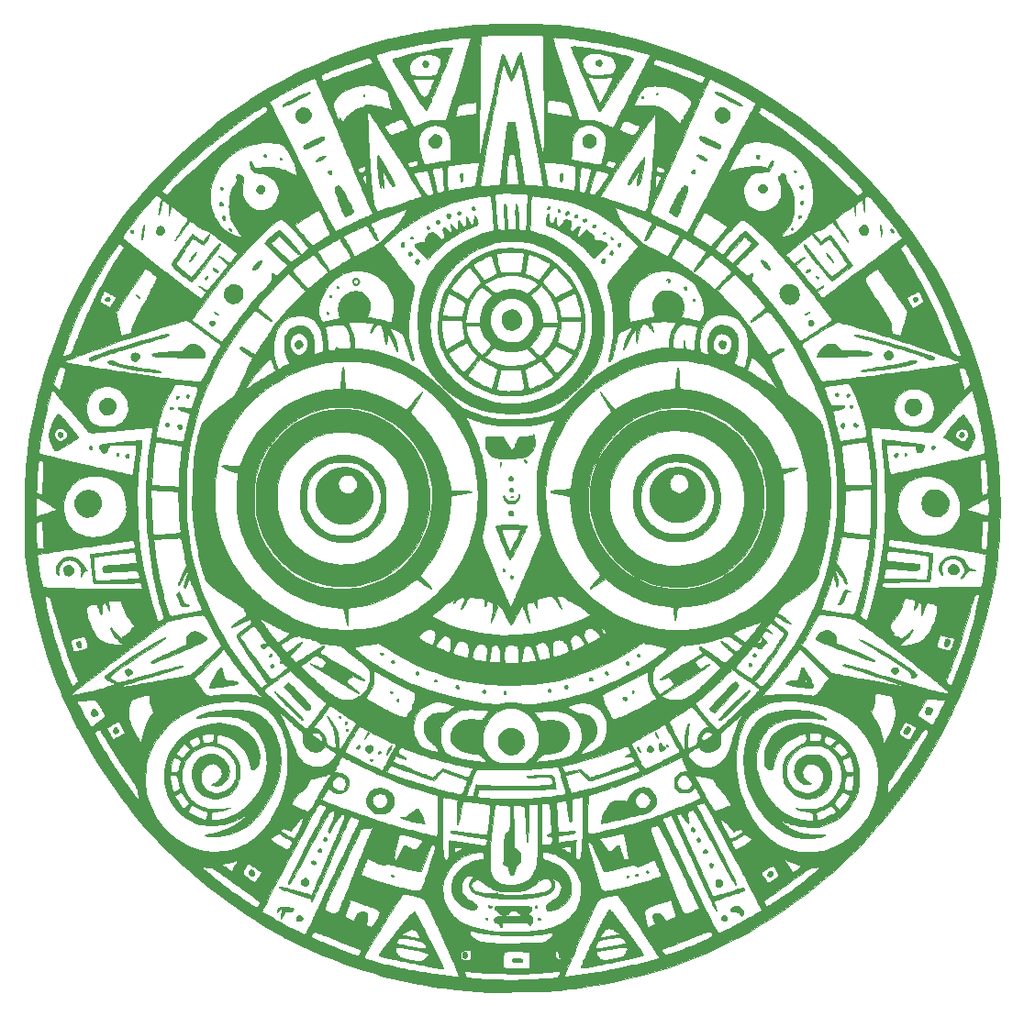
<source format=gbr>
%TF.GenerationSoftware,KiCad,Pcbnew,7.0.1*%
%TF.CreationDate,2023-09-06T23:00:38-07:00*%
%TF.ProjectId,skull_10,736b756c-6c5f-4313-902e-6b696361645f,rev?*%
%TF.SameCoordinates,Original*%
%TF.FileFunction,Copper,L1,Top*%
%TF.FilePolarity,Positive*%
%FSLAX46Y46*%
G04 Gerber Fmt 4.6, Leading zero omitted, Abs format (unit mm)*
G04 Created by KiCad (PCBNEW 7.0.1) date 2023-09-06 23:00:38*
%MOMM*%
%LPD*%
G01*
G04 APERTURE LIST*
%TA.AperFunction,EtchedComponent*%
%ADD10C,0.010000*%
%TD*%
G04 APERTURE END LIST*
%TO.C,G\u002A\u002A\u002A*%
D10*
X54024817Y-28165744D02*
X57405834Y-28165744D01*
X57414663Y-28200815D01*
X57439247Y-28267376D01*
X57476728Y-28358891D01*
X57524247Y-28468829D01*
X57578946Y-28590655D01*
X57637968Y-28717835D01*
X57698455Y-28843837D01*
X57732869Y-28913378D01*
X57775889Y-28997675D01*
X57835560Y-29112362D01*
X57908286Y-29250646D01*
X57990476Y-29405738D01*
X58078535Y-29570846D01*
X58168869Y-29739180D01*
X58221234Y-29836250D01*
X58404949Y-30176346D01*
X58571736Y-30485662D01*
X58724985Y-30770558D01*
X58868087Y-31037394D01*
X59004430Y-31292528D01*
X59137406Y-31542322D01*
X59270405Y-31793133D01*
X59406815Y-32051321D01*
X59550029Y-32323246D01*
X59703435Y-32615267D01*
X59750163Y-32704334D01*
X59913842Y-33016106D01*
X60059374Y-33292606D01*
X60188056Y-33536167D01*
X60301188Y-33749119D01*
X60400068Y-33933794D01*
X60485993Y-34092524D01*
X60560263Y-34227640D01*
X60624175Y-34341473D01*
X60679029Y-34436354D01*
X60726122Y-34514616D01*
X60766752Y-34578590D01*
X60802218Y-34630607D01*
X60833819Y-34672998D01*
X60862852Y-34708096D01*
X60871308Y-34717609D01*
X60913825Y-34763748D01*
X60942917Y-34793581D01*
X60950400Y-34799834D01*
X60971276Y-34793529D01*
X61020591Y-34777162D01*
X61074549Y-34758773D01*
X61129235Y-34737603D01*
X61214617Y-34701640D01*
X61323129Y-34654207D01*
X61447204Y-34598628D01*
X61579278Y-34538226D01*
X61625807Y-34516647D01*
X61759937Y-34455031D01*
X61889741Y-34396908D01*
X62007391Y-34345669D01*
X62105058Y-34304707D01*
X62174915Y-34277412D01*
X62190569Y-34271970D01*
X62283565Y-34244928D01*
X62382967Y-34223700D01*
X62494237Y-34207900D01*
X62622839Y-34197146D01*
X62774237Y-34191055D01*
X62953894Y-34189243D01*
X63167274Y-34191327D01*
X63301608Y-34194009D01*
X63895133Y-34207500D01*
X64009685Y-33846774D01*
X64757379Y-33846774D01*
X64761415Y-33862965D01*
X64771072Y-33867217D01*
X64785905Y-33864461D01*
X64796834Y-33861561D01*
X64831650Y-33855200D01*
X64901600Y-33844261D01*
X64999855Y-33829747D01*
X65119584Y-33812657D01*
X65253958Y-33793994D01*
X65311584Y-33786134D01*
X65485736Y-33763169D01*
X65681658Y-33738417D01*
X65882894Y-33713889D01*
X66072990Y-33691597D01*
X66216459Y-33675589D01*
X66655667Y-33628211D01*
X66655667Y-32508902D01*
X66512792Y-32523739D01*
X66323811Y-32544449D01*
X66134144Y-32567226D01*
X65950470Y-32591115D01*
X65779468Y-32615161D01*
X65627815Y-32638408D01*
X65502189Y-32659903D01*
X65409269Y-32678690D01*
X65382035Y-32685427D01*
X65254668Y-32725794D01*
X65151255Y-32774507D01*
X65067847Y-32836841D01*
X65000499Y-32918073D01*
X64945265Y-33023480D01*
X64898197Y-33158339D01*
X64855348Y-33327926D01*
X64836960Y-33414195D01*
X64806268Y-33564026D01*
X64783406Y-33677270D01*
X64767932Y-33758856D01*
X64759403Y-33813714D01*
X64757379Y-33846774D01*
X64009685Y-33846774D01*
X64135488Y-33450625D01*
X64266280Y-33037138D01*
X64397448Y-32619322D01*
X64528375Y-32199283D01*
X64658441Y-31779131D01*
X64787028Y-31360973D01*
X64913517Y-30946917D01*
X65037290Y-30539073D01*
X65157729Y-30139547D01*
X65274214Y-29750448D01*
X65386128Y-29373884D01*
X65492852Y-29011963D01*
X65593767Y-28666794D01*
X65688255Y-28340484D01*
X65775698Y-28035142D01*
X65855476Y-27752876D01*
X65926971Y-27495793D01*
X65989566Y-27266003D01*
X66042640Y-27065613D01*
X66085577Y-26896731D01*
X66117756Y-26761465D01*
X66138560Y-26661924D01*
X66147371Y-26600216D01*
X66147639Y-26592459D01*
X66145590Y-26570408D01*
X66134142Y-26556486D01*
X66105395Y-26548829D01*
X66051445Y-26545569D01*
X65964391Y-26544840D01*
X65945982Y-26544834D01*
X65800767Y-26549286D01*
X65617270Y-26562282D01*
X65398553Y-26583280D01*
X65147680Y-26611737D01*
X64867714Y-26647111D01*
X64561719Y-26688860D01*
X64232758Y-26736441D01*
X63883894Y-26789313D01*
X63518192Y-26846932D01*
X63138715Y-26908757D01*
X62748527Y-26974246D01*
X62350690Y-27042855D01*
X61948268Y-27114044D01*
X61544325Y-27187269D01*
X61141925Y-27261989D01*
X60744130Y-27337661D01*
X60354005Y-27413743D01*
X59974612Y-27489693D01*
X59609016Y-27564968D01*
X59260280Y-27639026D01*
X58931468Y-27711326D01*
X58625642Y-27781324D01*
X58345867Y-27848478D01*
X58095205Y-27912246D01*
X57876721Y-27972087D01*
X57867337Y-27974782D01*
X57696667Y-28026514D01*
X57564408Y-28072333D01*
X57471431Y-28111879D01*
X57418605Y-28144793D01*
X57405834Y-28165744D01*
X54024817Y-28165744D01*
X54543571Y-27966314D01*
X55151107Y-27741488D01*
X55743632Y-27531681D01*
X56325029Y-27335916D01*
X56899177Y-27153215D01*
X57469958Y-26982601D01*
X58041254Y-26823096D01*
X58616944Y-26673722D01*
X59200911Y-26533501D01*
X59797035Y-26401456D01*
X60409197Y-26276609D01*
X61041278Y-26157983D01*
X61697160Y-26044599D01*
X62380724Y-25935480D01*
X63095850Y-25829649D01*
X63846419Y-25726128D01*
X64454334Y-25646944D01*
X64789389Y-25604482D01*
X65097350Y-25565989D01*
X65381792Y-25531271D01*
X65646291Y-25500133D01*
X65894424Y-25472380D01*
X66129765Y-25447818D01*
X66355890Y-25426251D01*
X66576377Y-25407485D01*
X66794800Y-25391324D01*
X67014735Y-25377574D01*
X67239758Y-25366041D01*
X67473446Y-25356528D01*
X67719374Y-25348842D01*
X67981117Y-25342787D01*
X68262253Y-25338169D01*
X68566356Y-25334792D01*
X68897002Y-25332463D01*
X69257768Y-25330985D01*
X69652229Y-25330164D01*
X70083961Y-25329806D01*
X70275167Y-25329747D01*
X70724586Y-25329856D01*
X71134852Y-25330440D01*
X71509142Y-25331589D01*
X71850634Y-25333392D01*
X72162507Y-25335942D01*
X72447938Y-25339327D01*
X72710106Y-25343638D01*
X72952187Y-25348965D01*
X73177361Y-25355399D01*
X73388805Y-25363029D01*
X73589697Y-25371946D01*
X73783216Y-25382241D01*
X73972538Y-25394003D01*
X74160843Y-25407323D01*
X74351308Y-25422291D01*
X74547111Y-25438997D01*
X74741334Y-25456595D01*
X75114560Y-25494892D01*
X75522234Y-25543455D01*
X75958008Y-25601240D01*
X76415536Y-25667201D01*
X76888470Y-25740293D01*
X77370464Y-25819470D01*
X77855171Y-25903687D01*
X78336244Y-25991899D01*
X78807336Y-26083059D01*
X79262101Y-26176124D01*
X79694191Y-26270047D01*
X79732938Y-26278774D01*
X80975832Y-26579717D01*
X82221561Y-26921107D01*
X83466502Y-27301555D01*
X84707034Y-27719670D01*
X85939534Y-28174061D01*
X87160381Y-28663339D01*
X88365953Y-29186112D01*
X89552628Y-29740991D01*
X90716785Y-30326586D01*
X91801667Y-30911807D01*
X92717392Y-31439709D01*
X93639549Y-32004538D01*
X94562907Y-32602528D01*
X95482235Y-33229910D01*
X96392303Y-33882917D01*
X97287880Y-34557783D01*
X98163736Y-35250738D01*
X99014641Y-35958016D01*
X99835363Y-36675849D01*
X99960440Y-36788633D01*
X100655680Y-37433294D01*
X101357162Y-38113177D01*
X102059816Y-38822711D01*
X102758572Y-39556324D01*
X103448360Y-40308444D01*
X104124107Y-41073500D01*
X104780745Y-41845921D01*
X105413202Y-42620135D01*
X106016408Y-43390571D01*
X106253996Y-43703938D01*
X106988170Y-44712760D01*
X107689986Y-45740703D01*
X108360040Y-46789006D01*
X108998930Y-47858913D01*
X109607252Y-48951663D01*
X110185603Y-50068500D01*
X110734580Y-51210663D01*
X111254778Y-52379396D01*
X111746796Y-53575938D01*
X112211229Y-54801532D01*
X112648674Y-56057419D01*
X113059728Y-57344840D01*
X113444988Y-58665037D01*
X113445048Y-58665250D01*
X113650110Y-59416303D01*
X113837173Y-60134294D01*
X114007066Y-60824073D01*
X114160621Y-61490493D01*
X114298668Y-62138406D01*
X114422038Y-62772663D01*
X114531561Y-63398117D01*
X114628068Y-64019620D01*
X114712389Y-64642023D01*
X114785355Y-65270178D01*
X114847796Y-65908937D01*
X114900543Y-66563153D01*
X114944427Y-67237676D01*
X114959615Y-67512917D01*
X114966008Y-67659948D01*
X114971857Y-67844257D01*
X114977136Y-68060796D01*
X114981818Y-68304511D01*
X114985876Y-68570352D01*
X114989283Y-68853268D01*
X114992013Y-69148208D01*
X114994040Y-69450122D01*
X114995335Y-69753957D01*
X114995873Y-70054663D01*
X114995627Y-70347189D01*
X114994570Y-70626484D01*
X114992675Y-70887497D01*
X114989916Y-71125177D01*
X114986265Y-71334472D01*
X114981697Y-71510333D01*
X114980895Y-71534584D01*
X114953723Y-72202439D01*
X114918430Y-72845095D01*
X114874229Y-73468129D01*
X114820336Y-74077119D01*
X114755965Y-74677642D01*
X114680331Y-75275277D01*
X114592649Y-75875599D01*
X114492132Y-76484188D01*
X114377997Y-77106620D01*
X114249457Y-77748473D01*
X114105727Y-78415325D01*
X113946022Y-79112753D01*
X113867068Y-79444990D01*
X113625454Y-80419324D01*
X113377033Y-81356775D01*
X113119946Y-82262502D01*
X112852335Y-83141666D01*
X112572340Y-83999425D01*
X112278102Y-84840941D01*
X111967760Y-85671373D01*
X111639456Y-86495881D01*
X111291330Y-87319625D01*
X110921524Y-88147765D01*
X110528177Y-88985460D01*
X110154159Y-89748500D01*
X109562830Y-90889109D01*
X108931300Y-92024269D01*
X108261627Y-93151071D01*
X107555867Y-94266607D01*
X106816077Y-95367970D01*
X106044313Y-96452252D01*
X105242633Y-97516544D01*
X104413093Y-98557939D01*
X103557749Y-99573529D01*
X102678659Y-100560405D01*
X101979572Y-101306522D01*
X101532797Y-101764851D01*
X101085540Y-102207280D01*
X100630716Y-102640393D01*
X100161238Y-103070777D01*
X99670019Y-103505015D01*
X99149973Y-103949694D01*
X98998334Y-104076885D01*
X97978897Y-104909880D01*
X96963526Y-105701877D01*
X95950684Y-106453841D01*
X94938841Y-107166735D01*
X93926462Y-107841525D01*
X92912014Y-108479173D01*
X91893964Y-109080645D01*
X90870779Y-109646903D01*
X89840926Y-110178913D01*
X88802870Y-110677639D01*
X87769417Y-111137907D01*
X86683409Y-111583882D01*
X85575299Y-112000891D01*
X84443843Y-112389262D01*
X83287797Y-112749326D01*
X82105917Y-113081410D01*
X80896958Y-113385845D01*
X79659677Y-113662960D01*
X78392829Y-113913084D01*
X77095171Y-114136547D01*
X75765457Y-114333677D01*
X75619750Y-114353422D01*
X75183423Y-114410508D01*
X74781031Y-114459773D01*
X74405030Y-114501868D01*
X74047879Y-114537442D01*
X73702034Y-114567146D01*
X73359954Y-114591631D01*
X73014094Y-114611544D01*
X72656913Y-114627538D01*
X72296584Y-114639800D01*
X72149346Y-114643554D01*
X71969785Y-114647146D01*
X71761498Y-114650559D01*
X71528080Y-114653778D01*
X71273128Y-114656788D01*
X71000239Y-114659574D01*
X70713008Y-114662120D01*
X70415033Y-114664411D01*
X70109909Y-114666432D01*
X69801234Y-114668167D01*
X69492603Y-114669600D01*
X69187613Y-114670717D01*
X68889861Y-114671502D01*
X68602943Y-114671939D01*
X68330454Y-114672014D01*
X68075993Y-114671710D01*
X67843155Y-114671013D01*
X67635536Y-114669907D01*
X67456733Y-114668377D01*
X67310343Y-114666408D01*
X67199961Y-114663983D01*
X67142500Y-114661833D01*
X67010343Y-114653618D01*
X66840725Y-114640532D01*
X66638176Y-114623058D01*
X66407229Y-114601680D01*
X66152415Y-114576884D01*
X65878266Y-114549154D01*
X65589312Y-114518974D01*
X65290087Y-114486829D01*
X64985120Y-114453202D01*
X64678944Y-114418579D01*
X64376090Y-114383444D01*
X64081090Y-114348281D01*
X63798475Y-114313575D01*
X63532777Y-114279810D01*
X63374834Y-114259068D01*
X62705309Y-114165957D01*
X62064568Y-114068445D01*
X61446927Y-113965191D01*
X60846705Y-113854851D01*
X60258220Y-113736082D01*
X59675790Y-113607541D01*
X59093733Y-113467884D01*
X58506367Y-113315770D01*
X57908010Y-113149854D01*
X57292981Y-112968794D01*
X56655596Y-112771247D01*
X55990176Y-112555868D01*
X55553750Y-112410334D01*
X54527412Y-112053293D01*
X53533612Y-111684213D01*
X53063405Y-111497531D01*
X56356318Y-111497531D01*
X56378768Y-111556674D01*
X56420523Y-111589728D01*
X56509785Y-111627640D01*
X56636616Y-111673527D01*
X56797212Y-111726388D01*
X56987770Y-111785222D01*
X57204487Y-111849028D01*
X57443561Y-111916804D01*
X57701189Y-111987551D01*
X57973568Y-112060266D01*
X58256895Y-112133949D01*
X58547368Y-112207598D01*
X58841183Y-112280213D01*
X59134538Y-112350793D01*
X59423630Y-112418336D01*
X59704656Y-112481842D01*
X59973813Y-112540309D01*
X60227299Y-112592737D01*
X60242167Y-112595717D01*
X60512597Y-112647890D01*
X60818202Y-112703472D01*
X61152059Y-112761392D01*
X61507248Y-112820583D01*
X61876848Y-112879973D01*
X62253936Y-112938494D01*
X62631591Y-112995076D01*
X63002892Y-113048651D01*
X63360918Y-113098148D01*
X63698746Y-113142498D01*
X64009456Y-113180632D01*
X64083917Y-113189279D01*
X64223578Y-113205311D01*
X64352394Y-113220144D01*
X64463246Y-113232955D01*
X64549014Y-113242921D01*
X64602576Y-113249218D01*
X64613084Y-113250487D01*
X64669983Y-113255186D01*
X64747766Y-113258595D01*
X64836621Y-113260670D01*
X64926738Y-113261368D01*
X65008304Y-113260648D01*
X65071509Y-113258465D01*
X65106540Y-113254777D01*
X65110500Y-113252665D01*
X65101884Y-113219720D01*
X65076760Y-113150709D01*
X65036214Y-113048070D01*
X64981333Y-112914241D01*
X64913294Y-112751874D01*
X65576167Y-112751874D01*
X65582285Y-112794512D01*
X65598448Y-112865241D01*
X65621365Y-112952553D01*
X65647750Y-113044943D01*
X65674312Y-113130903D01*
X65697764Y-113198927D01*
X65714816Y-113237508D01*
X65715084Y-113237923D01*
X65751698Y-113278569D01*
X65806765Y-113314089D01*
X65883485Y-113345136D01*
X65985059Y-113372365D01*
X66114688Y-113396427D01*
X66275571Y-113417976D01*
X66470910Y-113437666D01*
X66703903Y-113456149D01*
X66825000Y-113464452D01*
X67397782Y-113499953D01*
X67935302Y-113528505D01*
X68444041Y-113550217D01*
X68930478Y-113565199D01*
X69401093Y-113573557D01*
X69862366Y-113575402D01*
X70320776Y-113570842D01*
X70782802Y-113559984D01*
X71254926Y-113542939D01*
X71326537Y-113539876D01*
X71784351Y-113519156D01*
X72202484Y-113498652D01*
X72580641Y-113478383D01*
X72918526Y-113458372D01*
X73215842Y-113438637D01*
X73472293Y-113419202D01*
X73687583Y-113400086D01*
X73861417Y-113381310D01*
X73993497Y-113362895D01*
X74080231Y-113345703D01*
X74153046Y-113320300D01*
X74211702Y-113280866D01*
X74261035Y-113220997D01*
X74261619Y-113219866D01*
X74797964Y-113219866D01*
X74798317Y-113223288D01*
X74829423Y-113240721D01*
X74880993Y-113251426D01*
X74956541Y-113255293D01*
X75059582Y-113252213D01*
X75193630Y-113242078D01*
X75362200Y-113224777D01*
X75568806Y-113200203D01*
X75577417Y-113199129D01*
X76120728Y-113127158D01*
X76695914Y-113043251D01*
X77294676Y-112948821D01*
X77908715Y-112845286D01*
X78529733Y-112734059D01*
X79149433Y-112616557D01*
X79759515Y-112494194D01*
X79978833Y-112448459D01*
X80376136Y-112363736D01*
X80740048Y-112283897D01*
X81078939Y-112206903D01*
X81401182Y-112130716D01*
X81715148Y-112053296D01*
X82029208Y-111972605D01*
X82351735Y-111886604D01*
X82691099Y-111793254D01*
X82837538Y-111752246D01*
X82988689Y-111709973D01*
X83129902Y-111670946D01*
X83255033Y-111636828D01*
X83357938Y-111609280D01*
X83432471Y-111589963D01*
X83472489Y-111580538D01*
X83472691Y-111580500D01*
X83521532Y-111565059D01*
X83546008Y-111545024D01*
X83546667Y-111541559D01*
X83535151Y-111512289D01*
X83501609Y-111450150D01*
X83447555Y-111357461D01*
X83374498Y-111236539D01*
X83283951Y-111089702D01*
X83177425Y-110919270D01*
X83100896Y-110798011D01*
X83745462Y-110798011D01*
X83760961Y-110852556D01*
X83801878Y-110925525D01*
X83865259Y-111011893D01*
X83948150Y-111106634D01*
X83973397Y-111132899D01*
X84019944Y-111181639D01*
X84056477Y-111218486D01*
X84089218Y-111243549D01*
X84124387Y-111256938D01*
X84168207Y-111258760D01*
X84226898Y-111249125D01*
X84306681Y-111228141D01*
X84413778Y-111195917D01*
X84554410Y-111152562D01*
X84583834Y-111143563D01*
X84813256Y-111070959D01*
X85056988Y-110989034D01*
X85311975Y-110899117D01*
X85575161Y-110802542D01*
X85843492Y-110700639D01*
X86113911Y-110594740D01*
X86383363Y-110486175D01*
X86648793Y-110376276D01*
X86907146Y-110266374D01*
X87155366Y-110157801D01*
X87390397Y-110051887D01*
X87609185Y-109949965D01*
X87808674Y-109853365D01*
X87985809Y-109763418D01*
X88137533Y-109681456D01*
X88260793Y-109608810D01*
X88352532Y-109546811D01*
X88409696Y-109496791D01*
X88427806Y-109468702D01*
X88431966Y-109396621D01*
X88410157Y-109310747D01*
X88369010Y-109224289D01*
X88315156Y-109150460D01*
X88255228Y-109102471D01*
X88240902Y-109096344D01*
X88196015Y-109088794D01*
X88134210Y-109093016D01*
X88052070Y-109110032D01*
X87946176Y-109140864D01*
X87813110Y-109186533D01*
X87649452Y-109248059D01*
X87451784Y-109326465D01*
X87399000Y-109347868D01*
X87031991Y-109496920D01*
X86698000Y-109631897D01*
X86391024Y-109755142D01*
X86105062Y-109868998D01*
X85834111Y-109975807D01*
X85572169Y-110077912D01*
X85313234Y-110177656D01*
X85051303Y-110277381D01*
X84780375Y-110379429D01*
X84494446Y-110486144D01*
X84255750Y-110574645D01*
X84122185Y-110624389D01*
X84000848Y-110670230D01*
X83897748Y-110709843D01*
X83818894Y-110740907D01*
X83770297Y-110761097D01*
X83758334Y-110766916D01*
X83745462Y-110798011D01*
X83100896Y-110798011D01*
X83056432Y-110727560D01*
X82922483Y-110516890D01*
X82777090Y-110289580D01*
X82621764Y-110047946D01*
X82458017Y-109794308D01*
X82287360Y-109530984D01*
X82111305Y-109260291D01*
X81931363Y-108984549D01*
X81749046Y-108706075D01*
X81565866Y-108427188D01*
X81383333Y-108150206D01*
X81202960Y-107877448D01*
X81026258Y-107611231D01*
X80863850Y-107367545D01*
X82217410Y-107367545D01*
X82221304Y-107492853D01*
X82230077Y-107626940D01*
X82243366Y-107761538D01*
X82260811Y-107888376D01*
X82275321Y-107968205D01*
X82309087Y-108118296D01*
X82346890Y-108262287D01*
X82386720Y-108394489D01*
X82426569Y-108509215D01*
X82464426Y-108600778D01*
X82498282Y-108663492D01*
X82526129Y-108691668D01*
X82531263Y-108692667D01*
X82557801Y-108684387D01*
X82614358Y-108661872D01*
X82692505Y-108628606D01*
X82779541Y-108590004D01*
X82880961Y-108543641D01*
X82978752Y-108497942D01*
X83060342Y-108458835D01*
X83104987Y-108436546D01*
X83203058Y-108385750D01*
X83095135Y-108152917D01*
X83046330Y-108044166D01*
X83013795Y-107960794D01*
X82993923Y-107890805D01*
X82983104Y-107822203D01*
X82978867Y-107766457D01*
X82970523Y-107612830D01*
X83053167Y-107530186D01*
X83148454Y-107458575D01*
X83261774Y-107410162D01*
X83382087Y-107386803D01*
X83498350Y-107390356D01*
X83599525Y-107422680D01*
X83620149Y-107434803D01*
X83667742Y-107474634D01*
X83732536Y-107540566D01*
X83807274Y-107624143D01*
X83884698Y-107716911D01*
X83957552Y-107810418D01*
X84018579Y-107896209D01*
X84026265Y-107907891D01*
X84083057Y-107990709D01*
X84127742Y-108042434D01*
X84167677Y-108069571D01*
X84210218Y-108078621D01*
X84219632Y-108078834D01*
X84270356Y-108070993D01*
X84350566Y-108049598D01*
X84450864Y-108017841D01*
X84561855Y-107978913D01*
X84674144Y-107936006D01*
X84778333Y-107892311D01*
X84807221Y-107879243D01*
X84913894Y-107821076D01*
X84988457Y-107756608D01*
X85033081Y-107679776D01*
X85049935Y-107584514D01*
X85041190Y-107464759D01*
X85009138Y-107314928D01*
X84988820Y-107240860D01*
X84959914Y-107142147D01*
X84924456Y-107025126D01*
X84884478Y-106896131D01*
X84842015Y-106761498D01*
X84799103Y-106627563D01*
X84757775Y-106500661D01*
X84720065Y-106387127D01*
X84688008Y-106293297D01*
X84663639Y-106225506D01*
X84648991Y-106190090D01*
X84646896Y-106186824D01*
X84622052Y-106187375D01*
X84562252Y-106199694D01*
X84472724Y-106222223D01*
X84358694Y-106253407D01*
X84225389Y-106291689D01*
X84078036Y-106335512D01*
X83921860Y-106383322D01*
X83762090Y-106433561D01*
X83603951Y-106484672D01*
X83452670Y-106535100D01*
X83313474Y-106583288D01*
X83303189Y-106586939D01*
X83040433Y-106683365D01*
X82817425Y-106771774D01*
X82632517Y-106853003D01*
X82484060Y-106927889D01*
X82370404Y-106997268D01*
X82289901Y-107061977D01*
X82240901Y-107122852D01*
X82238603Y-107127000D01*
X82225698Y-107176350D01*
X82218754Y-107259288D01*
X82217410Y-107367545D01*
X80863850Y-107367545D01*
X80854738Y-107353873D01*
X80689912Y-107107694D01*
X80533292Y-106875011D01*
X80386389Y-106658143D01*
X80250715Y-106459408D01*
X80127780Y-106281123D01*
X80019098Y-106125609D01*
X79973015Y-106060543D01*
X79898886Y-105958784D01*
X79830219Y-105868895D01*
X79771766Y-105796761D01*
X79728281Y-105748266D01*
X79705782Y-105729662D01*
X79656506Y-105723695D01*
X79572344Y-105727731D01*
X79459251Y-105740631D01*
X79323184Y-105761256D01*
X79170097Y-105788469D01*
X79005946Y-105821131D01*
X78836686Y-105858102D01*
X78668272Y-105898244D01*
X78506660Y-105940419D01*
X78357805Y-105983488D01*
X78325425Y-105993582D01*
X78222240Y-106027234D01*
X78149093Y-106054991D01*
X78095353Y-106082713D01*
X78050390Y-106116260D01*
X78003572Y-106161490D01*
X77984445Y-106181520D01*
X77935408Y-106234718D01*
X77890213Y-106287556D01*
X77847061Y-106343446D01*
X77804155Y-106405798D01*
X77759695Y-106478024D01*
X77711883Y-106563537D01*
X77658919Y-106665746D01*
X77599006Y-106788063D01*
X77530345Y-106933901D01*
X77451136Y-107106670D01*
X77359581Y-107309782D01*
X77253881Y-107546647D01*
X77196114Y-107676667D01*
X76985953Y-108150644D01*
X76781562Y-108612603D01*
X76583568Y-109061090D01*
X76392599Y-109494654D01*
X76209283Y-109911843D01*
X76034248Y-110311204D01*
X75868121Y-110691286D01*
X75711531Y-111050636D01*
X75565104Y-111387802D01*
X75429469Y-111701331D01*
X75305254Y-111989773D01*
X75193085Y-112251674D01*
X75093592Y-112485582D01*
X75007402Y-112690046D01*
X74935142Y-112863612D01*
X74877441Y-113004830D01*
X74834925Y-113112246D01*
X74808224Y-113184409D01*
X74797964Y-113219866D01*
X74261619Y-113219866D01*
X74305879Y-113134290D01*
X74351072Y-113014339D01*
X74367061Y-112965826D01*
X74396377Y-112872433D01*
X74419328Y-112794980D01*
X74433604Y-112741579D01*
X74436925Y-112720369D01*
X74414914Y-112720922D01*
X74356668Y-112726109D01*
X74267960Y-112735312D01*
X74154561Y-112747915D01*
X74022244Y-112763300D01*
X73913653Y-112776342D01*
X73565445Y-112817912D01*
X73251822Y-112853425D01*
X72965551Y-112883399D01*
X72699398Y-112908352D01*
X72446129Y-112928802D01*
X72198509Y-112945266D01*
X71949306Y-112958262D01*
X71691285Y-112968309D01*
X71417212Y-112975924D01*
X71119853Y-112981625D01*
X71026584Y-112983018D01*
X70706796Y-112985742D01*
X70364759Y-112985369D01*
X70005177Y-112982084D01*
X69632751Y-112976070D01*
X69252186Y-112967512D01*
X68868185Y-112956595D01*
X68485451Y-112943504D01*
X68108686Y-112928422D01*
X67742594Y-112911535D01*
X67391879Y-112893027D01*
X67061243Y-112873082D01*
X66755390Y-112851885D01*
X66479022Y-112829621D01*
X66236843Y-112806474D01*
X66084167Y-112789103D01*
X65922284Y-112769355D01*
X65797783Y-112754960D01*
X65706098Y-112745583D01*
X65642662Y-112740889D01*
X65602907Y-112740543D01*
X65582266Y-112744211D01*
X65576173Y-112751559D01*
X65576167Y-112751874D01*
X64913294Y-112751874D01*
X64913204Y-112751660D01*
X64832914Y-112562764D01*
X64741549Y-112349992D01*
X64640195Y-112115781D01*
X64529940Y-111862568D01*
X64505108Y-111805828D01*
X69156846Y-111805828D01*
X69158370Y-111956930D01*
X69163233Y-112098718D01*
X69171208Y-112224667D01*
X69182065Y-112328255D01*
X69195576Y-112402958D01*
X69211514Y-112442252D01*
X69212420Y-112443220D01*
X69244393Y-112455285D01*
X69315024Y-112465868D01*
X69424816Y-112474988D01*
X69574276Y-112482665D01*
X69763906Y-112488919D01*
X69994212Y-112493769D01*
X70265698Y-112497235D01*
X70578869Y-112499337D01*
X70661459Y-112499644D01*
X71608667Y-112502667D01*
X71608780Y-112380959D01*
X71608069Y-112327848D01*
X71606015Y-112243510D01*
X71602837Y-112133925D01*
X71598754Y-112005072D01*
X71593984Y-111862931D01*
X71588747Y-111713484D01*
X71583260Y-111562709D01*
X71577744Y-111416588D01*
X71572416Y-111281101D01*
X71567496Y-111162228D01*
X71563202Y-111065949D01*
X71560921Y-111021171D01*
X73937709Y-111021171D01*
X73948012Y-111106708D01*
X73959335Y-111153493D01*
X73972721Y-111214588D01*
X73987005Y-111299924D01*
X73999206Y-111391588D01*
X73999741Y-111396308D01*
X74012035Y-111487149D01*
X74029727Y-111551443D01*
X74059570Y-111593762D01*
X74108318Y-111618678D01*
X74182724Y-111630763D01*
X74289544Y-111634588D01*
X74352095Y-111634834D01*
X74447432Y-111633989D01*
X74524965Y-111631695D01*
X74576298Y-111628309D01*
X74593167Y-111624534D01*
X74575638Y-111610763D01*
X74531845Y-111588877D01*
X74514081Y-111581191D01*
X74418491Y-111527036D01*
X74342280Y-111456589D01*
X74313652Y-111414774D01*
X74302155Y-111376101D01*
X74290145Y-111307577D01*
X74279648Y-111221608D01*
X74276497Y-111187182D01*
X74263449Y-111073383D01*
X74243681Y-110995565D01*
X74212985Y-110947451D01*
X74167155Y-110922761D01*
X74101982Y-110915220D01*
X74094201Y-110915167D01*
X74029562Y-110918079D01*
X73979452Y-110925335D01*
X73970481Y-110928015D01*
X73945325Y-110959062D01*
X73937709Y-111021171D01*
X71560921Y-111021171D01*
X71559753Y-110998244D01*
X71557368Y-110965094D01*
X71556897Y-110962785D01*
X71535437Y-110961098D01*
X71476145Y-110958501D01*
X71383508Y-110955139D01*
X71262013Y-110951157D01*
X71116149Y-110946699D01*
X70950403Y-110941911D01*
X70769263Y-110936937D01*
X70696574Y-110935009D01*
X70393959Y-110928197D01*
X70131648Y-110924791D01*
X69907742Y-110924855D01*
X69720345Y-110928450D01*
X69567558Y-110935637D01*
X69447484Y-110946479D01*
X69358226Y-110961036D01*
X69297885Y-110979371D01*
X69295195Y-110980569D01*
X69259141Y-111004802D01*
X69231448Y-111044418D01*
X69210130Y-111105695D01*
X69193201Y-111194912D01*
X69178676Y-111318346D01*
X69174591Y-111361870D01*
X69164728Y-111501774D01*
X69158889Y-111651935D01*
X69156846Y-111805828D01*
X64505108Y-111805828D01*
X64411870Y-111592793D01*
X64333957Y-111415551D01*
X65261267Y-111415551D01*
X65269006Y-111520001D01*
X65290365Y-111596036D01*
X65328399Y-111650276D01*
X65386161Y-111689346D01*
X65466705Y-111719867D01*
X65469097Y-111720596D01*
X65524647Y-111729909D01*
X65610638Y-111735769D01*
X65715325Y-111738204D01*
X65826959Y-111737242D01*
X65933793Y-111732910D01*
X66024079Y-111725237D01*
X66064659Y-111719186D01*
X66131258Y-111703995D01*
X66180473Y-111688089D01*
X66196221Y-111679412D01*
X66206120Y-111647342D01*
X66211579Y-111579928D01*
X66212691Y-111483916D01*
X66209551Y-111366051D01*
X66202250Y-111233079D01*
X66190883Y-111091747D01*
X66187631Y-111058042D01*
X66162839Y-110809334D01*
X66097044Y-110809385D01*
X66007201Y-110811841D01*
X65898596Y-110818424D01*
X65780767Y-110828136D01*
X65663252Y-110839983D01*
X65555587Y-110852967D01*
X65467311Y-110866091D01*
X65407960Y-110878359D01*
X65394466Y-110882798D01*
X65350211Y-110907020D01*
X65317831Y-110941618D01*
X65295087Y-110993344D01*
X65279743Y-111068949D01*
X65269559Y-111175183D01*
X65264093Y-111276061D01*
X65261267Y-111415551D01*
X64333957Y-111415551D01*
X64287071Y-111308892D01*
X64156631Y-111013304D01*
X64021636Y-110708466D01*
X63883173Y-110396817D01*
X63742327Y-110080793D01*
X63600187Y-109762834D01*
X63457838Y-109445376D01*
X63347553Y-109200189D01*
X66106331Y-109200189D01*
X66114367Y-109289493D01*
X66129857Y-109350967D01*
X66197131Y-109484935D01*
X66303672Y-109611446D01*
X66446825Y-109728950D01*
X66623938Y-109835893D01*
X66832357Y-109930723D01*
X67069429Y-110011888D01*
X67332501Y-110077835D01*
X67393199Y-110090069D01*
X67530028Y-110112164D01*
X67701614Y-110132830D01*
X67900390Y-110151384D01*
X68118784Y-110167143D01*
X68349229Y-110179424D01*
X68412500Y-110182054D01*
X68491318Y-110184125D01*
X68606018Y-110185705D01*
X68752715Y-110186818D01*
X68927520Y-110187491D01*
X69126547Y-110187748D01*
X69345909Y-110187616D01*
X69581718Y-110187118D01*
X69830089Y-110186282D01*
X70087133Y-110185132D01*
X70348964Y-110183694D01*
X70611695Y-110181993D01*
X70871438Y-110180055D01*
X71124308Y-110177904D01*
X71366416Y-110175566D01*
X71593876Y-110173068D01*
X71802801Y-110170433D01*
X71989304Y-110167688D01*
X72149498Y-110164858D01*
X72279495Y-110161968D01*
X72375410Y-110159043D01*
X72433354Y-110156110D01*
X72437652Y-110155751D01*
X72589881Y-110140142D01*
X72711576Y-110122339D01*
X72814531Y-110099572D01*
X72910542Y-110069071D01*
X73011402Y-110028064D01*
X73044619Y-110013186D01*
X73225995Y-109917598D01*
X73383381Y-109808294D01*
X73513288Y-109689089D01*
X73612224Y-109563794D01*
X73676698Y-109436224D01*
X73703218Y-109310193D01*
X73703702Y-109293217D01*
X73699645Y-109228136D01*
X73682515Y-109187653D01*
X73646122Y-109169444D01*
X73584274Y-109171182D01*
X73490780Y-109190544D01*
X73454670Y-109199692D01*
X73275719Y-109243831D01*
X73098049Y-109282594D01*
X72917813Y-109316286D01*
X72731165Y-109345216D01*
X72534261Y-109369688D01*
X72323254Y-109390009D01*
X72094299Y-109406486D01*
X71843550Y-109419425D01*
X71567161Y-109429132D01*
X71261287Y-109435915D01*
X70922083Y-109440079D01*
X70545702Y-109441931D01*
X70412750Y-109442087D01*
X70067119Y-109441482D01*
X69757847Y-109439248D01*
X69478982Y-109435169D01*
X69224576Y-109429029D01*
X68988675Y-109420609D01*
X68765331Y-109409694D01*
X68548591Y-109396066D01*
X68332505Y-109379509D01*
X68111122Y-109359806D01*
X68084417Y-109357268D01*
X67872574Y-109333653D01*
X67630724Y-109300984D01*
X67369773Y-109261092D01*
X67100623Y-109215808D01*
X66834178Y-109166962D01*
X66581343Y-109116386D01*
X66362475Y-109068121D01*
X66270840Y-109047150D01*
X66211544Y-109035743D01*
X66175738Y-109033678D01*
X66154572Y-109040735D01*
X66139199Y-109056694D01*
X66134933Y-109062445D01*
X66113279Y-109119271D01*
X66106331Y-109200189D01*
X63347553Y-109200189D01*
X63316367Y-109130858D01*
X63176861Y-108821717D01*
X63040406Y-108520391D01*
X62908090Y-108229319D01*
X62780998Y-107950937D01*
X62660218Y-107687685D01*
X62546836Y-107441999D01*
X62441938Y-107216317D01*
X62346611Y-107013078D01*
X62261943Y-106834719D01*
X62189019Y-106683678D01*
X62128926Y-106562393D01*
X62124365Y-106553376D01*
X62047640Y-106405074D01*
X61983915Y-106290131D01*
X61929240Y-106203112D01*
X61879665Y-106138585D01*
X61831238Y-106091116D01*
X61780008Y-106055272D01*
X61750490Y-106039191D01*
X61618011Y-105981206D01*
X61451921Y-105922527D01*
X61260858Y-105865132D01*
X61053461Y-105810996D01*
X60838368Y-105762096D01*
X60624217Y-105720407D01*
X60419647Y-105687907D01*
X60233296Y-105666571D01*
X60086593Y-105658520D01*
X59878103Y-105655250D01*
X59822010Y-105722871D01*
X59783304Y-105774361D01*
X59724364Y-105859456D01*
X59646820Y-105975515D01*
X59552307Y-106119895D01*
X59442457Y-106289954D01*
X59318904Y-106483050D01*
X59183279Y-106696542D01*
X59037218Y-106927787D01*
X58882351Y-107174143D01*
X58720313Y-107432968D01*
X58552736Y-107701620D01*
X58381254Y-107977457D01*
X58207499Y-108257837D01*
X58033104Y-108540118D01*
X57859703Y-108821658D01*
X57688928Y-109099815D01*
X57522412Y-109371946D01*
X57361788Y-109635411D01*
X57208690Y-109887566D01*
X57064751Y-110125771D01*
X56931602Y-110347381D01*
X56810878Y-110549757D01*
X56704211Y-110730255D01*
X56613235Y-110886234D01*
X56539582Y-111015052D01*
X56484885Y-111114066D01*
X56458570Y-111164589D01*
X56396021Y-111303705D01*
X56362003Y-111413947D01*
X56356318Y-111497531D01*
X53063405Y-111497531D01*
X52568420Y-111301012D01*
X51627904Y-110901609D01*
X50708134Y-110483923D01*
X49805179Y-110045872D01*
X48925675Y-109590842D01*
X51445095Y-109590842D01*
X51447272Y-109602599D01*
X51473510Y-109622936D01*
X51535847Y-109657112D01*
X51634710Y-109705317D01*
X51770526Y-109767741D01*
X51943724Y-109844574D01*
X52154729Y-109936006D01*
X52403971Y-110042228D01*
X52691875Y-110163428D01*
X52971417Y-110280075D01*
X53219917Y-110382896D01*
X53473219Y-110486737D01*
X53728108Y-110590343D01*
X53981370Y-110692460D01*
X54229789Y-110791833D01*
X54470151Y-110887208D01*
X54699242Y-110977329D01*
X54913847Y-111060943D01*
X55110751Y-111136795D01*
X55286740Y-111203630D01*
X55438600Y-111260193D01*
X55563116Y-111305231D01*
X55657073Y-111337488D01*
X55717257Y-111355710D01*
X55737077Y-111359442D01*
X55758399Y-111344903D01*
X55793847Y-111308535D01*
X55803918Y-111296861D01*
X55846895Y-111238472D01*
X55894959Y-111161630D01*
X55944003Y-111074544D01*
X55989918Y-110985424D01*
X56028597Y-110902480D01*
X56055932Y-110833922D01*
X56067816Y-110787960D01*
X56065423Y-110774201D01*
X56044391Y-110765087D01*
X55988083Y-110742750D01*
X55900850Y-110708860D01*
X55787042Y-110665091D01*
X55651010Y-110613114D01*
X55497104Y-110554601D01*
X55329674Y-110491224D01*
X55298227Y-110479350D01*
X54984353Y-110360129D01*
X54662093Y-110236194D01*
X54326541Y-110105612D01*
X53972789Y-109966451D01*
X53595930Y-109816779D01*
X53191056Y-109654663D01*
X52753261Y-109478170D01*
X52653917Y-109437979D01*
X52498062Y-109375270D01*
X52346073Y-109314815D01*
X52204919Y-109259334D01*
X52081573Y-109211548D01*
X51983006Y-109174178D01*
X51916189Y-109149944D01*
X51913084Y-109148879D01*
X51743750Y-109091115D01*
X51663948Y-109180844D01*
X51617610Y-109240761D01*
X51568870Y-109316398D01*
X51522489Y-109398491D01*
X51483225Y-109477772D01*
X51455841Y-109544978D01*
X51445095Y-109590842D01*
X48925675Y-109590842D01*
X48915108Y-109585375D01*
X48033989Y-109100352D01*
X47157891Y-108588721D01*
X46282884Y-108048400D01*
X45405037Y-107477309D01*
X45074527Y-107251665D01*
X46866551Y-107251665D01*
X47273151Y-107492846D01*
X47629903Y-107703507D01*
X47956750Y-107894369D01*
X48259365Y-108068569D01*
X48543424Y-108229245D01*
X48814604Y-108379533D01*
X49078580Y-108522570D01*
X49341027Y-108661492D01*
X49607620Y-108799438D01*
X49884036Y-108939543D01*
X49955167Y-108975187D01*
X50160943Y-109077517D01*
X50332513Y-109161427D01*
X50473104Y-109228270D01*
X50585941Y-109279399D01*
X50674251Y-109316170D01*
X50741259Y-109339934D01*
X50790191Y-109352046D01*
X50824273Y-109353859D01*
X50844167Y-109348213D01*
X50879157Y-109322158D01*
X50924402Y-109279784D01*
X50932582Y-109271280D01*
X50989671Y-109197866D01*
X51056892Y-109089200D01*
X51131397Y-108950324D01*
X51210335Y-108786279D01*
X51225595Y-108752691D01*
X51269671Y-108655936D01*
X51331238Y-108522545D01*
X51409556Y-108354085D01*
X51503883Y-108152127D01*
X51613479Y-107918239D01*
X51737600Y-107653990D01*
X51747910Y-107632082D01*
X54590667Y-107632082D01*
X54606549Y-107691467D01*
X54656969Y-107757631D01*
X54670042Y-107770830D01*
X54737665Y-107824970D01*
X54832057Y-107884681D01*
X54941987Y-107944424D01*
X55056223Y-107998660D01*
X55163533Y-108041851D01*
X55252685Y-108068457D01*
X55283878Y-108073542D01*
X55346516Y-108077891D01*
X55381194Y-108070993D01*
X55402018Y-108046369D01*
X55417020Y-108012394D01*
X55454614Y-107929016D01*
X55504535Y-107830075D01*
X55561377Y-107725075D01*
X55619735Y-107623518D01*
X55674204Y-107534909D01*
X55719379Y-107468749D01*
X55741397Y-107442080D01*
X55829293Y-107368713D01*
X55930035Y-107320482D01*
X56052722Y-107294227D01*
X56188750Y-107286779D01*
X56326835Y-107293005D01*
X56432253Y-107314889D01*
X56512661Y-107355202D01*
X56575718Y-107416715D01*
X56586042Y-107430568D01*
X56606646Y-107463333D01*
X56620083Y-107498825D01*
X56627718Y-107546476D01*
X56630914Y-107615716D01*
X56631035Y-107715979D01*
X56630815Y-107740167D01*
X56626217Y-107881822D01*
X56613885Y-108001675D01*
X56591229Y-108119943D01*
X56572607Y-108194765D01*
X56549168Y-108286667D01*
X56530583Y-108365533D01*
X56519223Y-108420954D01*
X56516834Y-108439783D01*
X56536802Y-108487972D01*
X56593086Y-108539048D01*
X56680255Y-108588883D01*
X56753183Y-108619503D01*
X56863876Y-108655335D01*
X56948228Y-108668376D01*
X57015683Y-108658450D01*
X57075686Y-108625384D01*
X57090855Y-108613292D01*
X57145661Y-108555556D01*
X57213099Y-108466424D01*
X57288930Y-108353326D01*
X57368917Y-108223696D01*
X57448824Y-108084962D01*
X57524412Y-107944558D01*
X57591445Y-107809913D01*
X57645686Y-107688460D01*
X57682896Y-107587629D01*
X57690188Y-107562192D01*
X57713075Y-107479692D01*
X57732208Y-107431193D01*
X57752957Y-107409360D01*
X57780694Y-107406856D01*
X57800836Y-107411050D01*
X57836727Y-107417001D01*
X57839801Y-107401403D01*
X57827620Y-107375724D01*
X57748168Y-107259796D01*
X57632240Y-107150499D01*
X57478292Y-107046749D01*
X57284776Y-106947460D01*
X57115895Y-106876495D01*
X56972577Y-106821535D01*
X56809198Y-106760331D01*
X56630834Y-106694663D01*
X56442559Y-106626312D01*
X56249451Y-106557060D01*
X56056585Y-106488686D01*
X55869036Y-106422972D01*
X55691881Y-106361699D01*
X55530194Y-106306648D01*
X55389053Y-106259600D01*
X55273532Y-106222334D01*
X55188707Y-106196634D01*
X55147417Y-106185826D01*
X55081460Y-106171340D01*
X54976091Y-106442462D01*
X54930325Y-106563730D01*
X54880835Y-106700917D01*
X54829619Y-106847854D01*
X54778676Y-106998372D01*
X54730005Y-107146301D01*
X54685605Y-107285474D01*
X54647473Y-107409722D01*
X54617608Y-107512875D01*
X54598010Y-107588765D01*
X54590677Y-107631224D01*
X54590667Y-107632082D01*
X51747910Y-107632082D01*
X51875507Y-107360949D01*
X52026458Y-107040685D01*
X52086218Y-106914057D01*
X52713417Y-106914057D01*
X52714758Y-107005527D01*
X52740003Y-107080555D01*
X52790086Y-107145895D01*
X52854177Y-107199813D01*
X53003442Y-107291232D01*
X53166820Y-107359854D01*
X53335790Y-107404138D01*
X53501829Y-107422544D01*
X53656414Y-107413533D01*
X53791022Y-107375564D01*
X53801262Y-107370956D01*
X53855410Y-107343497D01*
X53894948Y-107314480D01*
X53928459Y-107274109D01*
X53964523Y-107212591D01*
X53999261Y-107144993D01*
X54039720Y-107061830D01*
X54087717Y-106958104D01*
X54143903Y-106832245D01*
X54208927Y-106682686D01*
X54283442Y-106507860D01*
X54368095Y-106306198D01*
X54463538Y-106076134D01*
X54570421Y-105816098D01*
X54689395Y-105524524D01*
X54821108Y-105199844D01*
X54966213Y-104840490D01*
X55125358Y-104444894D01*
X55299194Y-104011488D01*
X55307031Y-103991924D01*
X55370673Y-103833139D01*
X56004505Y-103833139D01*
X56049966Y-103869951D01*
X56105100Y-103903647D01*
X56197945Y-103947074D01*
X56325254Y-103999244D01*
X56483785Y-104059172D01*
X56670293Y-104125870D01*
X56881533Y-104198351D01*
X57114261Y-104275628D01*
X57365234Y-104356714D01*
X57631205Y-104440622D01*
X57908933Y-104526366D01*
X58195171Y-104612958D01*
X58486675Y-104699411D01*
X58780203Y-104784739D01*
X59072508Y-104867955D01*
X59360346Y-104948071D01*
X59640475Y-105024100D01*
X59909648Y-105095056D01*
X60164622Y-105159952D01*
X60402152Y-105217801D01*
X60618995Y-105267616D01*
X60707834Y-105286909D01*
X60910856Y-105323039D01*
X61096808Y-105342154D01*
X61260337Y-105344195D01*
X61396093Y-105329104D01*
X61498723Y-105296826D01*
X61501584Y-105295417D01*
X61527417Y-105281081D01*
X61551425Y-105263196D01*
X61574943Y-105238656D01*
X61599304Y-105204358D01*
X61622044Y-105163946D01*
X63589421Y-105163946D01*
X63593192Y-105389683D01*
X63599831Y-105577363D01*
X63609144Y-105731538D01*
X63622618Y-105861021D01*
X63641742Y-105974624D01*
X63668001Y-106081158D01*
X63702886Y-106189437D01*
X63747883Y-106308273D01*
X63748578Y-106310019D01*
X63923053Y-106699120D01*
X64123596Y-107055076D01*
X64350902Y-107378628D01*
X64605666Y-107670517D01*
X64888580Y-107931483D01*
X65200340Y-108162268D01*
X65541640Y-108363612D01*
X65781891Y-108480049D01*
X66074396Y-108597621D01*
X66403814Y-108706145D01*
X66765530Y-108804780D01*
X67154928Y-108892687D01*
X67567393Y-108969025D01*
X67998307Y-109032953D01*
X68443055Y-109083632D01*
X68897021Y-109120221D01*
X69355588Y-109141880D01*
X69428500Y-109143889D01*
X69534956Y-109146661D01*
X69638171Y-109149573D01*
X69722882Y-109152183D01*
X69756584Y-109153350D01*
X69804941Y-109153682D01*
X69889121Y-109152665D01*
X70002640Y-109150445D01*
X70139014Y-109147166D01*
X70291758Y-109142975D01*
X70454388Y-109138016D01*
X70483188Y-109137087D01*
X70965647Y-109118135D01*
X71409308Y-109093680D01*
X71817411Y-109063208D01*
X72193197Y-109026202D01*
X72539906Y-108982147D01*
X72860778Y-108930529D01*
X73159055Y-108870832D01*
X73437975Y-108802541D01*
X73700780Y-108725140D01*
X73950710Y-108638115D01*
X74166665Y-108551417D01*
X74521024Y-108378341D01*
X74850796Y-108172994D01*
X75153809Y-107937366D01*
X75427887Y-107673449D01*
X75670857Y-107383232D01*
X75880545Y-107068706D01*
X75977099Y-106893500D01*
X76082251Y-106671381D01*
X76168008Y-106449662D01*
X76236118Y-106220830D01*
X76288328Y-105977376D01*
X76326387Y-105711788D01*
X76352042Y-105416555D01*
X76361340Y-105242500D01*
X76366475Y-105033550D01*
X76360645Y-104852315D01*
X76341608Y-104688033D01*
X76307120Y-104529941D01*
X76254940Y-104367277D01*
X76182825Y-104189276D01*
X76107762Y-104025417D01*
X75984079Y-103781851D01*
X75854439Y-103563173D01*
X75711053Y-103358278D01*
X75546128Y-103156062D01*
X75351874Y-102945421D01*
X75345036Y-102938365D01*
X75061199Y-102666591D01*
X74773971Y-102433646D01*
X74478630Y-102236044D01*
X74170456Y-102070300D01*
X74166131Y-102068239D01*
X73935380Y-101966432D01*
X73718307Y-101889161D01*
X73499904Y-101832276D01*
X73265159Y-101791627D01*
X73093382Y-101771618D01*
X72970077Y-101758699D01*
X72882904Y-101751047D01*
X72825677Y-101752882D01*
X72792208Y-101768424D01*
X72776310Y-101801894D01*
X72771796Y-101857512D01*
X72772477Y-101939499D01*
X72772834Y-101990258D01*
X72774847Y-102093987D01*
X72780297Y-102188314D01*
X72788297Y-102261454D01*
X72795872Y-102296606D01*
X72814993Y-102336196D01*
X72846049Y-102371193D01*
X72894355Y-102404373D01*
X72965226Y-102438514D01*
X73063979Y-102476394D01*
X73195927Y-102520789D01*
X73270250Y-102544484D01*
X73569187Y-102646325D01*
X73832260Y-102753147D01*
X74065916Y-102868514D01*
X74276601Y-102995994D01*
X74470761Y-103139150D01*
X74654842Y-103301550D01*
X74676229Y-103322177D01*
X74895986Y-103563768D01*
X75078330Y-103824809D01*
X75223823Y-104106343D01*
X75333027Y-104409413D01*
X75390743Y-104647843D01*
X75413764Y-104808263D01*
X75425973Y-104990421D01*
X75427520Y-105180949D01*
X75418557Y-105366481D01*
X75399236Y-105533650D01*
X75379573Y-105632812D01*
X75292231Y-105901309D01*
X75168496Y-106149327D01*
X75009900Y-106375205D01*
X74817974Y-106577277D01*
X74594249Y-106753882D01*
X74340256Y-106903354D01*
X74120976Y-107000477D01*
X73925680Y-107069453D01*
X73744667Y-107120705D01*
X73582192Y-107153637D01*
X73442509Y-107167656D01*
X73329873Y-107162165D01*
X73248540Y-107136570D01*
X73230959Y-107124945D01*
X73184109Y-107066688D01*
X73146519Y-106979653D01*
X73122119Y-106877062D01*
X73114844Y-106772133D01*
X73116709Y-106740904D01*
X73137107Y-106658468D01*
X73184489Y-106579836D01*
X73262895Y-106500352D01*
X73376366Y-106415357D01*
X73428843Y-106381074D01*
X73630111Y-106251875D01*
X73798332Y-106140025D01*
X73937408Y-106042207D01*
X74051238Y-105955103D01*
X74143724Y-105875398D01*
X74218764Y-105799774D01*
X74280261Y-105724913D01*
X74332113Y-105647500D01*
X74369446Y-105581172D01*
X74429734Y-105446801D01*
X74479277Y-105298440D01*
X74513857Y-105151392D01*
X74529257Y-105020958D01*
X74529667Y-104999854D01*
X74514990Y-104887984D01*
X74469254Y-104773137D01*
X74389902Y-104650379D01*
X74283020Y-104524061D01*
X74214015Y-104452105D01*
X74164990Y-104408327D01*
X74129441Y-104387878D01*
X74100863Y-104385910D01*
X74098464Y-104386460D01*
X74061646Y-104386187D01*
X74013075Y-104367158D01*
X73948139Y-104326517D01*
X73862229Y-104261407D01*
X73759262Y-104176214D01*
X73660385Y-104095652D01*
X73586589Y-104042812D01*
X73539433Y-104018723D01*
X73522795Y-104019816D01*
X73531642Y-104038542D01*
X73562500Y-104081221D01*
X73609505Y-104139946D01*
X73630027Y-104164406D01*
X73761365Y-104341086D01*
X73851056Y-104513588D01*
X73899396Y-104683483D01*
X73906679Y-104852341D01*
X73873201Y-105021734D01*
X73816835Y-105159556D01*
X73733910Y-105289791D01*
X73621561Y-105416053D01*
X73491948Y-105526428D01*
X73359193Y-105608041D01*
X73233386Y-105660143D01*
X73069014Y-105712898D01*
X72869823Y-105765622D01*
X72639559Y-105817630D01*
X72381968Y-105868240D01*
X72100799Y-105916766D01*
X71799796Y-105962527D01*
X71482707Y-106004836D01*
X71153277Y-106043012D01*
X70815254Y-106076369D01*
X70772584Y-106080166D01*
X70498221Y-106097731D01*
X70198797Y-106105101D01*
X69879705Y-106102854D01*
X69546342Y-106091565D01*
X69204102Y-106071810D01*
X68858380Y-106044167D01*
X68514572Y-106009212D01*
X68178073Y-105967521D01*
X67854276Y-105919669D01*
X67548579Y-105866235D01*
X67266375Y-105807793D01*
X67013060Y-105744921D01*
X66794029Y-105678195D01*
X66704066Y-105645513D01*
X66553927Y-105573957D01*
X66408600Y-105480178D01*
X66279813Y-105372960D01*
X66179292Y-105261089D01*
X66166036Y-105242500D01*
X66078890Y-105081408D01*
X66033099Y-104914988D01*
X66032515Y-104893980D01*
X66215804Y-104893980D01*
X66253246Y-105006944D01*
X66332722Y-105124419D01*
X66407648Y-105203927D01*
X66509919Y-105288854D01*
X66626750Y-105359348D01*
X66763147Y-105417011D01*
X66924117Y-105463443D01*
X67114667Y-105500247D01*
X67339804Y-105529023D01*
X67459266Y-105540253D01*
X67609239Y-105550392D01*
X67768413Y-105556532D01*
X67929934Y-105558855D01*
X68086950Y-105557541D01*
X68232609Y-105552772D01*
X68360059Y-105544729D01*
X68462448Y-105533591D01*
X68532922Y-105519542D01*
X68554324Y-105511337D01*
X68616969Y-105482223D01*
X68650200Y-105479211D01*
X68658518Y-105503071D01*
X68653998Y-105528360D01*
X68650804Y-105566229D01*
X68671724Y-105591436D01*
X68713386Y-105611761D01*
X68805111Y-105639885D01*
X68934582Y-105664485D01*
X69097344Y-105685363D01*
X69288939Y-105702321D01*
X69504911Y-105715160D01*
X69740805Y-105723680D01*
X69992163Y-105727684D01*
X70254531Y-105726973D01*
X70523450Y-105721347D01*
X70794466Y-105710609D01*
X70857250Y-105707361D01*
X71126862Y-105690367D01*
X71400582Y-105668607D01*
X71672667Y-105642809D01*
X71937374Y-105613702D01*
X72188959Y-105582012D01*
X72421680Y-105548466D01*
X72629792Y-105513794D01*
X72807552Y-105478720D01*
X72949218Y-105443975D01*
X72959246Y-105441108D01*
X73162015Y-105368360D01*
X73328409Y-105277386D01*
X73461144Y-105166215D01*
X73562934Y-105032872D01*
X73591061Y-104981967D01*
X73624704Y-104898259D01*
X73635852Y-104816203D01*
X73624169Y-104724296D01*
X73589321Y-104611039D01*
X73579482Y-104584654D01*
X73505755Y-104437058D01*
X73411807Y-104325763D01*
X73299039Y-104250671D01*
X73168849Y-104211687D01*
X73022638Y-104208714D01*
X72861803Y-104241656D01*
X72687746Y-104310417D01*
X72501865Y-104414900D01*
X72305560Y-104555010D01*
X72153010Y-104682810D01*
X72006523Y-104800734D01*
X71875470Y-104880159D01*
X71792919Y-104913009D01*
X71760252Y-104938925D01*
X71728639Y-104988114D01*
X71723844Y-104998786D01*
X71701707Y-105049381D01*
X71682950Y-105068903D01*
X71653104Y-105064663D01*
X71618847Y-105051847D01*
X71578889Y-105041358D01*
X71555976Y-105056136D01*
X71538094Y-105096024D01*
X71517893Y-105138678D01*
X71490908Y-105153769D01*
X71440545Y-105149874D01*
X71435475Y-105149073D01*
X71382085Y-105144390D01*
X71355221Y-105156413D01*
X71343418Y-105181098D01*
X71307942Y-105225664D01*
X71232174Y-105266314D01*
X71118034Y-105302315D01*
X70967444Y-105332939D01*
X70927599Y-105339183D01*
X70833489Y-105349750D01*
X70703968Y-105359277D01*
X70545948Y-105367644D01*
X70366342Y-105374733D01*
X70172063Y-105380427D01*
X69970022Y-105384607D01*
X69767132Y-105387155D01*
X69570305Y-105387951D01*
X69386454Y-105386879D01*
X69222491Y-105383820D01*
X69085328Y-105378654D01*
X68992604Y-105372303D01*
X68845064Y-105354544D01*
X68695944Y-105329212D01*
X68551139Y-105298063D01*
X68416543Y-105262857D01*
X68298052Y-105225352D01*
X68201559Y-105187305D01*
X68132959Y-105150474D01*
X68098146Y-105116619D01*
X68095000Y-105104580D01*
X68076946Y-105068551D01*
X68033287Y-105034272D01*
X67979782Y-105012510D01*
X67956088Y-105009667D01*
X67914414Y-105000412D01*
X67850340Y-104976293D01*
X67786173Y-104946632D01*
X67730849Y-104917076D01*
X67676316Y-104883565D01*
X67616778Y-104841679D01*
X67546441Y-104786998D01*
X67459509Y-104715105D01*
X67350188Y-104621578D01*
X67279167Y-104559967D01*
X67137590Y-104447823D01*
X67004124Y-104363800D01*
X66883458Y-104310398D01*
X66780280Y-104290117D01*
X66772847Y-104290000D01*
X66680794Y-104308628D01*
X66578318Y-104361256D01*
X66471736Y-104443001D01*
X66367363Y-104548978D01*
X66271515Y-104674304D01*
X66266918Y-104681205D01*
X66220370Y-104785432D01*
X66215804Y-104893980D01*
X66032515Y-104893980D01*
X66028383Y-104745559D01*
X66064461Y-104575444D01*
X66141051Y-104406964D01*
X66257873Y-104242439D01*
X66291712Y-104203968D01*
X66370569Y-104114841D01*
X66421863Y-104048800D01*
X66448953Y-104000021D01*
X66455199Y-103962677D01*
X66446566Y-103935459D01*
X66424994Y-103905931D01*
X66389583Y-103866001D01*
X66350028Y-103825468D01*
X66316024Y-103794130D01*
X66297266Y-103781787D01*
X66296063Y-103783332D01*
X66301825Y-103807236D01*
X66316257Y-103857863D01*
X66326642Y-103892599D01*
X66340848Y-103952269D01*
X66343437Y-103993592D01*
X66339139Y-104003649D01*
X66310917Y-104002094D01*
X66259499Y-103985641D01*
X66229185Y-103972890D01*
X66102195Y-103936557D01*
X65974480Y-103939910D01*
X65849067Y-103980468D01*
X65728981Y-104055750D01*
X65617250Y-104163274D01*
X65516898Y-104300560D01*
X65430952Y-104465127D01*
X65362439Y-104654493D01*
X65351884Y-104692167D01*
X65328090Y-104816700D01*
X65315606Y-104961228D01*
X65314258Y-105112486D01*
X65323876Y-105257205D01*
X65344287Y-105382121D01*
X65361581Y-105441875D01*
X65428535Y-105591573D01*
X65518511Y-105730443D01*
X65635318Y-105862301D01*
X65782768Y-105990962D01*
X65964671Y-106120244D01*
X66155890Y-106237334D01*
X66323285Y-106335701D01*
X66456582Y-106418213D01*
X66559418Y-106488211D01*
X66635425Y-106549030D01*
X66688240Y-106604011D01*
X66721497Y-106656492D01*
X66738832Y-106709811D01*
X66743880Y-106767307D01*
X66743787Y-106777279D01*
X66724391Y-106891467D01*
X66672869Y-106980760D01*
X66591603Y-107044791D01*
X66482972Y-107083190D01*
X66349356Y-107095586D01*
X66193137Y-107081611D01*
X66016695Y-107040895D01*
X65822411Y-106973069D01*
X65731530Y-106934382D01*
X65551874Y-106841187D01*
X65366929Y-106722510D01*
X65185803Y-106585777D01*
X65017601Y-106438417D01*
X64871430Y-106287859D01*
X64756398Y-106141530D01*
X64752563Y-106135855D01*
X64602208Y-105877816D01*
X64492734Y-105613535D01*
X64424404Y-105344678D01*
X64397482Y-105072915D01*
X64412231Y-104799912D01*
X64468915Y-104527338D01*
X64488489Y-104463093D01*
X64578425Y-104228806D01*
X64695573Y-103991915D01*
X64834304Y-103760744D01*
X64988985Y-103543620D01*
X65153988Y-103348868D01*
X65323680Y-103184814D01*
X65388867Y-103131757D01*
X65537375Y-103030008D01*
X65719016Y-102925704D01*
X65925227Y-102822274D01*
X66147443Y-102723147D01*
X66377101Y-102631752D01*
X66605636Y-102551516D01*
X66824484Y-102485868D01*
X67025083Y-102438238D01*
X67182633Y-102413640D01*
X67276581Y-102399391D01*
X67278808Y-102398488D01*
X67925667Y-102398488D01*
X67927935Y-102689499D01*
X67935128Y-102943014D01*
X67947828Y-103163647D01*
X67966615Y-103356013D01*
X67992073Y-103524725D01*
X68024783Y-103674398D01*
X68065327Y-103809645D01*
X68114287Y-103935081D01*
X68121492Y-103951334D01*
X68229128Y-104140440D01*
X68371863Y-104311309D01*
X68545034Y-104460240D01*
X68743980Y-104583532D01*
X68964038Y-104677483D01*
X69079677Y-104712080D01*
X69195935Y-104740504D01*
X69300663Y-104761616D01*
X69403239Y-104776259D01*
X69513043Y-104785272D01*
X69639453Y-104789497D01*
X69791848Y-104789775D01*
X69925917Y-104787951D01*
X70095424Y-104783891D01*
X70231449Y-104777890D01*
X70342823Y-104769219D01*
X70438379Y-104757143D01*
X70526951Y-104740933D01*
X70547729Y-104736439D01*
X70818754Y-104665378D01*
X71055652Y-104578953D01*
X71264815Y-104474055D01*
X71452634Y-104347580D01*
X71591268Y-104229293D01*
X71777184Y-104028760D01*
X71934081Y-103802448D01*
X72063454Y-103547676D01*
X72166797Y-103261765D01*
X72202391Y-103133350D01*
X72223059Y-103047498D01*
X72241794Y-102958228D01*
X72258705Y-102863132D01*
X72273897Y-102759801D01*
X72287479Y-102645826D01*
X72299559Y-102518798D01*
X72310243Y-102376308D01*
X72319639Y-102215946D01*
X72327854Y-102035305D01*
X72334996Y-101831974D01*
X72341172Y-101603545D01*
X72346490Y-101347609D01*
X72346607Y-101340241D01*
X74513045Y-101340241D01*
X74514204Y-101373277D01*
X74550136Y-101416329D01*
X74621957Y-101470293D01*
X74730782Y-101536061D01*
X74877729Y-101614529D01*
X74984488Y-101667993D01*
X75090121Y-101718426D01*
X75185621Y-101761274D01*
X75263152Y-101793229D01*
X75314878Y-101810981D01*
X75328970Y-101813500D01*
X75374981Y-101795937D01*
X75399894Y-101755292D01*
X75409532Y-101707356D01*
X75414696Y-101632886D01*
X75415754Y-101542820D01*
X75413077Y-101448096D01*
X75407033Y-101359653D01*
X75397991Y-101288428D01*
X75386322Y-101245360D01*
X75382485Y-101239685D01*
X75354848Y-101226739D01*
X75306405Y-101229720D01*
X75256000Y-101240899D01*
X75195794Y-101251996D01*
X75105122Y-101263651D01*
X74995810Y-101274546D01*
X74879683Y-101283364D01*
X74868334Y-101284070D01*
X74759867Y-101291572D01*
X74664516Y-101299843D01*
X74591367Y-101307974D01*
X74549505Y-101315058D01*
X74545542Y-101316327D01*
X74513045Y-101340241D01*
X72346607Y-101340241D01*
X72350809Y-101077308D01*
X72667000Y-101077308D01*
X73053292Y-101067729D01*
X73233531Y-101061354D01*
X73373495Y-101052195D01*
X73472484Y-101040310D01*
X73523168Y-101028367D01*
X73591521Y-100994749D01*
X73639932Y-100946057D01*
X73671207Y-100875801D01*
X73688149Y-100777496D01*
X73693564Y-100644654D01*
X73693584Y-100634214D01*
X73691945Y-100520343D01*
X73683260Y-100441567D01*
X73661871Y-100390672D01*
X73622123Y-100360443D01*
X73558359Y-100343665D01*
X73464923Y-100333124D01*
X73456990Y-100332421D01*
X73336648Y-100317061D01*
X73255157Y-100294931D01*
X73209396Y-100264790D01*
X73196167Y-100228536D01*
X73212464Y-100180843D01*
X73263208Y-100138126D01*
X73351176Y-100098653D01*
X73455716Y-100066777D01*
X73630084Y-100020415D01*
X73624614Y-99885083D01*
X73619961Y-99779669D01*
X73613360Y-99643782D01*
X73605158Y-99483578D01*
X73595705Y-99305219D01*
X73585349Y-99114863D01*
X73574439Y-98918668D01*
X73563325Y-98722796D01*
X73552354Y-98533404D01*
X73541876Y-98356652D01*
X73532240Y-98198699D01*
X73523794Y-98065705D01*
X73516888Y-97963829D01*
X73512653Y-97908250D01*
X73494589Y-97723078D01*
X73474231Y-97576036D01*
X73450428Y-97462934D01*
X73422025Y-97379584D01*
X73387871Y-97321797D01*
X73385581Y-97319766D01*
X74086273Y-97319766D01*
X74086862Y-97435036D01*
X74089746Y-97578298D01*
X74094680Y-97744806D01*
X74101419Y-97929816D01*
X74109718Y-98128584D01*
X74119334Y-98336365D01*
X74130021Y-98548414D01*
X74141535Y-98759987D01*
X74153630Y-98966339D01*
X74166063Y-99162725D01*
X74178589Y-99344402D01*
X74190963Y-99506625D01*
X74202940Y-99644648D01*
X74214276Y-99753728D01*
X74224726Y-99829119D01*
X74230296Y-99855584D01*
X74247618Y-99919084D01*
X74465050Y-99915522D01*
X74569576Y-99911578D01*
X74700523Y-99903330D01*
X74842330Y-99891921D01*
X74979435Y-99878495D01*
X75000577Y-99876160D01*
X75168944Y-99859222D01*
X75327704Y-99847052D01*
X75471262Y-99839775D01*
X75594024Y-99837516D01*
X75690398Y-99840399D01*
X75754788Y-99848551D01*
X75779312Y-99858744D01*
X75795732Y-99899213D01*
X75776810Y-99944175D01*
X75727513Y-99985192D01*
X75695895Y-100000456D01*
X75621577Y-100024188D01*
X75509106Y-100051059D01*
X75357641Y-100081227D01*
X75166343Y-100114852D01*
X74934370Y-100152093D01*
X74730750Y-100182852D01*
X74595445Y-100203010D01*
X74471827Y-100221737D01*
X74366944Y-100237942D01*
X74287848Y-100250531D01*
X74241588Y-100258412D01*
X74235413Y-100259640D01*
X74184577Y-100270752D01*
X74197874Y-100548747D01*
X74205523Y-100676752D01*
X74214754Y-100767377D01*
X74226276Y-100825567D01*
X74240800Y-100856267D01*
X74242276Y-100857847D01*
X74259412Y-100869824D01*
X74285783Y-100875691D01*
X74328585Y-100875112D01*
X74395019Y-100867749D01*
X74492281Y-100853266D01*
X74554982Y-100843207D01*
X74692749Y-100821785D01*
X74847392Y-100799253D01*
X74997970Y-100778595D01*
X75101167Y-100765451D01*
X75308638Y-100740424D01*
X75477595Y-100720229D01*
X75611536Y-100704477D01*
X75713955Y-100692779D01*
X75788351Y-100684746D01*
X75838218Y-100679990D01*
X75867055Y-100678122D01*
X75878357Y-100678753D01*
X75878706Y-100678983D01*
X75879022Y-100700727D01*
X75877188Y-100759593D01*
X75873437Y-100850436D01*
X75868001Y-100968113D01*
X75861111Y-101107478D01*
X75853000Y-101263388D01*
X75848932Y-101339074D01*
X75840184Y-101513652D01*
X75833350Y-101677660D01*
X75828586Y-101825017D01*
X75826047Y-101949639D01*
X75825890Y-102045444D01*
X75828269Y-102106348D01*
X75829096Y-102114057D01*
X75860758Y-102240244D01*
X75920939Y-102337468D01*
X76012942Y-102410773D01*
X76029563Y-102419950D01*
X76102749Y-102450228D01*
X76157473Y-102449303D01*
X76205152Y-102415959D01*
X76219561Y-102399727D01*
X76247680Y-102349809D01*
X76279098Y-102268034D01*
X76310738Y-102164399D01*
X76339524Y-102048897D01*
X76360886Y-101940500D01*
X76376286Y-101829953D01*
X76391922Y-101680751D01*
X76407637Y-101496571D01*
X76423275Y-101281091D01*
X76438680Y-101037987D01*
X76440817Y-100999966D01*
X76973768Y-100999966D01*
X76981099Y-101082722D01*
X76997722Y-101187570D01*
X77024134Y-101316501D01*
X77060830Y-101471511D01*
X77108307Y-101654590D01*
X77167061Y-101867731D01*
X77237588Y-102112928D01*
X77320384Y-102392173D01*
X77415946Y-102707459D01*
X77524770Y-103060779D01*
X77525252Y-103062334D01*
X77583435Y-103250669D01*
X77643485Y-103446195D01*
X77702735Y-103640154D01*
X77758520Y-103823787D01*
X77808177Y-103988335D01*
X77849039Y-104125042D01*
X77863389Y-104173584D01*
X77921382Y-104370375D01*
X77969004Y-104531019D01*
X78007708Y-104660013D01*
X78038945Y-104761860D01*
X78064167Y-104841060D01*
X78084826Y-104902113D01*
X78102372Y-104949519D01*
X78118259Y-104987779D01*
X78133937Y-105021393D01*
X78142208Y-105037977D01*
X78216577Y-105154825D01*
X78308398Y-105252473D01*
X78409549Y-105324205D01*
X78511909Y-105363303D01*
X78540750Y-105367587D01*
X78568834Y-105365073D01*
X78629739Y-105356823D01*
X78714540Y-105344120D01*
X78814312Y-105328250D01*
X78815917Y-105327987D01*
X79128059Y-105273313D01*
X79466371Y-105207389D01*
X79825235Y-105131681D01*
X80199033Y-105047655D01*
X80582147Y-104956777D01*
X80968960Y-104860511D01*
X81353853Y-104760324D01*
X81731210Y-104657682D01*
X82095412Y-104554050D01*
X82440842Y-104450893D01*
X82761882Y-104349678D01*
X83052914Y-104251870D01*
X83308320Y-104158935D01*
X83332820Y-104149527D01*
X83480410Y-104090655D01*
X83590955Y-104041933D01*
X83667980Y-104001419D01*
X83715008Y-103967168D01*
X83735564Y-103937237D01*
X83737167Y-103926556D01*
X83728925Y-103880872D01*
X83705737Y-103805129D01*
X83669912Y-103704599D01*
X83623757Y-103584551D01*
X83569580Y-103450259D01*
X83509688Y-103306991D01*
X83446391Y-103160021D01*
X83381995Y-103014617D01*
X83318808Y-102876052D01*
X83259139Y-102749597D01*
X83205295Y-102640522D01*
X83159583Y-102554098D01*
X83124313Y-102495597D01*
X83101791Y-102470290D01*
X83099287Y-102469667D01*
X83062435Y-102478324D01*
X82994843Y-102502212D01*
X82903916Y-102538205D01*
X82797061Y-102583178D01*
X82681684Y-102634006D01*
X82565191Y-102687562D01*
X82454989Y-102740723D01*
X82444027Y-102746183D01*
X82216166Y-102857042D01*
X82022113Y-102944852D01*
X81860521Y-103010147D01*
X81730042Y-103053464D01*
X81629331Y-103075336D01*
X81609917Y-103077416D01*
X81535273Y-103081262D01*
X81483843Y-103074457D01*
X81436878Y-103051958D01*
X81387667Y-103017610D01*
X81349725Y-102991919D01*
X81310685Y-102971964D01*
X81266981Y-102958248D01*
X81215044Y-102951275D01*
X81151307Y-102951547D01*
X81072202Y-102959569D01*
X80974162Y-102975843D01*
X80853620Y-103000873D01*
X80707008Y-103035162D01*
X80530758Y-103079215D01*
X80321303Y-103133533D01*
X80075075Y-103198621D01*
X80041443Y-103207563D01*
X79725774Y-103290089D01*
X79444720Y-103360549D01*
X79199288Y-103418717D01*
X78990488Y-103464368D01*
X78819328Y-103497277D01*
X78686816Y-103517218D01*
X78633072Y-103522419D01*
X78550678Y-103527360D01*
X78499633Y-103526404D01*
X78469104Y-103517211D01*
X78448255Y-103497443D01*
X78436130Y-103479905D01*
X78410828Y-103434135D01*
X78371066Y-103352763D01*
X78318427Y-103239361D01*
X78254492Y-103097504D01*
X78180843Y-102930766D01*
X78099062Y-102742719D01*
X78010730Y-102536939D01*
X77917430Y-102316999D01*
X77843759Y-102141584D01*
X77732321Y-101877170D01*
X77634346Y-101649765D01*
X77548334Y-101456777D01*
X77472783Y-101295616D01*
X77406190Y-101163690D01*
X77347054Y-101058409D01*
X77293873Y-100977180D01*
X77245146Y-100917414D01*
X77199370Y-100876519D01*
X77155045Y-100851904D01*
X77110668Y-100840977D01*
X77089291Y-100839834D01*
X77031321Y-100844530D01*
X77000110Y-100863699D01*
X76984997Y-100892759D01*
X76975233Y-100937309D01*
X76973768Y-100999966D01*
X76440817Y-100999966D01*
X76453695Y-100770936D01*
X76468163Y-100483615D01*
X76468197Y-100482843D01*
X78026652Y-100482843D01*
X78035800Y-100518796D01*
X78068739Y-100582031D01*
X78121801Y-100667613D01*
X78191316Y-100770605D01*
X78273615Y-100886071D01*
X78365029Y-101009075D01*
X78461891Y-101134680D01*
X78560530Y-101257950D01*
X78657277Y-101373949D01*
X78748465Y-101477742D01*
X78830423Y-101564390D01*
X78830823Y-101564792D01*
X78902590Y-101634808D01*
X78960448Y-101681530D01*
X79011471Y-101704048D01*
X79062735Y-101701451D01*
X79121316Y-101672829D01*
X79194288Y-101617273D01*
X79288728Y-101533872D01*
X79324488Y-101501292D01*
X79470248Y-101370856D01*
X79588966Y-101270634D01*
X79682097Y-101199535D01*
X79751099Y-101156471D01*
X79797428Y-101140352D01*
X79806916Y-101140575D01*
X79822524Y-101145804D01*
X79837967Y-101159112D01*
X79854753Y-101184408D01*
X79874387Y-101225603D01*
X79898378Y-101286605D01*
X79928232Y-101371326D01*
X79965456Y-101483674D01*
X80011558Y-101627561D01*
X80068044Y-101806895D01*
X80086685Y-101866417D01*
X80130989Y-102007069D01*
X80171932Y-102135280D01*
X80207599Y-102245198D01*
X80236078Y-102330969D01*
X80255452Y-102386740D01*
X80263033Y-102405685D01*
X80304699Y-102440037D01*
X80375740Y-102457224D01*
X80466758Y-102457083D01*
X80568357Y-102439449D01*
X80651333Y-102412480D01*
X80706483Y-102383647D01*
X80729250Y-102350177D01*
X80731500Y-102329646D01*
X80727440Y-102273160D01*
X80715908Y-102180697D01*
X80697873Y-102057766D01*
X80674306Y-101909873D01*
X80646178Y-101742525D01*
X80614458Y-101561229D01*
X80580119Y-101371492D01*
X80544129Y-101178821D01*
X80507459Y-100988722D01*
X80471080Y-100806704D01*
X80435963Y-100638272D01*
X80422336Y-100575250D01*
X80383446Y-100411191D01*
X80344019Y-100270220D01*
X80305512Y-100156300D01*
X80269380Y-100073395D01*
X80237078Y-100025471D01*
X80216652Y-100014854D01*
X80184598Y-100021516D01*
X80126158Y-100038329D01*
X80064750Y-100058093D01*
X80001757Y-100076310D01*
X79906886Y-100099990D01*
X79789882Y-100126876D01*
X79660490Y-100154711D01*
X79556750Y-100175724D01*
X79399167Y-100207518D01*
X79222204Y-100244540D01*
X79043651Y-100282989D01*
X78881299Y-100319066D01*
X78821127Y-100332851D01*
X78655648Y-100370524D01*
X78523129Y-100398828D01*
X78415570Y-100419097D01*
X78324975Y-100432664D01*
X78243344Y-100440863D01*
X78162680Y-100445028D01*
X78145506Y-100445505D01*
X78075352Y-100450635D01*
X78038466Y-100463473D01*
X78026652Y-100482843D01*
X76468197Y-100482843D01*
X76481929Y-100179702D01*
X76494835Y-99862872D01*
X76506726Y-99536804D01*
X76510351Y-99424648D01*
X76903363Y-99424648D01*
X76905471Y-99586072D01*
X76911802Y-99718175D01*
X76922676Y-99824185D01*
X76938412Y-99907331D01*
X76959331Y-99970839D01*
X76985752Y-100017938D01*
X77017997Y-100051855D01*
X77052212Y-100073754D01*
X77095993Y-100088546D01*
X77156026Y-100095323D01*
X77235566Y-100093608D01*
X77337872Y-100082925D01*
X77466200Y-100062799D01*
X77623808Y-100032753D01*
X77813951Y-99992313D01*
X78039888Y-99941002D01*
X78170334Y-99910403D01*
X78769068Y-99766128D01*
X79343975Y-99622497D01*
X82762864Y-99622497D01*
X82769210Y-99691384D01*
X82784483Y-99775170D01*
X82809370Y-99876095D01*
X82844560Y-99996402D01*
X82890738Y-100138330D01*
X82948593Y-100304121D01*
X83018810Y-100496014D01*
X83102078Y-100716252D01*
X83199083Y-100967075D01*
X83310512Y-101250723D01*
X83437053Y-101569437D01*
X83546686Y-101843816D01*
X83689536Y-102200936D01*
X83819083Y-102525641D01*
X83937987Y-102824724D01*
X84048905Y-103104981D01*
X84154498Y-103373204D01*
X84257423Y-103636188D01*
X84360340Y-103900727D01*
X84465908Y-104173615D01*
X84576785Y-104461645D01*
X84695630Y-104771612D01*
X84825102Y-105110310D01*
X84827084Y-105115500D01*
X84964503Y-105474419D01*
X85088201Y-105795317D01*
X85198913Y-106079961D01*
X85297369Y-106330119D01*
X85384304Y-106547560D01*
X85460450Y-106734051D01*
X85526539Y-106891360D01*
X85583305Y-107021257D01*
X85631481Y-107125508D01*
X85671799Y-107205881D01*
X85704991Y-107264145D01*
X85731792Y-107302068D01*
X85734809Y-107305555D01*
X85808694Y-107377530D01*
X85881706Y-107419766D01*
X85967580Y-107437529D01*
X86076084Y-107436361D01*
X86174120Y-107423247D01*
X86286084Y-107398869D01*
X86383000Y-107370049D01*
X86461043Y-107339608D01*
X86560642Y-107296580D01*
X86673806Y-107244873D01*
X86792545Y-107188394D01*
X86908869Y-107131051D01*
X87014788Y-107076750D01*
X87102313Y-107029400D01*
X87163452Y-106992908D01*
X87183034Y-106978800D01*
X87231651Y-106938024D01*
X87073965Y-106592971D01*
X86982670Y-106394738D01*
X86878039Y-106170278D01*
X86761363Y-105922225D01*
X86633932Y-105653210D01*
X86497036Y-105365865D01*
X86351965Y-105062823D01*
X86200010Y-104746716D01*
X86042461Y-104420176D01*
X85880609Y-104085836D01*
X85715743Y-103746327D01*
X85549155Y-103404283D01*
X85382133Y-103062335D01*
X85215969Y-102723116D01*
X85051953Y-102389258D01*
X84891375Y-102063394D01*
X84735525Y-101748155D01*
X84585694Y-101446174D01*
X84443172Y-101160083D01*
X84309250Y-100892514D01*
X84185216Y-100646101D01*
X84072363Y-100423474D01*
X83971980Y-100227267D01*
X83885358Y-100060111D01*
X83813786Y-99924639D01*
X83758555Y-99823484D01*
X83738401Y-99788188D01*
X83675305Y-99684166D01*
X83610495Y-99584213D01*
X83551028Y-99498800D01*
X83503962Y-99438396D01*
X83498452Y-99432189D01*
X83409084Y-99334085D01*
X83135809Y-99363823D01*
X83022658Y-99376700D01*
X82943574Y-99387871D01*
X82890468Y-99399523D01*
X82855253Y-99413844D01*
X82829841Y-99433020D01*
X82813017Y-99451127D01*
X82790523Y-99482825D01*
X82774208Y-99520459D01*
X82764759Y-99566269D01*
X82762864Y-99622497D01*
X79343975Y-99622497D01*
X79355099Y-99619718D01*
X79925141Y-99472104D01*
X80475907Y-99324218D01*
X81004112Y-99176992D01*
X81506468Y-99031357D01*
X81979691Y-98888246D01*
X82420493Y-98748589D01*
X82653586Y-98670754D01*
X83847058Y-98670754D01*
X83851266Y-98693721D01*
X83873416Y-98753262D01*
X83912826Y-98847933D01*
X83968812Y-98976290D01*
X84040692Y-99136893D01*
X84127783Y-99328296D01*
X84229402Y-99549057D01*
X84344867Y-99797734D01*
X84473495Y-100072883D01*
X84614604Y-100373061D01*
X84767510Y-100696825D01*
X84931531Y-101042733D01*
X85105985Y-101409340D01*
X85290188Y-101795205D01*
X85483457Y-102198884D01*
X85685111Y-102618934D01*
X85894467Y-103053912D01*
X86110841Y-103502376D01*
X86333551Y-103962881D01*
X86561914Y-104433986D01*
X86795248Y-104914247D01*
X86996287Y-105327167D01*
X87094842Y-105528896D01*
X87201694Y-105746702D01*
X87315295Y-105977488D01*
X87434098Y-106218159D01*
X87556556Y-106465617D01*
X87681121Y-106716768D01*
X87806244Y-106968516D01*
X87930380Y-107217764D01*
X88051980Y-107461416D01*
X88169496Y-107696377D01*
X88281382Y-107919550D01*
X88386090Y-108127840D01*
X88482071Y-108318150D01*
X88567779Y-108487385D01*
X88641667Y-108632449D01*
X88702185Y-108750245D01*
X88747788Y-108837677D01*
X88776927Y-108891651D01*
X88784341Y-108904334D01*
X88861116Y-109022727D01*
X88931206Y-109122500D01*
X88991029Y-109199057D01*
X89037003Y-109247802D01*
X89064827Y-109264167D01*
X89094912Y-109255428D01*
X89155614Y-109231327D01*
X89239491Y-109195038D01*
X89339099Y-109149733D01*
X89397132Y-109122484D01*
X89546638Y-109050061D01*
X89717954Y-108964548D01*
X89908000Y-108867644D01*
X90113692Y-108761051D01*
X90331949Y-108646470D01*
X90559691Y-108525603D01*
X90793835Y-108400151D01*
X91031299Y-108271815D01*
X91269002Y-108142296D01*
X91503862Y-108013296D01*
X91732798Y-107886515D01*
X91952728Y-107763656D01*
X92160570Y-107646418D01*
X92353243Y-107536504D01*
X92527665Y-107435614D01*
X92680754Y-107345450D01*
X92809428Y-107267714D01*
X92910607Y-107204105D01*
X92981208Y-107156326D01*
X93018150Y-107126078D01*
X93021719Y-107121530D01*
X93019463Y-107103752D01*
X93004298Y-107062721D01*
X92975683Y-106997383D01*
X92933082Y-106906684D01*
X92875954Y-106789568D01*
X92803760Y-106644981D01*
X92715963Y-106471870D01*
X92624026Y-106292586D01*
X93204560Y-106292586D01*
X93206228Y-106308377D01*
X93208857Y-106319708D01*
X93234976Y-106399601D01*
X93275092Y-106489041D01*
X93324016Y-106579676D01*
X93376561Y-106663148D01*
X93427538Y-106731105D01*
X93471761Y-106775190D01*
X93499435Y-106787667D01*
X93524652Y-106777301D01*
X93578460Y-106748961D01*
X93653348Y-106706782D01*
X93741806Y-106654900D01*
X93756534Y-106646084D01*
X94124148Y-106420337D01*
X94508159Y-106174987D01*
X94903166Y-105913924D01*
X95303769Y-105641038D01*
X95704567Y-105360218D01*
X96100160Y-105075353D01*
X96485149Y-104790332D01*
X96854132Y-104509045D01*
X97201709Y-104235380D01*
X97522480Y-103973228D01*
X97811045Y-103726477D01*
X97813822Y-103724036D01*
X97930651Y-103618938D01*
X98045592Y-103511141D01*
X98153476Y-103405887D01*
X98249135Y-103308420D01*
X98327400Y-103223983D01*
X98383104Y-103157819D01*
X98408213Y-103121077D01*
X98420316Y-103093340D01*
X98406229Y-103093686D01*
X98383152Y-103105388D01*
X98304507Y-103139445D01*
X98235520Y-103154855D01*
X98187682Y-103149350D01*
X98181293Y-103145238D01*
X98144625Y-103135873D01*
X98094979Y-103153918D01*
X97968359Y-103204103D01*
X97846372Y-103218489D01*
X97746763Y-103206530D01*
X97679157Y-103194381D01*
X97629537Y-103193778D01*
X97580117Y-103207347D01*
X97513111Y-103237717D01*
X97503308Y-103242486D01*
X97404985Y-103296092D01*
X97275192Y-103376234D01*
X97114903Y-103482248D01*
X96925089Y-103613473D01*
X96706725Y-103769249D01*
X96460781Y-103948913D01*
X96418370Y-103980251D01*
X96109144Y-104208323D01*
X95820852Y-104419238D01*
X95545839Y-104618435D01*
X95276448Y-104811351D01*
X95005024Y-105003424D01*
X94723910Y-105200092D01*
X94425450Y-105406793D01*
X94101989Y-105628964D01*
X93971250Y-105718355D01*
X93786129Y-105844829D01*
X93632995Y-105949738D01*
X93508889Y-106035415D01*
X93410855Y-106104192D01*
X93335936Y-106158403D01*
X93281175Y-106200378D01*
X93243613Y-106232452D01*
X93220295Y-106256956D01*
X93208263Y-106276223D01*
X93204560Y-106292586D01*
X92624026Y-106292586D01*
X92612022Y-106269178D01*
X92491400Y-106035852D01*
X92353556Y-105770837D01*
X92197953Y-105473078D01*
X92024051Y-105141521D01*
X91831312Y-104775112D01*
X91619196Y-104372795D01*
X91553142Y-104247667D01*
X91458516Y-104068880D01*
X91350705Y-103865929D01*
X91254652Y-103685610D01*
X92969614Y-103685610D01*
X92980475Y-103721894D01*
X93006489Y-103777382D01*
X93048393Y-103855587D01*
X93105674Y-103951006D01*
X93173943Y-104057459D01*
X93248813Y-104168761D01*
X93325896Y-104278729D01*
X93400806Y-104381180D01*
X93469155Y-104469931D01*
X93526556Y-104538799D01*
X93568620Y-104581601D01*
X93584650Y-104592190D01*
X93601095Y-104595428D01*
X93622444Y-104591789D01*
X93654408Y-104578326D01*
X93702698Y-104552094D01*
X93773023Y-104510147D01*
X93871094Y-104449540D01*
X93918334Y-104420061D01*
X94024284Y-104352699D01*
X94149503Y-104271307D01*
X94278511Y-104186036D01*
X94395828Y-104107036D01*
X94398257Y-104105379D01*
X94655930Y-103929584D01*
X94485298Y-103628250D01*
X94382367Y-103449563D01*
X94295552Y-103305857D01*
X94222738Y-103193908D01*
X94161808Y-103110491D01*
X94110645Y-103052382D01*
X94101555Y-103043659D01*
X94047228Y-102993234D01*
X93884608Y-103070462D01*
X93768647Y-103129054D01*
X93639945Y-103199983D01*
X93505647Y-103278716D01*
X93372898Y-103360720D01*
X93248847Y-103441461D01*
X93140639Y-103516406D01*
X93055419Y-103581023D01*
X93000336Y-103630777D01*
X92998985Y-103632256D01*
X92976025Y-103660396D01*
X92969614Y-103685610D01*
X91254652Y-103685610D01*
X91230884Y-103640992D01*
X91100229Y-103396244D01*
X90959915Y-103133863D01*
X90811119Y-102856027D01*
X90655016Y-102564911D01*
X90564018Y-102395396D01*
X95103667Y-102395396D01*
X95114432Y-102422561D01*
X95144571Y-102480171D01*
X95190848Y-102562882D01*
X95250025Y-102665351D01*
X95318867Y-102782232D01*
X95394137Y-102908183D01*
X95472599Y-103037858D01*
X95551018Y-103165913D01*
X95626156Y-103287004D01*
X95694777Y-103395788D01*
X95753645Y-103486919D01*
X95799524Y-103555054D01*
X95829178Y-103594848D01*
X95831808Y-103597808D01*
X95859697Y-103625805D01*
X95884919Y-103640011D01*
X95914638Y-103638071D01*
X95956021Y-103617635D01*
X96016233Y-103576349D01*
X96102441Y-103511861D01*
X96109199Y-103506746D01*
X96205048Y-103432206D01*
X96302588Y-103352872D01*
X96396557Y-103273434D01*
X96481694Y-103198582D01*
X96552739Y-103133005D01*
X96604429Y-103081392D01*
X96631505Y-103048433D01*
X96633567Y-103039368D01*
X96609130Y-103027817D01*
X96551190Y-103005234D01*
X96466375Y-102974057D01*
X96361315Y-102936723D01*
X96246667Y-102897048D01*
X95978848Y-102803056D01*
X95750047Y-102717349D01*
X95557978Y-102638939D01*
X95400355Y-102566838D01*
X95274892Y-102500055D01*
X95179302Y-102437603D01*
X95172567Y-102432528D01*
X95130230Y-102403513D01*
X95105935Y-102393208D01*
X95103667Y-102395396D01*
X90564018Y-102395396D01*
X90492781Y-102262694D01*
X90325591Y-101951552D01*
X90154621Y-101633663D01*
X89981046Y-101311203D01*
X89806042Y-100986349D01*
X89720134Y-100827004D01*
X90214167Y-100827004D01*
X90223860Y-100870288D01*
X90250383Y-100939286D01*
X90289896Y-101026854D01*
X90338561Y-101125844D01*
X90392541Y-101229111D01*
X90447998Y-101329509D01*
X90501094Y-101419893D01*
X90547990Y-101493115D01*
X90584849Y-101542031D01*
X90607583Y-101559500D01*
X90630087Y-101550394D01*
X90682391Y-101525597D01*
X90756707Y-101488893D01*
X90845245Y-101444064D01*
X90845576Y-101443895D01*
X91038975Y-101341609D01*
X91226603Y-101236138D01*
X91405032Y-101129895D01*
X91570833Y-101025289D01*
X91720579Y-100924732D01*
X91850839Y-100830635D01*
X91958187Y-100745408D01*
X92039194Y-100671464D01*
X92090430Y-100611212D01*
X92108468Y-100567064D01*
X92106765Y-100556977D01*
X92080694Y-100525393D01*
X92024896Y-100478885D01*
X91947082Y-100422289D01*
X91854965Y-100360443D01*
X91756255Y-100298183D01*
X91658663Y-100240346D01*
X91569902Y-100191770D01*
X91497681Y-100157292D01*
X91449714Y-100141748D01*
X91444131Y-100141334D01*
X91419727Y-100150940D01*
X91362667Y-100178180D01*
X91277602Y-100220685D01*
X91169187Y-100276087D01*
X91042074Y-100342017D01*
X90900916Y-100416108D01*
X90816163Y-100460972D01*
X90646767Y-100551290D01*
X90511445Y-100624449D01*
X90406609Y-100682630D01*
X90328674Y-100728013D01*
X90274055Y-100762778D01*
X90239166Y-100789106D01*
X90220422Y-100809176D01*
X90214236Y-100825169D01*
X90214167Y-100827004D01*
X89720134Y-100827004D01*
X89630785Y-100661280D01*
X89456451Y-100338170D01*
X89284216Y-100019199D01*
X89115254Y-99706542D01*
X88950741Y-99402378D01*
X88791854Y-99108882D01*
X88639768Y-98828232D01*
X88597918Y-98751092D01*
X89161408Y-98751092D01*
X89165528Y-98781572D01*
X89182496Y-98829421D01*
X89216901Y-98909271D01*
X89266066Y-99015872D01*
X89327317Y-99143974D01*
X89397979Y-99288327D01*
X89475377Y-99443680D01*
X89556835Y-99604782D01*
X89639680Y-99766385D01*
X89721236Y-99923238D01*
X89798829Y-100070090D01*
X89869782Y-100201691D01*
X89931422Y-100312791D01*
X89981073Y-100398139D01*
X90016060Y-100452486D01*
X90018613Y-100455965D01*
X90055258Y-100499737D01*
X90089502Y-100518340D01*
X90139773Y-100519224D01*
X90167924Y-100516351D01*
X90232199Y-100500737D01*
X90325005Y-100466649D01*
X90438452Y-100417193D01*
X90523539Y-100376282D01*
X90648944Y-100310867D01*
X90777569Y-100238562D01*
X90901930Y-100164067D01*
X91014546Y-100092083D01*
X91107932Y-100027311D01*
X91174606Y-99974453D01*
X91195287Y-99954292D01*
X91220719Y-99897703D01*
X91220633Y-99823683D01*
X91197316Y-99746720D01*
X91153055Y-99681305D01*
X91152040Y-99680282D01*
X91103195Y-99647311D01*
X91040731Y-99636177D01*
X90959916Y-99647714D01*
X90856021Y-99682757D01*
X90724315Y-99742141D01*
X90681984Y-99763154D01*
X90593298Y-99807305D01*
X90518588Y-99843434D01*
X90465812Y-99867765D01*
X90443037Y-99876525D01*
X90425640Y-99861410D01*
X90384057Y-99818697D01*
X90322120Y-99752526D01*
X90243660Y-99667033D01*
X90152509Y-99566356D01*
X90056497Y-99459122D01*
X89865895Y-99249483D01*
X89698655Y-99074789D01*
X89554556Y-98934828D01*
X89433374Y-98829391D01*
X89334888Y-98758266D01*
X89291026Y-98734034D01*
X89220336Y-98709701D01*
X89176566Y-98715601D01*
X89161408Y-98751092D01*
X88597918Y-98751092D01*
X88495659Y-98562605D01*
X88360701Y-98314178D01*
X88236072Y-98085129D01*
X88122946Y-97877633D01*
X88022499Y-97693869D01*
X87935908Y-97536014D01*
X87864347Y-97406244D01*
X87808992Y-97306736D01*
X87771019Y-97239668D01*
X87751604Y-97207216D01*
X87749860Y-97204848D01*
X87725339Y-97204519D01*
X87668610Y-97215183D01*
X87587385Y-97234586D01*
X87489374Y-97260473D01*
X87382287Y-97290591D01*
X87273837Y-97322687D01*
X87171732Y-97354506D01*
X87083684Y-97383794D01*
X87017405Y-97408298D01*
X86980603Y-97425764D01*
X86975667Y-97431140D01*
X86985336Y-97453352D01*
X87012884Y-97508640D01*
X87056121Y-97592807D01*
X87112856Y-97701654D01*
X87180902Y-97830983D01*
X87258067Y-97976597D01*
X87342162Y-98134298D01*
X87353334Y-98155178D01*
X87488786Y-98409204D01*
X87632741Y-98680986D01*
X87784059Y-98968277D01*
X87941597Y-99268828D01*
X88104213Y-99580392D01*
X88270765Y-99900721D01*
X88440111Y-100227567D01*
X88611109Y-100558684D01*
X88782616Y-100891822D01*
X88953491Y-101224736D01*
X89122591Y-101555176D01*
X89288775Y-101880896D01*
X89450899Y-102199647D01*
X89607823Y-102509182D01*
X89758403Y-102807254D01*
X89901499Y-103091614D01*
X90035967Y-103360016D01*
X90160665Y-103610211D01*
X90274452Y-103839951D01*
X90376185Y-104046990D01*
X90464722Y-104229079D01*
X90538922Y-104383971D01*
X90597641Y-104509418D01*
X90639738Y-104603173D01*
X90664071Y-104662987D01*
X90669657Y-104681584D01*
X90672222Y-104735732D01*
X90662841Y-104772259D01*
X90648029Y-104786752D01*
X90629240Y-104789825D01*
X90605533Y-104779901D01*
X90575970Y-104755404D01*
X90539609Y-104714756D01*
X90495510Y-104656381D01*
X90442735Y-104578702D01*
X90380342Y-104480142D01*
X90307392Y-104359125D01*
X90222944Y-104214073D01*
X90126059Y-104043409D01*
X90015797Y-103845558D01*
X89891217Y-103618942D01*
X89751381Y-103361984D01*
X89595347Y-103073108D01*
X89422175Y-102750737D01*
X89230927Y-102393294D01*
X89113508Y-102173334D01*
X88844964Y-101670706D01*
X88595095Y-101204704D01*
X88363295Y-100774262D01*
X88148957Y-100378318D01*
X87951476Y-100015809D01*
X87770244Y-99685672D01*
X87604657Y-99386844D01*
X87454108Y-99118260D01*
X87317989Y-98878860D01*
X87195697Y-98667578D01*
X87086623Y-98483352D01*
X86990162Y-98325119D01*
X86905708Y-98191815D01*
X86832654Y-98082378D01*
X86770394Y-97995744D01*
X86718322Y-97930851D01*
X86675832Y-97886634D01*
X86662940Y-97875711D01*
X86608546Y-97832925D01*
X86542391Y-97897046D01*
X86497892Y-97934734D01*
X86453723Y-97953971D01*
X86392570Y-97960669D01*
X86354575Y-97961167D01*
X86232915Y-97961167D01*
X86246922Y-98035831D01*
X86251367Y-98092182D01*
X86232785Y-98133328D01*
X86203305Y-98163899D01*
X86168378Y-98201314D01*
X86154557Y-98238129D01*
X86156741Y-98292368D01*
X86160050Y-98316777D01*
X86171665Y-98382492D01*
X86190501Y-98473611D01*
X86213264Y-98574533D01*
X86223507Y-98617334D01*
X86246645Y-98715853D01*
X86267077Y-98809544D01*
X86281648Y-98883668D01*
X86285485Y-98906942D01*
X86288427Y-98979736D01*
X86278172Y-99044842D01*
X86257817Y-99090185D01*
X86234884Y-99104167D01*
X86196503Y-99086720D01*
X86139584Y-99036966D01*
X86067559Y-98958783D01*
X85983859Y-98856049D01*
X85891917Y-98732642D01*
X85837622Y-98655241D01*
X85764742Y-98551752D01*
X85692647Y-98453956D01*
X85627826Y-98370342D01*
X85576768Y-98309403D01*
X85558907Y-98290555D01*
X85473466Y-98207193D01*
X85420988Y-98256494D01*
X85380423Y-98287238D01*
X85336463Y-98297636D01*
X85272505Y-98292636D01*
X85213261Y-98286720D01*
X85184844Y-98292236D01*
X85176647Y-98311922D01*
X85176500Y-98317434D01*
X85185785Y-98375341D01*
X85213500Y-98470764D01*
X85259433Y-98603210D01*
X85323372Y-98772187D01*
X85405106Y-98977204D01*
X85504424Y-99217767D01*
X85621113Y-99493385D01*
X85754963Y-99803565D01*
X85905761Y-100147814D01*
X86073297Y-100525641D01*
X86257359Y-100936554D01*
X86457735Y-101380059D01*
X86674213Y-101855665D01*
X86906583Y-102362879D01*
X87028768Y-102628417D01*
X87221726Y-103047464D01*
X87397389Y-103429565D01*
X87556386Y-103776124D01*
X87699345Y-104088545D01*
X87826894Y-104368235D01*
X87939661Y-104616598D01*
X88038275Y-104835039D01*
X88123363Y-105024964D01*
X88195554Y-105187776D01*
X88255476Y-105324882D01*
X88303758Y-105437687D01*
X88341027Y-105527594D01*
X88367912Y-105596011D01*
X88385041Y-105644340D01*
X88393043Y-105673989D01*
X88393834Y-105681425D01*
X88406508Y-105727136D01*
X88437058Y-105778571D01*
X88437703Y-105779396D01*
X88460571Y-105803259D01*
X88489153Y-105821337D01*
X88526076Y-105833023D01*
X88573967Y-105837709D01*
X88635452Y-105834785D01*
X88713159Y-105823645D01*
X88809712Y-105803680D01*
X88927740Y-105774282D01*
X89069870Y-105734844D01*
X89238727Y-105684756D01*
X89436938Y-105623411D01*
X89667130Y-105550201D01*
X89931930Y-105464519D01*
X90233965Y-105365754D01*
X90256500Y-105358358D01*
X90488437Y-105283168D01*
X90683973Y-105221950D01*
X90846348Y-105173825D01*
X90978805Y-105137917D01*
X91084585Y-105113346D01*
X91166930Y-105099237D01*
X91229082Y-105094710D01*
X91230167Y-105094711D01*
X91306796Y-105099153D01*
X91353899Y-105116419D01*
X91383839Y-105153235D01*
X91398176Y-105186101D01*
X91408223Y-105210733D01*
X91416345Y-105232161D01*
X91419878Y-105251548D01*
X91416158Y-105270058D01*
X91402523Y-105288856D01*
X91376310Y-105309106D01*
X91334855Y-105331974D01*
X91275495Y-105358623D01*
X91195567Y-105390218D01*
X91092408Y-105427923D01*
X90963354Y-105472904D01*
X90805742Y-105526324D01*
X90616909Y-105589347D01*
X90394192Y-105663139D01*
X90134928Y-105748864D01*
X90037101Y-105781226D01*
X89804109Y-105858529D01*
X89582441Y-105932461D01*
X89375452Y-106001879D01*
X89186497Y-106065641D01*
X89018932Y-106122601D01*
X88876112Y-106171617D01*
X88761394Y-106211545D01*
X88678132Y-106241241D01*
X88629682Y-106259561D01*
X88618651Y-106264666D01*
X88606935Y-106277217D01*
X88602130Y-106297223D01*
X88605530Y-106330649D01*
X88618426Y-106383460D01*
X88642110Y-106461622D01*
X88677876Y-106571099D01*
X88698270Y-106632213D01*
X88753032Y-106799475D01*
X88792981Y-106930542D01*
X88818864Y-107028589D01*
X88831432Y-107096789D01*
X88831434Y-107138318D01*
X88821737Y-107155259D01*
X88792795Y-107149430D01*
X88750609Y-107107653D01*
X88697942Y-107033174D01*
X88652779Y-106957000D01*
X88631695Y-106915839D01*
X88594900Y-106840176D01*
X88544272Y-106734018D01*
X88481691Y-106601368D01*
X88409035Y-106446232D01*
X88328183Y-106272616D01*
X88241013Y-106084523D01*
X88149404Y-105885958D01*
X88101718Y-105782250D01*
X87996916Y-105554132D01*
X87878230Y-105295914D01*
X87749497Y-105015940D01*
X87614558Y-104722553D01*
X87477250Y-104424099D01*
X87341411Y-104128923D01*
X87210882Y-103845367D01*
X87089499Y-103581777D01*
X87054978Y-103506834D01*
X86937746Y-103252072D01*
X86810776Y-102975651D01*
X86677820Y-102685770D01*
X86542633Y-102390634D01*
X86408968Y-102098444D01*
X86280579Y-101817401D01*
X86161220Y-101555708D01*
X86054644Y-101321568D01*
X86023300Y-101252584D01*
X85821029Y-100807963D01*
X85635497Y-100401780D01*
X85466528Y-100033662D01*
X85313947Y-99703239D01*
X85177578Y-99410142D01*
X85057245Y-99153998D01*
X84952771Y-98934438D01*
X84863980Y-98751091D01*
X84790698Y-98603586D01*
X84732747Y-98491554D01*
X84689952Y-98414622D01*
X84662136Y-98372422D01*
X84651196Y-98363334D01*
X84628152Y-98370564D01*
X84573032Y-98390382D01*
X84493193Y-98419974D01*
X84395992Y-98456528D01*
X84288785Y-98497231D01*
X84178931Y-98539270D01*
X84073786Y-98579833D01*
X83980707Y-98616108D01*
X83907051Y-98645281D01*
X83860176Y-98664541D01*
X83847058Y-98670754D01*
X82653586Y-98670754D01*
X82825588Y-98613319D01*
X83150072Y-98498596D01*
X83492804Y-98372879D01*
X83836802Y-98245089D01*
X84179481Y-98116267D01*
X84518255Y-97987455D01*
X84850539Y-97859695D01*
X85173749Y-97734030D01*
X85485299Y-97611500D01*
X85782604Y-97493147D01*
X86063080Y-97380015D01*
X86324140Y-97273143D01*
X86563201Y-97173575D01*
X86777676Y-97082351D01*
X86964982Y-97000515D01*
X87122532Y-96929107D01*
X87247742Y-96869169D01*
X87338026Y-96821744D01*
X87386507Y-96791208D01*
X87404122Y-96775388D01*
X87410493Y-96756337D01*
X87403479Y-96725962D01*
X87380940Y-96676170D01*
X87340736Y-96598865D01*
X87330616Y-96579820D01*
X87297827Y-96521062D01*
X87249726Y-96438545D01*
X87190787Y-96339580D01*
X87125483Y-96231476D01*
X87058289Y-96121541D01*
X86993677Y-96017085D01*
X86936122Y-95925418D01*
X86890098Y-95853849D01*
X86860077Y-95809687D01*
X86855803Y-95804045D01*
X86838122Y-95812991D01*
X86797428Y-95844518D01*
X86741683Y-95892355D01*
X86727073Y-95905454D01*
X86558710Y-96045009D01*
X86399494Y-96148760D01*
X86242102Y-96219904D01*
X86079214Y-96261637D01*
X85903508Y-96277155D01*
X85875000Y-96277419D01*
X85667232Y-96261487D01*
X85485378Y-96213108D01*
X85327105Y-96131367D01*
X85190078Y-96015346D01*
X85179835Y-96004416D01*
X85084296Y-95881145D01*
X85017369Y-95745417D01*
X84974209Y-95593548D01*
X84945147Y-95368041D01*
X84947017Y-95326325D01*
X85180878Y-95326325D01*
X85189328Y-95470118D01*
X85235995Y-95607863D01*
X85316771Y-95734265D01*
X85427546Y-95844029D01*
X85564211Y-95931858D01*
X85690555Y-95983126D01*
X85823333Y-96008371D01*
X85971255Y-96010368D01*
X86114476Y-95989700D01*
X86184696Y-95968642D01*
X86326730Y-95897155D01*
X86434325Y-95803936D01*
X86507257Y-95692183D01*
X86545302Y-95565090D01*
X86548238Y-95425855D01*
X86515841Y-95277674D01*
X86447887Y-95123742D01*
X86344153Y-94967256D01*
X86261481Y-94870039D01*
X86141376Y-94755372D01*
X86026433Y-94675310D01*
X85919708Y-94631531D01*
X85824261Y-94625714D01*
X85818150Y-94626758D01*
X85680163Y-94672211D01*
X85546379Y-94751839D01*
X85423668Y-94858104D01*
X85318895Y-94983468D01*
X85238930Y-95120391D01*
X85190639Y-95261335D01*
X85180878Y-95326325D01*
X84947017Y-95326325D01*
X84954830Y-95152126D01*
X85002892Y-94949444D01*
X85050315Y-94835057D01*
X85131421Y-94713494D01*
X85245217Y-94604128D01*
X86769650Y-94604128D01*
X86774306Y-94627416D01*
X86797852Y-94684242D01*
X86838503Y-94771203D01*
X86894474Y-94884897D01*
X86963980Y-95021920D01*
X87045234Y-95178870D01*
X87136451Y-95352344D01*
X87235847Y-95538939D01*
X87341634Y-95735253D01*
X87452029Y-95937882D01*
X87565245Y-96143425D01*
X87679497Y-96348477D01*
X87759237Y-96490084D01*
X87891760Y-96722427D01*
X88020250Y-96944031D01*
X88142977Y-97152129D01*
X88258212Y-97343958D01*
X88364227Y-97516750D01*
X88459291Y-97667741D01*
X88541676Y-97794166D01*
X88609652Y-97893258D01*
X88661491Y-97962252D01*
X88695462Y-97998384D01*
X88705397Y-98003266D01*
X88730701Y-97995943D01*
X88790633Y-97975050D01*
X88880374Y-97942375D01*
X88995102Y-97899705D01*
X89129999Y-97848829D01*
X89280242Y-97791534D01*
X89387700Y-97750210D01*
X89584610Y-97674114D01*
X89745572Y-97611483D01*
X89874192Y-97560689D01*
X89974075Y-97520105D01*
X90048824Y-97488103D01*
X90102044Y-97463056D01*
X90137341Y-97443336D01*
X90158318Y-97427316D01*
X90168581Y-97413368D01*
X90171734Y-97399865D01*
X90171834Y-97396173D01*
X90159202Y-97347298D01*
X90123565Y-97270210D01*
X90068311Y-97169797D01*
X89996828Y-97050944D01*
X89912506Y-96918537D01*
X89818730Y-96777464D01*
X89718891Y-96632610D01*
X89616375Y-96488861D01*
X89514572Y-96351103D01*
X89416868Y-96224224D01*
X89326654Y-96113109D01*
X89247316Y-96022645D01*
X89182242Y-95957717D01*
X89163447Y-95941917D01*
X89067590Y-95856921D01*
X88979346Y-95756304D01*
X88893075Y-95632529D01*
X88803138Y-95478059D01*
X88770456Y-95416698D01*
X88715396Y-95317933D01*
X88656051Y-95222105D01*
X88600825Y-95142316D01*
X88569564Y-95103518D01*
X88513855Y-95047233D01*
X88459091Y-95008935D01*
X88389300Y-94979159D01*
X88326148Y-94959253D01*
X88189437Y-94921484D01*
X88033971Y-94882529D01*
X87867167Y-94843873D01*
X87696441Y-94807003D01*
X87529209Y-94773408D01*
X87372889Y-94744575D01*
X87234898Y-94721989D01*
X87122652Y-94707140D01*
X87043567Y-94701513D01*
X87040711Y-94701500D01*
X86944870Y-94689439D01*
X86861017Y-94648413D01*
X86859722Y-94647537D01*
X86810241Y-94617471D01*
X86776491Y-94603457D01*
X86769650Y-94604128D01*
X85245217Y-94604128D01*
X85247383Y-94602047D01*
X85391235Y-94504284D01*
X85556007Y-94423776D01*
X85734733Y-94364090D01*
X85920446Y-94328796D01*
X86054917Y-94320489D01*
X86152219Y-94318129D01*
X86210089Y-94308888D01*
X86231377Y-94288003D01*
X86218932Y-94250708D01*
X86175601Y-94192242D01*
X86149982Y-94161531D01*
X86099471Y-94100828D01*
X86061262Y-94053083D01*
X86042268Y-94026983D01*
X86041373Y-94025083D01*
X86038309Y-93998268D01*
X86034555Y-93946917D01*
X86033860Y-93935390D01*
X86020855Y-93880678D01*
X85985994Y-93797568D01*
X85928310Y-93683984D01*
X85856310Y-93554390D01*
X85792498Y-93442252D01*
X85746974Y-93359634D01*
X85716986Y-93299320D01*
X85699784Y-93254092D01*
X85692618Y-93216734D01*
X85692736Y-93180030D01*
X85697324Y-93137291D01*
X85711336Y-93022999D01*
X85625290Y-93034540D01*
X85576967Y-93044880D01*
X85510621Y-93065815D01*
X85424047Y-93098329D01*
X85315042Y-93143410D01*
X85181402Y-93202043D01*
X85020921Y-93275215D01*
X84831396Y-93363910D01*
X84610622Y-93469115D01*
X84356396Y-93591815D01*
X84097000Y-93718102D01*
X83705040Y-93908661D01*
X83344500Y-94081970D01*
X83009461Y-94240722D01*
X82694002Y-94387611D01*
X82392203Y-94525330D01*
X82098143Y-94656573D01*
X81805903Y-94784034D01*
X81509561Y-94910406D01*
X81203199Y-95038383D01*
X81116280Y-95074268D01*
X80897740Y-95163748D01*
X80690524Y-95247346D01*
X80490621Y-95326480D01*
X80294023Y-95402572D01*
X80096718Y-95477040D01*
X79894696Y-95551304D01*
X79683948Y-95626786D01*
X79460464Y-95704904D01*
X79220232Y-95787078D01*
X78959244Y-95874729D01*
X78673489Y-95969277D01*
X78358957Y-96072141D01*
X78011638Y-96184742D01*
X77662334Y-96297308D01*
X77514308Y-96345460D01*
X77378344Y-96390743D01*
X77260013Y-96431219D01*
X77164889Y-96464947D01*
X77098544Y-96489987D01*
X77066551Y-96504400D01*
X77065633Y-96505042D01*
X77053370Y-96523518D01*
X77041723Y-96560957D01*
X77030563Y-96619331D01*
X77019760Y-96700608D01*
X77009184Y-96806759D01*
X76998706Y-96939753D01*
X76988197Y-97101560D01*
X76977526Y-97294149D01*
X76966565Y-97519491D01*
X76955184Y-97779555D01*
X76943253Y-98076312D01*
X76930643Y-98411730D01*
X76919172Y-98732181D01*
X76910533Y-99000931D01*
X76905157Y-99230677D01*
X76903363Y-99424648D01*
X76510351Y-99424648D01*
X76517445Y-99205173D01*
X76526835Y-98871658D01*
X76534739Y-98539934D01*
X76541003Y-98213679D01*
X76545468Y-97896570D01*
X76547979Y-97592284D01*
X76548216Y-97537834D01*
X76548797Y-97318624D01*
X76548462Y-97138117D01*
X76546766Y-96992686D01*
X76543261Y-96878704D01*
X76537502Y-96792542D01*
X76529042Y-96730575D01*
X76517435Y-96689173D01*
X76502234Y-96664710D01*
X76482994Y-96653559D01*
X76459269Y-96652091D01*
X76439590Y-96654914D01*
X76393358Y-96663838D01*
X76316242Y-96679056D01*
X76216432Y-96698921D01*
X76102114Y-96721787D01*
X75981479Y-96746008D01*
X75862713Y-96769936D01*
X75754006Y-96791927D01*
X75663546Y-96810333D01*
X75599520Y-96823507D01*
X75572125Y-96829334D01*
X75524500Y-96840140D01*
X75524326Y-97638778D01*
X75523568Y-97899582D01*
X75521250Y-98121767D01*
X75517126Y-98309028D01*
X75510950Y-98465060D01*
X75502476Y-98593558D01*
X75491458Y-98698217D01*
X75477649Y-98782730D01*
X75460802Y-98850793D01*
X75440673Y-98906100D01*
X75439694Y-98908328D01*
X75410011Y-98966081D01*
X75382749Y-98991839D01*
X75350385Y-98994581D01*
X75322480Y-98984185D01*
X75301279Y-98956272D01*
X75281625Y-98901712D01*
X75267118Y-98847155D01*
X75245969Y-98756881D01*
X75225387Y-98656386D01*
X75204636Y-98540912D01*
X75182980Y-98405700D01*
X75159684Y-98245991D01*
X75134012Y-98057026D01*
X75105228Y-97834047D01*
X75082810Y-97654984D01*
X75062652Y-97494496D01*
X75043741Y-97347930D01*
X75026785Y-97220460D01*
X75012490Y-97117261D01*
X75001563Y-97043507D01*
X74994714Y-97004372D01*
X74993194Y-96999472D01*
X74970305Y-96999511D01*
X74913442Y-97005484D01*
X74830365Y-97016229D01*
X74728834Y-97030586D01*
X74616609Y-97047394D01*
X74501450Y-97065491D01*
X74391119Y-97083717D01*
X74293374Y-97100909D01*
X74218516Y-97115379D01*
X74150365Y-97132795D01*
X74113040Y-97153402D01*
X74095202Y-97184135D01*
X74092957Y-97192176D01*
X74088223Y-97237231D01*
X74086273Y-97319766D01*
X73385581Y-97319766D01*
X73346812Y-97285384D01*
X73340185Y-97281613D01*
X73294124Y-97271106D01*
X73211686Y-97267393D01*
X73098254Y-97270319D01*
X72959210Y-97279727D01*
X72799936Y-97295460D01*
X72778125Y-97297950D01*
X72667000Y-97310829D01*
X72667000Y-101077308D01*
X72350809Y-101077308D01*
X72351057Y-101061757D01*
X72354980Y-100743580D01*
X72358367Y-100390669D01*
X72361326Y-100000614D01*
X72363963Y-99571007D01*
X72364348Y-99501042D01*
X72375816Y-97389667D01*
X71524000Y-97389667D01*
X71523891Y-98252209D01*
X71522871Y-98583054D01*
X71519686Y-98879541D01*
X71514017Y-99149605D01*
X71505543Y-99401179D01*
X71493947Y-99642199D01*
X71478907Y-99880599D01*
X71460105Y-100124314D01*
X71438880Y-100363584D01*
X71426479Y-100497635D01*
X71415537Y-100618358D01*
X71406646Y-100719045D01*
X71400393Y-100792989D01*
X71397369Y-100833482D01*
X71397180Y-100838070D01*
X71394239Y-100866402D01*
X71386949Y-100858153D01*
X71376742Y-100818678D01*
X71365049Y-100753331D01*
X71354723Y-100679146D01*
X71330007Y-100460133D01*
X71307759Y-100220192D01*
X71287681Y-99955012D01*
X71269478Y-99660280D01*
X71252854Y-99331683D01*
X71238093Y-98980055D01*
X71226673Y-98704126D01*
X71214923Y-98465175D01*
X71202415Y-98257847D01*
X71188724Y-98076787D01*
X71173423Y-97916640D01*
X71156087Y-97772052D01*
X71136288Y-97637665D01*
X71126648Y-97580167D01*
X71110100Y-97484917D01*
X70597383Y-97479249D01*
X70084667Y-97473581D01*
X70083952Y-97574499D01*
X70084494Y-97610698D01*
X70086276Y-97685915D01*
X70089203Y-97796856D01*
X70093180Y-97940226D01*
X70098109Y-98112732D01*
X70103896Y-98311079D01*
X70110444Y-98531973D01*
X70117658Y-98772119D01*
X70125441Y-99028224D01*
X70133699Y-99296993D01*
X70139531Y-99485167D01*
X70195826Y-101294917D01*
X70424402Y-101517167D01*
X70532750Y-101623923D01*
X70614073Y-101710639D01*
X70672246Y-101786215D01*
X70711141Y-101859549D01*
X70734631Y-101939543D01*
X70746589Y-102035094D01*
X70750889Y-102155103D01*
X70751417Y-102268584D01*
X70750644Y-102410856D01*
X70746258Y-102519490D01*
X70735159Y-102603179D01*
X70714246Y-102670616D01*
X70680419Y-102730491D01*
X70630576Y-102791500D01*
X70561617Y-102862332D01*
X70527764Y-102895581D01*
X70433925Y-102995622D01*
X70361703Y-103094615D01*
X70305477Y-103203420D01*
X70259630Y-103332898D01*
X70218801Y-103492756D01*
X70182473Y-103639658D01*
X70146719Y-103749172D01*
X70108396Y-103826081D01*
X70064360Y-103875166D01*
X70011468Y-103901211D01*
X69946578Y-103908998D01*
X69945228Y-103909000D01*
X69878022Y-103899693D01*
X69824570Y-103868823D01*
X69782286Y-103811965D01*
X69748585Y-103724693D01*
X69720881Y-103602583D01*
X69703985Y-103496250D01*
X69678403Y-103344856D01*
X69646308Y-103227550D01*
X69602248Y-103136103D01*
X69540772Y-103062284D01*
X69456427Y-102997861D01*
X69343762Y-102934604D01*
X69326074Y-102925699D01*
X69170732Y-102848237D01*
X69182834Y-102653660D01*
X69186643Y-102578021D01*
X69190941Y-102468417D01*
X69195463Y-102333206D01*
X69199943Y-102180751D01*
X69204115Y-102019412D01*
X69206869Y-101898167D01*
X69214605Y-101588832D01*
X69224048Y-101304888D01*
X69235044Y-101049135D01*
X69247436Y-100824372D01*
X69261070Y-100633400D01*
X69275789Y-100479019D01*
X69291440Y-100364031D01*
X69292212Y-100359552D01*
X69325235Y-100209947D01*
X69368362Y-100095186D01*
X69426306Y-100008123D01*
X69503781Y-99941611D01*
X69601927Y-99890025D01*
X69650459Y-99867592D01*
X69688941Y-99843146D01*
X69718723Y-99811663D01*
X69741159Y-99768120D01*
X69757598Y-99707491D01*
X69769394Y-99624754D01*
X69777899Y-99514884D01*
X69784462Y-99372858D01*
X69790437Y-99193650D01*
X69790585Y-99188834D01*
X69795258Y-99013502D01*
X69799523Y-98810008D01*
X69803157Y-98592523D01*
X69805936Y-98375219D01*
X69807636Y-98172267D01*
X69807997Y-98086478D01*
X69809500Y-97502705D01*
X69444375Y-97455158D01*
X69297507Y-97437609D01*
X69139407Y-97421358D01*
X68985571Y-97407833D01*
X68851496Y-97398466D01*
X68804084Y-97396085D01*
X68726246Y-97392057D01*
X68658250Y-97388685D01*
X68599140Y-97388599D01*
X68547960Y-97394425D01*
X68503755Y-97408794D01*
X68465571Y-97434332D01*
X68432450Y-97473669D01*
X68403439Y-97529433D01*
X68377581Y-97604252D01*
X68353922Y-97700755D01*
X68331506Y-97821571D01*
X68309377Y-97969327D01*
X68286581Y-98146652D01*
X68262162Y-98356175D01*
X68235164Y-98600523D01*
X68204632Y-98882327D01*
X68179395Y-99114750D01*
X68154266Y-99344740D01*
X68129180Y-99573687D01*
X68104762Y-99795929D01*
X68081637Y-100005806D01*
X68060430Y-100197655D01*
X68041767Y-100365814D01*
X68026272Y-100504621D01*
X68014570Y-100608416D01*
X68012318Y-100628167D01*
X67980406Y-100943226D01*
X67956192Y-101266404D01*
X67939271Y-101605991D01*
X67929237Y-101970281D01*
X67925683Y-102367565D01*
X67925667Y-102398488D01*
X67278808Y-102398488D01*
X67334709Y-102375827D01*
X67363462Y-102335973D01*
X67369288Y-102272857D01*
X67364016Y-102217446D01*
X67352859Y-102127342D01*
X67340800Y-102024009D01*
X67334178Y-101964243D01*
X67319627Y-101874473D01*
X67298002Y-101819714D01*
X67279950Y-101800202D01*
X67229706Y-101782279D01*
X67144902Y-101773107D01*
X67032294Y-101772211D01*
X66898638Y-101779114D01*
X66750689Y-101793339D01*
X66595203Y-101814410D01*
X66438936Y-101841852D01*
X66318151Y-101868012D01*
X65966182Y-101972932D01*
X65627008Y-102117610D01*
X65300149Y-102302327D01*
X64985124Y-102527362D01*
X64681452Y-102792995D01*
X64612381Y-102860644D01*
X64435782Y-103043954D01*
X64287413Y-103214372D01*
X64159922Y-103381939D01*
X64045954Y-103556695D01*
X63938157Y-103748682D01*
X63883377Y-103856084D01*
X63795689Y-104042477D01*
X63725749Y-104215714D01*
X63672048Y-104383778D01*
X63633075Y-104554651D01*
X63607320Y-104736314D01*
X63593272Y-104936752D01*
X63589421Y-105163946D01*
X61622044Y-105163946D01*
X61625841Y-105157199D01*
X61655888Y-105094073D01*
X61690780Y-105011877D01*
X61731849Y-104907508D01*
X61780430Y-104777861D01*
X61837856Y-104619833D01*
X61905460Y-104430318D01*
X61984578Y-104206215D01*
X62051830Y-104014834D01*
X62169063Y-103678730D01*
X62280176Y-103355968D01*
X62384409Y-103048932D01*
X62481005Y-102760006D01*
X62569207Y-102491578D01*
X62648255Y-102246031D01*
X62717392Y-102025750D01*
X62775859Y-101833122D01*
X62822900Y-101670531D01*
X62857755Y-101540363D01*
X62879668Y-101445002D01*
X62887879Y-101386835D01*
X62887921Y-101383908D01*
X62867697Y-101275195D01*
X62811154Y-101180019D01*
X62734735Y-101114886D01*
X62665591Y-101080801D01*
X62613200Y-101078918D01*
X62565360Y-101110559D01*
X62542375Y-101135719D01*
X62517558Y-101168009D01*
X62491421Y-101208404D01*
X62462822Y-101259682D01*
X62430616Y-101324621D01*
X62393659Y-101405998D01*
X62350809Y-101506591D01*
X62300922Y-101629176D01*
X62242853Y-101776531D01*
X62175459Y-101951434D01*
X62097597Y-102156662D01*
X62008123Y-102394993D01*
X61905894Y-102669203D01*
X61859151Y-102795005D01*
X61569407Y-103575426D01*
X61450829Y-103561559D01*
X61359664Y-103547446D01*
X61231837Y-103522461D01*
X61071336Y-103487550D01*
X60882152Y-103443655D01*
X60668272Y-103391724D01*
X60433685Y-103332699D01*
X60182380Y-103267526D01*
X59963154Y-103209224D01*
X59683820Y-103134342D01*
X59442056Y-103070200D01*
X59234641Y-103016210D01*
X59058357Y-102971786D01*
X58909981Y-102936340D01*
X58786295Y-102909287D01*
X58684078Y-102890040D01*
X58600110Y-102878011D01*
X58531170Y-102872615D01*
X58474039Y-102873265D01*
X58425496Y-102879374D01*
X58382321Y-102890356D01*
X58341294Y-102905624D01*
X58328026Y-102911348D01*
X58261237Y-102937454D01*
X58196541Y-102953491D01*
X58128890Y-102958290D01*
X58053239Y-102950679D01*
X57964541Y-102929489D01*
X57857751Y-102893550D01*
X57727821Y-102841691D01*
X57569707Y-102772743D01*
X57402824Y-102696810D01*
X57269065Y-102635539D01*
X57134137Y-102574267D01*
X57008087Y-102517521D01*
X56900961Y-102469822D01*
X56826587Y-102437318D01*
X56739814Y-102400588D01*
X56683630Y-102379397D01*
X56649887Y-102372204D01*
X56630439Y-102377470D01*
X56617139Y-102393655D01*
X56614947Y-102397309D01*
X56593805Y-102438754D01*
X56559158Y-102513267D01*
X56513631Y-102614778D01*
X56459850Y-102737215D01*
X56400440Y-102874507D01*
X56338026Y-103020583D01*
X56275235Y-103169371D01*
X56214690Y-103314801D01*
X56159019Y-103450801D01*
X56153836Y-103463611D01*
X56004505Y-103833139D01*
X55370673Y-103833139D01*
X55423989Y-103700119D01*
X55541607Y-103407036D01*
X55658268Y-103116680D01*
X55772360Y-102833053D01*
X55882266Y-102560162D01*
X55986371Y-102302009D01*
X55988270Y-102297306D01*
X59099167Y-102297306D01*
X59112332Y-102392638D01*
X59148524Y-102457866D01*
X59202786Y-102489914D01*
X59270161Y-102485707D01*
X59339977Y-102446769D01*
X59380767Y-102399410D01*
X59433657Y-102312260D01*
X59498308Y-102185990D01*
X59574381Y-102021274D01*
X59661540Y-101818785D01*
X59690117Y-101750000D01*
X59740730Y-101630723D01*
X59796172Y-101505656D01*
X59849472Y-101390240D01*
X59890805Y-101305500D01*
X59934013Y-101222080D01*
X59964887Y-101169607D01*
X59989866Y-101141086D01*
X60015389Y-101129520D01*
X60047895Y-101127915D01*
X60054063Y-101128111D01*
X60118041Y-101139106D01*
X60202694Y-101169317D01*
X60311632Y-101220385D01*
X60448468Y-101293952D01*
X60559667Y-101357885D01*
X60654668Y-101411478D01*
X60748790Y-101460983D01*
X60828731Y-101499568D01*
X60866584Y-101515482D01*
X60930352Y-101537670D01*
X60971134Y-101544066D01*
X61005030Y-101535135D01*
X61032793Y-101520296D01*
X61086598Y-101481220D01*
X61157537Y-101418078D01*
X61240749Y-101336402D01*
X61331373Y-101241727D01*
X61424549Y-101139585D01*
X61515416Y-101035511D01*
X61599114Y-100935036D01*
X61670781Y-100843696D01*
X61725559Y-100767022D01*
X61758585Y-100710549D01*
X61766167Y-100685413D01*
X61760607Y-100670791D01*
X61741143Y-100655031D01*
X61703603Y-100636619D01*
X61643809Y-100614045D01*
X61557589Y-100585795D01*
X61440768Y-100550357D01*
X61289171Y-100506218D01*
X61205250Y-100482188D01*
X61114911Y-100456963D01*
X60996721Y-100424782D01*
X60857430Y-100387407D01*
X60703785Y-100346601D01*
X60542537Y-100304129D01*
X60380434Y-100261752D01*
X60224226Y-100221234D01*
X60080662Y-100184339D01*
X59956490Y-100152828D01*
X59858461Y-100128466D01*
X59793322Y-100113016D01*
X59785469Y-100111287D01*
X59719410Y-100105689D01*
X59661938Y-100121864D01*
X59610639Y-100163255D01*
X59563097Y-100233302D01*
X59516899Y-100335448D01*
X59469630Y-100473134D01*
X59425942Y-100623837D01*
X59383703Y-100785238D01*
X59340346Y-100964102D01*
X59297093Y-101154172D01*
X59255165Y-101349194D01*
X59215783Y-101542914D01*
X59180169Y-101729078D01*
X59149543Y-101901430D01*
X59125128Y-102053717D01*
X59108144Y-102179684D01*
X59099813Y-102273076D01*
X59099167Y-102297306D01*
X55988270Y-102297306D01*
X56083061Y-102062599D01*
X56170721Y-101845936D01*
X56247735Y-101656025D01*
X56312489Y-101496869D01*
X56363368Y-101372473D01*
X56369146Y-101358417D01*
X56514663Y-101003263D01*
X56644716Y-100683038D01*
X56759130Y-100398195D01*
X56857729Y-100149189D01*
X56940338Y-99936474D01*
X57006782Y-99760504D01*
X57056884Y-99621733D01*
X57090471Y-99520615D01*
X57107366Y-99457605D01*
X57109500Y-99440481D01*
X57097137Y-99439441D01*
X57068283Y-99462884D01*
X57026219Y-99494093D01*
X56966665Y-99517879D01*
X56883577Y-99535483D01*
X56770913Y-99548145D01*
X56622629Y-99557106D01*
X56605575Y-99557847D01*
X56412875Y-99571354D01*
X56257639Y-99595143D01*
X56135839Y-99631089D01*
X56043448Y-99681072D01*
X55976439Y-99746967D01*
X55930784Y-99830652D01*
X55914663Y-99879913D01*
X55892795Y-99950336D01*
X55861239Y-100034897D01*
X55818241Y-100137486D01*
X55762049Y-100261992D01*
X55690912Y-100412304D01*
X55603076Y-100592311D01*
X55503280Y-100792948D01*
X55396990Y-101006657D01*
X55292253Y-101219978D01*
X55191481Y-101427824D01*
X55097081Y-101625111D01*
X55011464Y-101806754D01*
X54937038Y-101967668D01*
X54876215Y-102102767D01*
X54831403Y-102206966D01*
X54820268Y-102234387D01*
X54787960Y-102311501D01*
X54738539Y-102423617D01*
X54673434Y-102567681D01*
X54594073Y-102740638D01*
X54501882Y-102939432D01*
X54398289Y-103161009D01*
X54284723Y-103402313D01*
X54162611Y-103660290D01*
X54033380Y-103931884D01*
X53898459Y-104214041D01*
X53775545Y-104469917D01*
X53620971Y-104791407D01*
X53483837Y-105077558D01*
X53362925Y-105331033D01*
X53257022Y-105554497D01*
X53164913Y-105750612D01*
X53085381Y-105922041D01*
X53017212Y-106071448D01*
X52959191Y-106201496D01*
X52910103Y-106314848D01*
X52868732Y-106414168D01*
X52833863Y-106502118D01*
X52804282Y-106581363D01*
X52778773Y-106654565D01*
X52778702Y-106654778D01*
X52735043Y-106799392D01*
X52713417Y-106914057D01*
X52086218Y-106914057D01*
X52189711Y-106694767D01*
X52364525Y-106324763D01*
X52550159Y-105932243D01*
X52745872Y-105518775D01*
X52950921Y-105085928D01*
X53164567Y-104635272D01*
X53386067Y-104168375D01*
X53614680Y-103686806D01*
X53849665Y-103192134D01*
X54090281Y-102685928D01*
X54335785Y-102169757D01*
X54389475Y-102056917D01*
X54560759Y-101696848D01*
X54715039Y-101372280D01*
X54853578Y-101080520D01*
X54977637Y-100818878D01*
X55088480Y-100584664D01*
X55187368Y-100375187D01*
X55275563Y-100187758D01*
X55354328Y-100019684D01*
X55424924Y-99868276D01*
X55488615Y-99730843D01*
X55546661Y-99604695D01*
X55600326Y-99487141D01*
X55650872Y-99375490D01*
X55699560Y-99267052D01*
X55725027Y-99210000D01*
X55783933Y-99077183D01*
X55827112Y-98977449D01*
X55856325Y-98905329D01*
X55873335Y-98855354D01*
X55879904Y-98822055D01*
X55877796Y-98799964D01*
X55868771Y-98783612D01*
X55864205Y-98778118D01*
X55819116Y-98743030D01*
X55740181Y-98699034D01*
X55634141Y-98649244D01*
X55507743Y-98596776D01*
X55367728Y-98544741D01*
X55331987Y-98532370D01*
X55131390Y-98463959D01*
X55049883Y-98555806D01*
X55026529Y-98584096D01*
X55001206Y-98619115D01*
X54973101Y-98662627D01*
X54941404Y-98716392D01*
X54905302Y-98782174D01*
X54863983Y-98861734D01*
X54816635Y-98956834D01*
X54762447Y-99069237D01*
X54700606Y-99200705D01*
X54630301Y-99352999D01*
X54550720Y-99527882D01*
X54461050Y-99727116D01*
X54360480Y-99952463D01*
X54248198Y-100205685D01*
X54123392Y-100488545D01*
X53985251Y-100802804D01*
X53832961Y-101150224D01*
X53665712Y-101532568D01*
X53482692Y-101951597D01*
X53436724Y-102056917D01*
X53203767Y-102589996D01*
X52986941Y-103084657D01*
X52785968Y-103541507D01*
X52600570Y-103961153D01*
X52430470Y-104344201D01*
X52275391Y-104691259D01*
X52135054Y-105002932D01*
X52009184Y-105279828D01*
X51897501Y-105522552D01*
X51799729Y-105731713D01*
X51715590Y-105907916D01*
X51644807Y-106051769D01*
X51587102Y-106163877D01*
X51542198Y-106244848D01*
X51509817Y-106295288D01*
X51489682Y-106315804D01*
X51488830Y-106316105D01*
X51475475Y-106300960D01*
X51468393Y-106250755D01*
X51467663Y-106213879D01*
X51464852Y-106144587D01*
X51451239Y-106101696D01*
X51421277Y-106069600D01*
X51414535Y-106064379D01*
X51379132Y-106046917D01*
X51309496Y-106020298D01*
X51212170Y-105986737D01*
X51093700Y-105948446D01*
X50960631Y-105907638D01*
X50885369Y-105885440D01*
X50630340Y-105810143D01*
X50370624Y-105731353D01*
X50110935Y-105650635D01*
X49855990Y-105569554D01*
X49610504Y-105489673D01*
X49379193Y-105412559D01*
X49166774Y-105339776D01*
X48977961Y-105272888D01*
X48817471Y-105213462D01*
X48690020Y-105163060D01*
X48628903Y-105136687D01*
X48554348Y-105099890D01*
X48512526Y-105070209D01*
X48495927Y-105041627D01*
X48494667Y-105029136D01*
X48496883Y-105005866D01*
X48509346Y-104992842D01*
X48540775Y-104988195D01*
X48599892Y-104990056D01*
X48658709Y-104993970D01*
X48756576Y-105003940D01*
X48870119Y-105021622D01*
X49003073Y-105047896D01*
X49159172Y-105083645D01*
X49342152Y-105129749D01*
X49555747Y-105187092D01*
X49803694Y-105256553D01*
X49955167Y-105299984D01*
X50278366Y-105392933D01*
X50562834Y-105474029D01*
X50808323Y-105543205D01*
X51014590Y-105600393D01*
X51181389Y-105645527D01*
X51308476Y-105678539D01*
X51395604Y-105699362D01*
X51442530Y-105707930D01*
X51446995Y-105708167D01*
X51470944Y-105701707D01*
X51495053Y-105678060D01*
X51523566Y-105630827D01*
X51560727Y-105553609D01*
X51583861Y-105501792D01*
X51657032Y-105335022D01*
X51744941Y-105133811D01*
X51845652Y-104902631D01*
X51957233Y-104645954D01*
X52077749Y-104368251D01*
X52205266Y-104073994D01*
X52337849Y-103767655D01*
X52473565Y-103453706D01*
X52610479Y-103136618D01*
X52746658Y-102820862D01*
X52880167Y-102510911D01*
X53009073Y-102211237D01*
X53131440Y-101926310D01*
X53245335Y-101660603D01*
X53252372Y-101644167D01*
X53426929Y-101236107D01*
X53585359Y-100865010D01*
X53728410Y-100529009D01*
X53856826Y-100226243D01*
X53971355Y-99954845D01*
X54072742Y-99712953D01*
X54161734Y-99498702D01*
X54239076Y-99310228D01*
X54305515Y-99145667D01*
X54361797Y-99003154D01*
X54408668Y-98880827D01*
X54446875Y-98776820D01*
X54477162Y-98689270D01*
X54500278Y-98616313D01*
X54516967Y-98556084D01*
X54527975Y-98506719D01*
X54534050Y-98466355D01*
X54535895Y-98437544D01*
X54537750Y-98331838D01*
X54403162Y-98313683D01*
X54268574Y-98295527D01*
X54173556Y-98387639D01*
X54070864Y-98497142D01*
X53956390Y-98636020D01*
X53836345Y-98795328D01*
X53716937Y-98966121D01*
X53604376Y-99139454D01*
X53504872Y-99306383D01*
X53424634Y-99457961D01*
X53411669Y-99485167D01*
X53343803Y-99630451D01*
X53291086Y-99741858D01*
X53250791Y-99823885D01*
X53220194Y-99881029D01*
X53196567Y-99917788D01*
X53177183Y-99938658D01*
X53159318Y-99948137D01*
X53140243Y-99950721D01*
X53129369Y-99950834D01*
X53057480Y-99936584D01*
X53016719Y-99894378D01*
X53007160Y-99825029D01*
X53028877Y-99729353D01*
X53081943Y-99608164D01*
X53095856Y-99581802D01*
X53170683Y-99434765D01*
X53244952Y-99272897D01*
X53316866Y-99101655D01*
X53384630Y-98926499D01*
X53446449Y-98752887D01*
X53500527Y-98586278D01*
X53545070Y-98432130D01*
X53578280Y-98295902D01*
X53598363Y-98183052D01*
X53603524Y-98099040D01*
X53596782Y-98058911D01*
X53553297Y-97997245D01*
X53484389Y-97966154D01*
X53395027Y-97966742D01*
X53304401Y-97993927D01*
X53242339Y-98024677D01*
X53187717Y-98064817D01*
X53133495Y-98121574D01*
X53072636Y-98202179D01*
X53008408Y-98297951D01*
X52936812Y-98411686D01*
X52847159Y-98560095D01*
X52741016Y-98740342D01*
X52619953Y-98949593D01*
X52485536Y-99185012D01*
X52339335Y-99443763D01*
X52182918Y-99723011D01*
X52017853Y-100019921D01*
X51845707Y-100331658D01*
X51668049Y-100655386D01*
X51486448Y-100988270D01*
X51302472Y-101327474D01*
X51117688Y-101670164D01*
X50933665Y-102013503D01*
X50751971Y-102354657D01*
X50574174Y-102690790D01*
X50484517Y-102861250D01*
X50313532Y-103185761D01*
X50160259Y-103473907D01*
X50023734Y-103727313D01*
X49902990Y-103947606D01*
X49797060Y-104136408D01*
X49704979Y-104295346D01*
X49625781Y-104426045D01*
X49558498Y-104530128D01*
X49502166Y-104609222D01*
X49455818Y-104664952D01*
X49418488Y-104698941D01*
X49389209Y-104712816D01*
X49383315Y-104713334D01*
X49345088Y-104695811D01*
X49328333Y-104648122D01*
X49334848Y-104577585D01*
X49342924Y-104548960D01*
X49371037Y-104474769D01*
X49418462Y-104364698D01*
X49484482Y-104220161D01*
X49568385Y-104042574D01*
X49669454Y-103833355D01*
X49786976Y-103593918D01*
X49920237Y-103325680D01*
X50068521Y-103030057D01*
X50231115Y-102708466D01*
X50407303Y-102362321D01*
X50596372Y-101993040D01*
X50797608Y-101602039D01*
X51010294Y-101190733D01*
X51233718Y-100760538D01*
X51467165Y-100312871D01*
X51709920Y-99849148D01*
X51817643Y-99643917D01*
X52009801Y-99277457D01*
X52181765Y-98948134D01*
X52333561Y-98655892D01*
X52465218Y-98400677D01*
X52576763Y-98182434D01*
X52668224Y-98001108D01*
X52739629Y-97856646D01*
X52791005Y-97748991D01*
X52822380Y-97678089D01*
X52833783Y-97643887D01*
X52833834Y-97642846D01*
X52815497Y-97609154D01*
X52765232Y-97563477D01*
X52690156Y-97510190D01*
X52597384Y-97453664D01*
X52494035Y-97398275D01*
X52387224Y-97348396D01*
X52296756Y-97312793D01*
X52241668Y-97295804D01*
X52206386Y-97297913D01*
X52171217Y-97322993D01*
X52151737Y-97341313D01*
X52123047Y-97371387D01*
X52090645Y-97410750D01*
X52053500Y-97461235D01*
X52010580Y-97524673D01*
X51960851Y-97602896D01*
X51903282Y-97697738D01*
X51836839Y-97811030D01*
X51760491Y-97944604D01*
X51673204Y-98100292D01*
X51573946Y-98279926D01*
X51461685Y-98485339D01*
X51335388Y-98718363D01*
X51194023Y-98980830D01*
X51036556Y-99274572D01*
X50861956Y-99601421D01*
X50669190Y-99963209D01*
X50585676Y-100120167D01*
X50079808Y-101073689D01*
X49589951Y-102002170D01*
X49110254Y-102916819D01*
X48634862Y-103828846D01*
X48157924Y-104749458D01*
X47673586Y-105689867D01*
X47457892Y-106110334D01*
X47363714Y-106293998D01*
X47273144Y-106470364D01*
X47188488Y-106634962D01*
X47112051Y-106783323D01*
X47046136Y-106910978D01*
X46993048Y-107013458D01*
X46955092Y-107086293D01*
X46937174Y-107120208D01*
X46866551Y-107251665D01*
X45074527Y-107251665D01*
X44520418Y-106873367D01*
X43625097Y-106234492D01*
X42959584Y-105742677D01*
X42017244Y-105021358D01*
X41114830Y-104299230D01*
X40249963Y-103573951D01*
X39771442Y-103152485D01*
X41361500Y-103152485D01*
X41376812Y-103171212D01*
X41419711Y-103213422D01*
X41485641Y-103275049D01*
X41570045Y-103352027D01*
X41668368Y-103440290D01*
X41776052Y-103535772D01*
X41888543Y-103634407D01*
X42001284Y-103732129D01*
X42109718Y-103824873D01*
X42201276Y-103901904D01*
X42388471Y-104055364D01*
X42596241Y-104221266D01*
X42821556Y-104397449D01*
X43061384Y-104581748D01*
X43312696Y-104772003D01*
X43572460Y-104966052D01*
X43837646Y-105161731D01*
X44105223Y-105356879D01*
X44372160Y-105549334D01*
X44635426Y-105736933D01*
X44891992Y-105917514D01*
X45138825Y-106088914D01*
X45372895Y-106248973D01*
X45591172Y-106395527D01*
X45790625Y-106526414D01*
X45968223Y-106639472D01*
X46120935Y-106732539D01*
X46245731Y-106803452D01*
X46323452Y-106842789D01*
X46399104Y-106871842D01*
X46454497Y-106873132D01*
X46502796Y-106843201D01*
X46554558Y-106782091D01*
X46615709Y-106687240D01*
X46663286Y-106587797D01*
X46694063Y-106493441D01*
X46704813Y-106413850D01*
X46694454Y-106362379D01*
X46688374Y-106353183D01*
X46677771Y-106341263D01*
X46660801Y-106325269D01*
X46635619Y-106303853D01*
X46600382Y-106275664D01*
X46553246Y-106239354D01*
X46492366Y-106193573D01*
X46415899Y-106136973D01*
X46322000Y-106068202D01*
X46208825Y-105985914D01*
X46074531Y-105888757D01*
X45917273Y-105775383D01*
X45735206Y-105644443D01*
X45526488Y-105494587D01*
X45289274Y-105324466D01*
X45021719Y-105132731D01*
X44721981Y-104918032D01*
X44650241Y-104866655D01*
X44413304Y-104696950D01*
X44180896Y-104530442D01*
X43956045Y-104369301D01*
X43741781Y-104215702D01*
X43541133Y-104071818D01*
X43357131Y-103939821D01*
X43192802Y-103821885D01*
X43051178Y-103720182D01*
X42963793Y-103657375D01*
X45170173Y-103657375D01*
X45176106Y-103734359D01*
X45203534Y-103809364D01*
X45254968Y-103885909D01*
X45332919Y-103967513D01*
X45439896Y-104057696D01*
X45578411Y-104159977D01*
X45750973Y-104277875D01*
X45805013Y-104313689D01*
X46216275Y-104584903D01*
X46367999Y-104379243D01*
X46438273Y-104281368D01*
X46521153Y-104161868D01*
X46606865Y-104035047D01*
X46685632Y-103915213D01*
X46694400Y-103901597D01*
X46753639Y-103806626D01*
X46801890Y-103723961D01*
X46835626Y-103660090D01*
X46851318Y-103621500D01*
X46851081Y-103613487D01*
X46788631Y-103561240D01*
X46700760Y-103492614D01*
X46597197Y-103414814D01*
X46487674Y-103335047D01*
X46381922Y-103260521D01*
X46297809Y-103203751D01*
X46200320Y-103141421D01*
X46093845Y-103075902D01*
X45985086Y-103011028D01*
X45880743Y-102950635D01*
X45787519Y-102898557D01*
X45712115Y-102858631D01*
X45661233Y-102834692D01*
X45643881Y-102829500D01*
X45622825Y-102846546D01*
X45584664Y-102893099D01*
X45533930Y-102962283D01*
X45475158Y-103047220D01*
X45412883Y-103141033D01*
X45351637Y-103236846D01*
X45295956Y-103327782D01*
X45250373Y-103406964D01*
X45219424Y-103467515D01*
X45212752Y-103483389D01*
X45183225Y-103574891D01*
X45170173Y-103657375D01*
X42963793Y-103657375D01*
X42935286Y-103636886D01*
X42848157Y-103574169D01*
X42798158Y-103538072D01*
X42646331Y-103429824D01*
X42519248Y-103344894D01*
X42408509Y-103280265D01*
X42305713Y-103232919D01*
X42202459Y-103199839D01*
X42090347Y-103178007D01*
X41960977Y-103164406D01*
X41805948Y-103156018D01*
X41726625Y-103153175D01*
X41607667Y-103149898D01*
X41504924Y-103148247D01*
X41425211Y-103148234D01*
X41375343Y-103149872D01*
X41361500Y-103152485D01*
X39771442Y-103152485D01*
X39449521Y-102868947D01*
X43156372Y-102868947D01*
X43163642Y-102883471D01*
X43164085Y-102883911D01*
X43220248Y-102933915D01*
X43299878Y-102997569D01*
X43396948Y-103070742D01*
X43505431Y-103149305D01*
X43619300Y-103229131D01*
X43732530Y-103306090D01*
X43839092Y-103376054D01*
X43932961Y-103434893D01*
X44008110Y-103478479D01*
X44058512Y-103502682D01*
X44072436Y-103506220D01*
X44093910Y-103492793D01*
X44128588Y-103459608D01*
X44128960Y-103459209D01*
X44166147Y-103410741D01*
X44217920Y-103331546D01*
X44280257Y-103228920D01*
X44349139Y-103110161D01*
X44420545Y-102982567D01*
X44490456Y-102853436D01*
X44554851Y-102730064D01*
X44609711Y-102619750D01*
X44651014Y-102529792D01*
X44674085Y-102469667D01*
X44683502Y-102433294D01*
X44673394Y-102432809D01*
X44649719Y-102452935D01*
X44583288Y-102497200D01*
X44481718Y-102545569D01*
X44351771Y-102596093D01*
X44200208Y-102646827D01*
X44033790Y-102695824D01*
X43859276Y-102741139D01*
X43683429Y-102780825D01*
X43513010Y-102812936D01*
X43354778Y-102835525D01*
X43301668Y-102840991D01*
X43219197Y-102849637D01*
X43172827Y-102858312D01*
X43156372Y-102868947D01*
X39449521Y-102868947D01*
X39420263Y-102843178D01*
X38912598Y-102372653D01*
X44686338Y-102372653D01*
X44690230Y-102400106D01*
X44697455Y-102400434D01*
X44702508Y-102372105D01*
X44699126Y-102359865D01*
X44689727Y-102351847D01*
X44686338Y-102372653D01*
X38912598Y-102372653D01*
X38623350Y-102104567D01*
X37856845Y-101355775D01*
X37118369Y-100594461D01*
X36405541Y-99818280D01*
X35715983Y-99024889D01*
X35047315Y-98211947D01*
X34397157Y-97377109D01*
X34207636Y-97125084D01*
X33405951Y-96024154D01*
X32645447Y-94925287D01*
X31925162Y-93826556D01*
X31244132Y-92726036D01*
X30601394Y-91621802D01*
X30107430Y-90716235D01*
X31481141Y-90716235D01*
X31481580Y-90763985D01*
X31484410Y-90783258D01*
X31507007Y-90865844D01*
X31553141Y-90981218D01*
X31621811Y-91127674D01*
X31712012Y-91303506D01*
X31822742Y-91507007D01*
X31952997Y-91736472D01*
X32101775Y-91990193D01*
X32268073Y-92266466D01*
X32450887Y-92563583D01*
X32649215Y-92879838D01*
X32862053Y-93213526D01*
X33088398Y-93562940D01*
X33327248Y-93926373D01*
X33371006Y-93992417D01*
X33581042Y-94307893D01*
X33772104Y-94592215D01*
X33947616Y-94850152D01*
X34111001Y-95086475D01*
X34265684Y-95305953D01*
X34415086Y-95513355D01*
X34562632Y-95713449D01*
X34711746Y-95911007D01*
X34865850Y-96110797D01*
X35028369Y-96317589D01*
X35146927Y-96466506D01*
X35551250Y-96972096D01*
X35557861Y-96815756D01*
X35559363Y-96723089D01*
X35556842Y-96633323D01*
X35551205Y-96569012D01*
X35531079Y-96497766D01*
X35498417Y-96442338D01*
X35492659Y-96436423D01*
X35465839Y-96406675D01*
X35457646Y-96375410D01*
X35465759Y-96326437D01*
X35472911Y-96298779D01*
X35481514Y-96257217D01*
X35484465Y-96213343D01*
X35480507Y-96164870D01*
X35468385Y-96109509D01*
X35446842Y-96044973D01*
X35414623Y-95968973D01*
X35370471Y-95879222D01*
X35313131Y-95773431D01*
X35241346Y-95649312D01*
X35153861Y-95504578D01*
X35049420Y-95336940D01*
X35028783Y-95304495D01*
X36156895Y-95304495D01*
X36159343Y-95538469D01*
X36165308Y-95744287D01*
X36175245Y-95926658D01*
X36189610Y-96090288D01*
X36208857Y-96239887D01*
X36233441Y-96380160D01*
X36263819Y-96515816D01*
X36300444Y-96651563D01*
X36343771Y-96792109D01*
X36366358Y-96860500D01*
X36522123Y-97297193D01*
X36684762Y-97697532D01*
X36857732Y-98067357D01*
X37044494Y-98412509D01*
X37248505Y-98738831D01*
X37473224Y-99052162D01*
X37722110Y-99358344D01*
X37998623Y-99663217D01*
X38069793Y-99737162D01*
X38463057Y-100113487D01*
X38875094Y-100453617D01*
X39304573Y-100756734D01*
X39750162Y-101022017D01*
X40210531Y-101248645D01*
X40684349Y-101435799D01*
X40980500Y-101530547D01*
X41108758Y-101566516D01*
X41229805Y-101596754D01*
X41351349Y-101622549D01*
X41481096Y-101645190D01*
X41626754Y-101665965D01*
X41796030Y-101686163D01*
X41996629Y-101707072D01*
X42091750Y-101716345D01*
X42169305Y-101720739D01*
X42281615Y-101722975D01*
X42421168Y-101723247D01*
X42580452Y-101721749D01*
X42751952Y-101718675D01*
X42928158Y-101714219D01*
X43101556Y-101708575D01*
X43264634Y-101701936D01*
X43409878Y-101694497D01*
X43529778Y-101686451D01*
X43616819Y-101677993D01*
X43626334Y-101676734D01*
X43989880Y-101607140D01*
X44361685Y-101499408D01*
X44737706Y-101355907D01*
X45113899Y-101179007D01*
X45486224Y-100971077D01*
X45850635Y-100734484D01*
X46078986Y-100564165D01*
X47736432Y-100564165D01*
X47760633Y-100625509D01*
X47814767Y-100689100D01*
X47873028Y-100739547D01*
X47962086Y-100806661D01*
X48075756Y-100886506D01*
X48207854Y-100975146D01*
X48352195Y-101068645D01*
X48502594Y-101163068D01*
X48652867Y-101254478D01*
X48796829Y-101338941D01*
X48928296Y-101412519D01*
X49041082Y-101471276D01*
X49053003Y-101477113D01*
X49141407Y-101518447D01*
X49203858Y-101538652D01*
X49252280Y-101535517D01*
X49298593Y-101506826D01*
X49354720Y-101450365D01*
X49386468Y-101415182D01*
X49458969Y-101324511D01*
X49529421Y-101219280D01*
X49591944Y-101110086D01*
X49640663Y-101007524D01*
X49669699Y-100922190D01*
X49674385Y-100896162D01*
X49676319Y-100847683D01*
X49667391Y-100805029D01*
X49643335Y-100764206D01*
X49599888Y-100721222D01*
X49532782Y-100672083D01*
X49437753Y-100612795D01*
X49310536Y-100539366D01*
X49267250Y-100514989D01*
X49141777Y-100443852D01*
X49009766Y-100367786D01*
X48883887Y-100294171D01*
X48776815Y-100230387D01*
X48738894Y-100207317D01*
X48627233Y-100141877D01*
X48540394Y-100100433D01*
X48469546Y-100081300D01*
X48405856Y-100082796D01*
X48340491Y-100103235D01*
X48298032Y-100123259D01*
X48202957Y-100174927D01*
X48098399Y-100236914D01*
X47994561Y-100302642D01*
X47901645Y-100365529D01*
X47829853Y-100418997D01*
X47801459Y-100443534D01*
X47750174Y-100505971D01*
X47736432Y-100564165D01*
X46078986Y-100564165D01*
X46203091Y-100471600D01*
X46539548Y-100184791D01*
X46855964Y-99876428D01*
X46997102Y-99722612D01*
X48625827Y-99722612D01*
X48637140Y-99768076D01*
X48682753Y-99829479D01*
X48759080Y-99903866D01*
X48862540Y-99988283D01*
X48989548Y-100079773D01*
X49136521Y-100175381D01*
X49275029Y-100257999D01*
X49357209Y-100303100D01*
X49451139Y-100351470D01*
X49548173Y-100399043D01*
X49639669Y-100441748D01*
X49716982Y-100475519D01*
X49771469Y-100496288D01*
X49791149Y-100500908D01*
X49813338Y-100487002D01*
X49854394Y-100450739D01*
X49893114Y-100412481D01*
X49995142Y-100291185D01*
X50104672Y-100129726D01*
X50221983Y-99927657D01*
X50346510Y-99686250D01*
X50446975Y-99472445D01*
X50529743Y-99276907D01*
X50593969Y-99102496D01*
X50638809Y-98952076D01*
X50663417Y-98828510D01*
X50666949Y-98734659D01*
X50648560Y-98673388D01*
X50646323Y-98670250D01*
X50624470Y-98644609D01*
X50602990Y-98638986D01*
X50567150Y-98653360D01*
X50535376Y-98670107D01*
X50494820Y-98696761D01*
X50445121Y-98739208D01*
X50383850Y-98800160D01*
X50308579Y-98882328D01*
X50216880Y-98988423D01*
X50106325Y-99121157D01*
X49974487Y-99283242D01*
X49871860Y-99411084D01*
X49784904Y-99519856D01*
X49707148Y-99617147D01*
X49642366Y-99698232D01*
X49594334Y-99758384D01*
X49566827Y-99792877D01*
X49561785Y-99799238D01*
X49541203Y-99794663D01*
X49488300Y-99777241D01*
X49410214Y-99749466D01*
X49314078Y-99713834D01*
X49271950Y-99697857D01*
X49121929Y-99642151D01*
X49007096Y-99603307D01*
X48924144Y-99580572D01*
X48869771Y-99573189D01*
X48840669Y-99580401D01*
X48833334Y-99597565D01*
X48821145Y-99633368D01*
X48780046Y-99657932D01*
X48707280Y-99674772D01*
X48649344Y-99693936D01*
X48625827Y-99722612D01*
X46997102Y-99722612D01*
X47038856Y-99677108D01*
X47220364Y-99463038D01*
X47387008Y-99250023D01*
X47543199Y-99031233D01*
X47693349Y-98799838D01*
X47841867Y-98549011D01*
X47993165Y-98271921D01*
X48151654Y-97961740D01*
X48167684Y-97929417D01*
X48364050Y-97516385D01*
X48449473Y-97321208D01*
X49554676Y-97321208D01*
X49929546Y-97506047D01*
X50181327Y-97628748D01*
X50408389Y-97736448D01*
X50608814Y-97828319D01*
X50780686Y-97903533D01*
X50922088Y-97961262D01*
X51031102Y-98000679D01*
X51105811Y-98020957D01*
X51128438Y-98023638D01*
X51163803Y-98009458D01*
X51214223Y-97971594D01*
X51258891Y-97928452D01*
X51309711Y-97870212D01*
X51365352Y-97798897D01*
X51427261Y-97712109D01*
X51496885Y-97607451D01*
X51575672Y-97482526D01*
X51665069Y-97334935D01*
X51766522Y-97162282D01*
X51881479Y-96962168D01*
X51899220Y-96930761D01*
X52401937Y-96930761D01*
X52452160Y-96964422D01*
X52517664Y-97001586D01*
X52620750Y-97051004D01*
X52758777Y-97111725D01*
X52929108Y-97182796D01*
X53129104Y-97263263D01*
X53356125Y-97352176D01*
X53607532Y-97448581D01*
X53880686Y-97551526D01*
X54172949Y-97660058D01*
X54481681Y-97773226D01*
X54804243Y-97890076D01*
X55137997Y-98009656D01*
X55480303Y-98131014D01*
X55828522Y-98253196D01*
X56180015Y-98375252D01*
X56532144Y-98496228D01*
X56882268Y-98615171D01*
X57227750Y-98731130D01*
X57565951Y-98843152D01*
X57894230Y-98950284D01*
X58209949Y-99051574D01*
X58410104Y-99114744D01*
X58603926Y-99174358D01*
X58820580Y-99239005D01*
X59056839Y-99307842D01*
X59309471Y-99380028D01*
X59575248Y-99454720D01*
X59850940Y-99531076D01*
X60133317Y-99608254D01*
X60419150Y-99685411D01*
X60705210Y-99761706D01*
X60988266Y-99836296D01*
X61265090Y-99908339D01*
X61532451Y-99976993D01*
X61787121Y-100041416D01*
X62025870Y-100100765D01*
X62245467Y-100154198D01*
X62442684Y-100200873D01*
X62614292Y-100239948D01*
X62757059Y-100270581D01*
X62867758Y-100291929D01*
X62943158Y-100303151D01*
X62972667Y-100304565D01*
X63021848Y-100296914D01*
X63050581Y-100273559D01*
X63072946Y-100222264D01*
X63075278Y-100215417D01*
X63084852Y-100165610D01*
X63093875Y-100076583D01*
X63102275Y-99951445D01*
X63109977Y-99793305D01*
X63116909Y-99605274D01*
X63122996Y-99390462D01*
X63128166Y-99151978D01*
X63132345Y-98892932D01*
X63135460Y-98616435D01*
X63136784Y-98421559D01*
X63547968Y-98421559D01*
X63548449Y-98698647D01*
X63549610Y-98982883D01*
X63551434Y-99271067D01*
X63553906Y-99560003D01*
X63557012Y-99846492D01*
X63560736Y-100127335D01*
X63565062Y-100399336D01*
X63569977Y-100659296D01*
X63575464Y-100904016D01*
X63581509Y-101130300D01*
X63588096Y-101334949D01*
X63595210Y-101514765D01*
X63602837Y-101666551D01*
X63607416Y-101739417D01*
X63620204Y-101910272D01*
X63633205Y-102044871D01*
X63647879Y-102149272D01*
X63665684Y-102229535D01*
X63688080Y-102291718D01*
X63716526Y-102341881D01*
X63752482Y-102386081D01*
X63766724Y-102400875D01*
X63840715Y-102464590D01*
X63902235Y-102490305D01*
X63957239Y-102478132D01*
X64011684Y-102428181D01*
X64028850Y-102405776D01*
X64066532Y-102342634D01*
X64097892Y-102263943D01*
X64123379Y-102166040D01*
X64143442Y-102045263D01*
X64158528Y-101897948D01*
X64169086Y-101720435D01*
X64175565Y-101509061D01*
X64176503Y-101427006D01*
X64628330Y-101427006D01*
X64629116Y-101490030D01*
X64633185Y-101537802D01*
X64645782Y-101652525D01*
X64658029Y-101729833D01*
X64671009Y-101774619D01*
X64685803Y-101791780D01*
X64689482Y-101792334D01*
X64714513Y-101783481D01*
X64770548Y-101759037D01*
X64850643Y-101722174D01*
X64947854Y-101676062D01*
X65011674Y-101645193D01*
X65153062Y-101574369D01*
X65257810Y-101517055D01*
X65328676Y-101471269D01*
X65368416Y-101435027D01*
X65379787Y-101406346D01*
X65370128Y-101387328D01*
X65326257Y-101363517D01*
X65249253Y-101341649D01*
X65148317Y-101323357D01*
X65032649Y-101310273D01*
X64911448Y-101304029D01*
X64899609Y-101303846D01*
X64805054Y-101303512D01*
X64743145Y-101306490D01*
X64704223Y-101314662D01*
X64678626Y-101329907D01*
X64659528Y-101350570D01*
X64637839Y-101384987D01*
X64628330Y-101427006D01*
X64176503Y-101427006D01*
X64178412Y-101260163D01*
X64178621Y-101182365D01*
X64178967Y-101021634D01*
X64179862Y-100898443D01*
X64181662Y-100807999D01*
X64184726Y-100745509D01*
X64189412Y-100706181D01*
X64196078Y-100685222D01*
X64205080Y-100677838D01*
X64216209Y-100679059D01*
X64256300Y-100688104D01*
X64334059Y-100702579D01*
X64445260Y-100721832D01*
X64585676Y-100745214D01*
X64751081Y-100772073D01*
X64937248Y-100801761D01*
X65139951Y-100833626D01*
X65354963Y-100867019D01*
X65578058Y-100901289D01*
X65805010Y-100935786D01*
X66031591Y-100969860D01*
X66253576Y-101002861D01*
X66466738Y-101034138D01*
X66666850Y-101063041D01*
X66849687Y-101088919D01*
X67011021Y-101111124D01*
X67110750Y-101124374D01*
X67216899Y-101138406D01*
X67313917Y-101151601D01*
X67390542Y-101162407D01*
X67433298Y-101168892D01*
X67481836Y-101171677D01*
X67514361Y-101153127D01*
X67544358Y-101110622D01*
X67583567Y-101033297D01*
X67619649Y-100939015D01*
X67650165Y-100837762D01*
X67672675Y-100739523D01*
X67684741Y-100654283D01*
X67683923Y-100592029D01*
X67676390Y-100570094D01*
X67648201Y-100556818D01*
X67578027Y-100538438D01*
X67465909Y-100514959D01*
X67311884Y-100486390D01*
X67115993Y-100452737D01*
X66878275Y-100414006D01*
X66598770Y-100370205D01*
X66277515Y-100321340D01*
X65988917Y-100278376D01*
X65645077Y-100226818D01*
X65340564Y-100179483D01*
X65075741Y-100136437D01*
X64850973Y-100097748D01*
X64666622Y-100063481D01*
X64523052Y-100033703D01*
X64420628Y-100008479D01*
X64359712Y-99987877D01*
X64344208Y-99978699D01*
X64309145Y-99924587D01*
X64313202Y-99868872D01*
X64354862Y-99821810D01*
X64368616Y-99813794D01*
X64443300Y-99789710D01*
X64543432Y-99783202D01*
X64673862Y-99794253D01*
X64785370Y-99812350D01*
X64891010Y-99830530D01*
X65032814Y-99852805D01*
X65204899Y-99878390D01*
X65401376Y-99906499D01*
X65616362Y-99936345D01*
X65843970Y-99967142D01*
X66078314Y-99998106D01*
X66313509Y-100028450D01*
X66543668Y-100057388D01*
X66762907Y-100084134D01*
X66965338Y-100107903D01*
X67145077Y-100127909D01*
X67163667Y-100129895D01*
X67283760Y-100142677D01*
X67398626Y-100154934D01*
X67496949Y-100165456D01*
X67567410Y-100173033D01*
X67579682Y-100174362D01*
X67688781Y-100186207D01*
X67711950Y-100078171D01*
X67727128Y-99996159D01*
X67745661Y-99877765D01*
X67766875Y-99728750D01*
X67790094Y-99554872D01*
X67814644Y-99361890D01*
X67839850Y-99155565D01*
X67865037Y-98941656D01*
X67889531Y-98725921D01*
X67912657Y-98514122D01*
X67933740Y-98312017D01*
X67952105Y-98125365D01*
X67967078Y-97959927D01*
X67977984Y-97821461D01*
X67980210Y-97788410D01*
X67986858Y-97663208D01*
X67986857Y-97572777D01*
X67978213Y-97509812D01*
X67958932Y-97467008D01*
X67927020Y-97437059D01*
X67880482Y-97412660D01*
X67877252Y-97411244D01*
X67833262Y-97394007D01*
X67780441Y-97377437D01*
X67715012Y-97360881D01*
X67633198Y-97343687D01*
X67531220Y-97325201D01*
X67442640Y-97310829D01*
X67405302Y-97304771D01*
X67251665Y-97281744D01*
X67066531Y-97255467D01*
X66846124Y-97225288D01*
X66645084Y-97198325D01*
X66383914Y-97164142D01*
X66161609Y-97136494D01*
X65975240Y-97115183D01*
X65821876Y-97100010D01*
X65698588Y-97090776D01*
X65602445Y-97087284D01*
X65530520Y-97089335D01*
X65479881Y-97096731D01*
X65447599Y-97109273D01*
X65438223Y-97116600D01*
X65424635Y-97144891D01*
X65406212Y-97208249D01*
X65382671Y-97307966D01*
X65353729Y-97445335D01*
X65319106Y-97621650D01*
X65278518Y-97838202D01*
X65267225Y-97899766D01*
X65214609Y-98184285D01*
X65167885Y-98429175D01*
X65126502Y-98636647D01*
X65089908Y-98808911D01*
X65057554Y-98948180D01*
X65028887Y-99056663D01*
X65003358Y-99136573D01*
X64980415Y-99190120D01*
X64959507Y-99219515D01*
X64940084Y-99226969D01*
X64936760Y-99226170D01*
X64911487Y-99200938D01*
X64896236Y-99166098D01*
X64887785Y-99109497D01*
X64882558Y-99014180D01*
X64880494Y-98883635D01*
X64881532Y-98721352D01*
X64885612Y-98530820D01*
X64892674Y-98315528D01*
X64902657Y-98078965D01*
X64915501Y-97824620D01*
X64921257Y-97721619D01*
X64930987Y-97546608D01*
X64939362Y-97385214D01*
X64946179Y-97242246D01*
X64951234Y-97122511D01*
X64954324Y-97030816D01*
X64955244Y-96971969D01*
X64953907Y-96950851D01*
X64930317Y-96942890D01*
X64872167Y-96928017D01*
X64786382Y-96907746D01*
X64679887Y-96883588D01*
X64559610Y-96857058D01*
X64432475Y-96829669D01*
X64305408Y-96802934D01*
X64185336Y-96778365D01*
X64079183Y-96757476D01*
X64009834Y-96744592D01*
X63850229Y-96720918D01*
X63725566Y-96712953D01*
X63637258Y-96720689D01*
X63586718Y-96744117D01*
X63583800Y-96747317D01*
X63576664Y-96777046D01*
X63570358Y-96845902D01*
X63564866Y-96950687D01*
X63560174Y-97088202D01*
X63556267Y-97255251D01*
X63553129Y-97448635D01*
X63550745Y-97665155D01*
X63549100Y-97901615D01*
X63548179Y-98154815D01*
X63547968Y-98421559D01*
X63136784Y-98421559D01*
X63137437Y-98325595D01*
X63138204Y-98023522D01*
X63137686Y-97713327D01*
X63137136Y-97593806D01*
X63131417Y-96538529D01*
X63088315Y-96525625D01*
X65793035Y-96525625D01*
X65793848Y-96528142D01*
X65823429Y-96552824D01*
X65885498Y-96573628D01*
X65970310Y-96589558D01*
X66068116Y-96599618D01*
X66169171Y-96602810D01*
X66263727Y-96598141D01*
X66342038Y-96584612D01*
X66343209Y-96584289D01*
X66410334Y-96554696D01*
X66448759Y-96506356D01*
X66464163Y-96430472D01*
X66465167Y-96395333D01*
X66473639Y-96289024D01*
X66497740Y-96153031D01*
X66535496Y-95996171D01*
X66584930Y-95827259D01*
X66608470Y-95755523D01*
X66685244Y-95528963D01*
X66770997Y-95538927D01*
X66847525Y-95546445D01*
X66960129Y-95555635D01*
X67102605Y-95566117D01*
X67268747Y-95577511D01*
X67452347Y-95589435D01*
X67647201Y-95601511D01*
X67847101Y-95613358D01*
X68045842Y-95624596D01*
X68237218Y-95634845D01*
X68415023Y-95643724D01*
X68573050Y-95650853D01*
X68645334Y-95653742D01*
X68943639Y-95663107D01*
X69268973Y-95669911D01*
X69615465Y-95674229D01*
X69977244Y-95676133D01*
X70348439Y-95675697D01*
X70723177Y-95672996D01*
X71095587Y-95668103D01*
X71459799Y-95661092D01*
X71809941Y-95652036D01*
X72140141Y-95641010D01*
X72444528Y-95628087D01*
X72717232Y-95613341D01*
X72910417Y-95600146D01*
X73103841Y-95584650D01*
X73259619Y-95570316D01*
X73382394Y-95556330D01*
X73476807Y-95541884D01*
X73547500Y-95526165D01*
X73599115Y-95508364D01*
X73636293Y-95487669D01*
X73657616Y-95469642D01*
X73682796Y-95441340D01*
X73697383Y-95411369D01*
X73703405Y-95368672D01*
X73702894Y-95302192D01*
X73699922Y-95239155D01*
X73689074Y-95123524D01*
X73666849Y-95039741D01*
X73627481Y-94977694D01*
X73565204Y-94927270D01*
X73501983Y-94892000D01*
X73463080Y-94873309D01*
X73426425Y-94859628D01*
X73384709Y-94850177D01*
X73330621Y-94844176D01*
X73256848Y-94840847D01*
X73156081Y-94839410D01*
X73021007Y-94839085D01*
X73005667Y-94839084D01*
X72866431Y-94839932D01*
X72697487Y-94842307D01*
X72511424Y-94845948D01*
X72320830Y-94850600D01*
X72138293Y-94856003D01*
X72074334Y-94858175D01*
X71872212Y-94864599D01*
X71708682Y-94867953D01*
X71580094Y-94867983D01*
X71482800Y-94864437D01*
X71413150Y-94857061D01*
X71367497Y-94845603D01*
X71342191Y-94829808D01*
X71333584Y-94809425D01*
X71333500Y-94806781D01*
X71337946Y-94781454D01*
X71354154Y-94760788D01*
X71386435Y-94743963D01*
X71439097Y-94730157D01*
X71516448Y-94718548D01*
X71622797Y-94708316D01*
X71762453Y-94698638D01*
X71939724Y-94688694D01*
X71957917Y-94687745D01*
X72125137Y-94678796D01*
X72298207Y-94669064D01*
X72466272Y-94659191D01*
X72618478Y-94649823D01*
X72743968Y-94641601D01*
X72787383Y-94638552D01*
X72975419Y-94627016D01*
X73152240Y-94620119D01*
X73311674Y-94617859D01*
X73447547Y-94620232D01*
X73553686Y-94627237D01*
X73623917Y-94638872D01*
X73721765Y-94687409D01*
X73800784Y-94771374D01*
X73857122Y-94886602D01*
X73859431Y-94893594D01*
X73871773Y-94942376D01*
X73887708Y-95020935D01*
X73906152Y-95122200D01*
X73926024Y-95239098D01*
X73946241Y-95364558D01*
X73965722Y-95491508D01*
X73983383Y-95612875D01*
X73998143Y-95721590D01*
X74008919Y-95810579D01*
X74014628Y-95872770D01*
X74014189Y-95901092D01*
X74013737Y-95901819D01*
X73990946Y-95905304D01*
X73931068Y-95910501D01*
X73839302Y-95917067D01*
X73720845Y-95924661D01*
X73580894Y-95932939D01*
X73424646Y-95941561D01*
X73351331Y-95945413D01*
X73246753Y-95950459D01*
X73136285Y-95955009D01*
X73017419Y-95959088D01*
X72887647Y-95962719D01*
X72744463Y-95965928D01*
X72585359Y-95968739D01*
X72407828Y-95971176D01*
X72209363Y-95973264D01*
X71987456Y-95975028D01*
X71739600Y-95976492D01*
X71463287Y-95977680D01*
X71156011Y-95978617D01*
X70815264Y-95979328D01*
X70438539Y-95979837D01*
X70023328Y-95980169D01*
X69784708Y-95980282D01*
X66870666Y-95981382D01*
X66833325Y-96172233D01*
X66815488Y-96280250D01*
X66801898Y-96394355D01*
X66794995Y-96493218D01*
X66794617Y-96510637D01*
X66794961Y-96588735D01*
X66800184Y-96635654D01*
X66813869Y-96662529D01*
X66839600Y-96680493D01*
X66851128Y-96686258D01*
X66917487Y-96707995D01*
X67022843Y-96728752D01*
X67163868Y-96748406D01*
X67337234Y-96766838D01*
X67539613Y-96783926D01*
X67767676Y-96799550D01*
X68018097Y-96813589D01*
X68287548Y-96825923D01*
X68572700Y-96836431D01*
X68870225Y-96844991D01*
X69176796Y-96851484D01*
X69489084Y-96855789D01*
X69803763Y-96857784D01*
X70117503Y-96857349D01*
X70426977Y-96854364D01*
X70728857Y-96848707D01*
X71019816Y-96840258D01*
X71058334Y-96838888D01*
X71379320Y-96824428D01*
X71724380Y-96803845D01*
X72086258Y-96777854D01*
X72457697Y-96747170D01*
X72831440Y-96712508D01*
X73200231Y-96674582D01*
X73556813Y-96634108D01*
X73893930Y-96591800D01*
X74204324Y-96548374D01*
X74480740Y-96504544D01*
X74519084Y-96497934D01*
X74659359Y-96471924D01*
X74763123Y-96448432D01*
X74835937Y-96425312D01*
X74883365Y-96400422D01*
X74910971Y-96371618D01*
X74923049Y-96342286D01*
X74926751Y-96300839D01*
X74921738Y-96238038D01*
X74907492Y-96151919D01*
X74883493Y-96040518D01*
X74849223Y-95901873D01*
X74804164Y-95734021D01*
X74747796Y-95534998D01*
X74679602Y-95302841D01*
X74599063Y-95035587D01*
X74505659Y-94731273D01*
X74495263Y-94697755D01*
X74882250Y-94697755D01*
X74891821Y-94757468D01*
X74913112Y-94846396D01*
X74944419Y-94959379D01*
X74984037Y-95091257D01*
X75030261Y-95236869D01*
X75081387Y-95391053D01*
X75135711Y-95548650D01*
X75191528Y-95704499D01*
X75247133Y-95853438D01*
X75300822Y-95990308D01*
X75350890Y-96109946D01*
X75387465Y-96190356D01*
X75446586Y-96313961D01*
X75537083Y-96300390D01*
X75588884Y-96290725D01*
X75672275Y-96272986D01*
X75777757Y-96249287D01*
X75895831Y-96221740D01*
X75962332Y-96205804D01*
X76745259Y-96008145D01*
X77518405Y-95796133D01*
X78289614Y-95567318D01*
X79066731Y-95319255D01*
X79857603Y-95049495D01*
X80670073Y-94755591D01*
X80964334Y-94645305D01*
X81160663Y-94570817D01*
X81320923Y-94509231D01*
X81448777Y-94458846D01*
X81547893Y-94417964D01*
X81621935Y-94384886D01*
X81674569Y-94357911D01*
X81709461Y-94335341D01*
X81730276Y-94315477D01*
X81740680Y-94296620D01*
X81743600Y-94284074D01*
X81736481Y-94236703D01*
X81709822Y-94165961D01*
X81669389Y-94082414D01*
X81620947Y-93996629D01*
X81570261Y-93919173D01*
X81523098Y-93860611D01*
X81501940Y-93841181D01*
X81431677Y-93787588D01*
X80811713Y-93998572D01*
X80672038Y-94045751D01*
X80498747Y-94103708D01*
X80297072Y-94170732D01*
X80072247Y-94245111D01*
X79829506Y-94325134D01*
X79574082Y-94409089D01*
X79311209Y-94495267D01*
X79046120Y-94581955D01*
X78784048Y-94667442D01*
X78530227Y-94750018D01*
X78289890Y-94827970D01*
X78068271Y-94899589D01*
X77870603Y-94963161D01*
X77702119Y-95016978D01*
X77568053Y-95059326D01*
X77556771Y-95062855D01*
X77395433Y-95109856D01*
X77266290Y-95139054D01*
X77163350Y-95150920D01*
X77080622Y-95145926D01*
X77012116Y-95124546D01*
X76981808Y-95108158D01*
X76936712Y-95073379D01*
X76867950Y-95011351D01*
X76779951Y-94926490D01*
X76677141Y-94823215D01*
X76563948Y-94705943D01*
X76444800Y-94579094D01*
X76369505Y-94497164D01*
X76231547Y-94345745D01*
X75687308Y-94470177D01*
X75449608Y-94525095D01*
X75253343Y-94571683D01*
X75098525Y-94609937D01*
X74985171Y-94639852D01*
X74913293Y-94661427D01*
X74886104Y-94672420D01*
X74882250Y-94697755D01*
X74495263Y-94697755D01*
X74450465Y-94553334D01*
X74243007Y-93886584D01*
X74052962Y-93893040D01*
X73988659Y-93896637D01*
X73888240Y-93904071D01*
X73757697Y-93914816D01*
X73603021Y-93928347D01*
X73430204Y-93944139D01*
X73245238Y-93961667D01*
X73054114Y-93980405D01*
X73037417Y-93982073D01*
X72837285Y-94001877D01*
X72635246Y-94021476D01*
X72438731Y-94040176D01*
X72255170Y-94057284D01*
X72091992Y-94072107D01*
X71956628Y-94083951D01*
X71862667Y-94091652D01*
X71767633Y-94097124D01*
X71633271Y-94102031D01*
X71462586Y-94106361D01*
X71258580Y-94110102D01*
X71024256Y-94113241D01*
X70762616Y-94115767D01*
X70476665Y-94117665D01*
X70169403Y-94118926D01*
X69843835Y-94119535D01*
X69502964Y-94119481D01*
X69149791Y-94118751D01*
X68787321Y-94117334D01*
X68418555Y-94115216D01*
X68046498Y-94112386D01*
X67674410Y-94108834D01*
X66671737Y-94098250D01*
X66388117Y-94817917D01*
X66255369Y-95157135D01*
X66139605Y-95458042D01*
X66040686Y-95721043D01*
X65958470Y-95946540D01*
X65892818Y-96134939D01*
X65843588Y-96286643D01*
X65810642Y-96402056D01*
X65793837Y-96481582D01*
X65793035Y-96525625D01*
X63088315Y-96525625D01*
X62438569Y-96331104D01*
X61469651Y-96029309D01*
X60531766Y-95712912D01*
X59615059Y-95378280D01*
X58709676Y-95021781D01*
X57805763Y-94639785D01*
X57582719Y-94541589D01*
X57379596Y-94450723D01*
X57266216Y-94399114D01*
X58403349Y-94399114D01*
X58544883Y-94456486D01*
X58812613Y-94562005D01*
X59108644Y-94673243D01*
X59429326Y-94789108D01*
X59771012Y-94908511D01*
X60130052Y-95030362D01*
X60502799Y-95153570D01*
X60885603Y-95277046D01*
X61274816Y-95399699D01*
X61666790Y-95520439D01*
X62057875Y-95638176D01*
X62444425Y-95751820D01*
X62822789Y-95860281D01*
X63189320Y-95962468D01*
X63540369Y-96057291D01*
X63872287Y-96143661D01*
X64181427Y-96220488D01*
X64464138Y-96286680D01*
X64716774Y-96341148D01*
X64935685Y-96382802D01*
X65057584Y-96402404D01*
X65164439Y-96407279D01*
X65263239Y-96392628D01*
X65338551Y-96360825D01*
X65341501Y-96358772D01*
X65380129Y-96316207D01*
X65428992Y-96239100D01*
X65485524Y-96133261D01*
X65547156Y-96004500D01*
X65611323Y-95858627D01*
X65675457Y-95701450D01*
X65736992Y-95538781D01*
X65793359Y-95376427D01*
X65836901Y-95237585D01*
X65869253Y-95128086D01*
X65622168Y-95039825D01*
X65549009Y-95014137D01*
X65441313Y-94976940D01*
X65304692Y-94930144D01*
X65144761Y-94875658D01*
X64967131Y-94815393D01*
X64777417Y-94751259D01*
X64581231Y-94685165D01*
X64473183Y-94648864D01*
X63571282Y-94346164D01*
X63171433Y-94745651D01*
X62771584Y-95145139D01*
X62168334Y-94947123D01*
X61722656Y-94798429D01*
X61279677Y-94645623D01*
X60828246Y-94484753D01*
X60357212Y-94311867D01*
X60032950Y-94190309D01*
X59813425Y-94108048D01*
X59606684Y-94031842D01*
X59416318Y-93962937D01*
X59245916Y-93902580D01*
X59099067Y-93852020D01*
X58979361Y-93812502D01*
X58890387Y-93785273D01*
X58835735Y-93771582D01*
X58823636Y-93770167D01*
X58778146Y-93789383D01*
X58721110Y-93844400D01*
X58655546Y-93931268D01*
X58584473Y-94046039D01*
X58518753Y-94169004D01*
X58403349Y-94399114D01*
X57266216Y-94399114D01*
X57176065Y-94358079D01*
X56967650Y-94261509D01*
X56749873Y-94158866D01*
X56518258Y-94048003D01*
X56268328Y-93926773D01*
X55995607Y-93793028D01*
X55695618Y-93644622D01*
X55363884Y-93479406D01*
X55260197Y-93427589D01*
X55071694Y-93333733D01*
X54894343Y-93246224D01*
X54731789Y-93166805D01*
X54587677Y-93097220D01*
X54465655Y-93039212D01*
X54369366Y-92994524D01*
X54302458Y-92964902D01*
X54268574Y-92952087D01*
X54265364Y-92951792D01*
X54241279Y-92975294D01*
X54202690Y-93027895D01*
X54154703Y-93101179D01*
X54102426Y-93186729D01*
X54050967Y-93276128D01*
X54005433Y-93360959D01*
X53970930Y-93432805D01*
X53965046Y-93446720D01*
X53938857Y-93515317D01*
X53929826Y-93554303D01*
X53936698Y-93572183D01*
X53945976Y-93575927D01*
X53969598Y-93586465D01*
X53972265Y-93607670D01*
X53951674Y-93646110D01*
X53905520Y-93708349D01*
X53894670Y-93722143D01*
X53819922Y-93822770D01*
X53774124Y-93900473D01*
X53754823Y-93960719D01*
X53759567Y-94008973D01*
X53762614Y-94016434D01*
X53773202Y-94085606D01*
X53742338Y-94156823D01*
X53678065Y-94224051D01*
X53623090Y-94262597D01*
X53571712Y-94274827D01*
X53527041Y-94271675D01*
X53476551Y-94266792D01*
X53460437Y-94272692D01*
X53471532Y-94292001D01*
X53471548Y-94292021D01*
X53519878Y-94333391D01*
X53590983Y-94364833D01*
X53690900Y-94388159D01*
X53825665Y-94405179D01*
X53858407Y-94408075D01*
X54070560Y-94433898D01*
X54249002Y-94474422D01*
X54400552Y-94532118D01*
X54532027Y-94609455D01*
X54626617Y-94686465D01*
X54759012Y-94831611D01*
X54853069Y-94989521D01*
X54910768Y-95164845D01*
X54934089Y-95362234D01*
X54934799Y-95410584D01*
X54915331Y-95613023D01*
X54858855Y-95795628D01*
X54766764Y-95956382D01*
X54640449Y-96093272D01*
X54481303Y-96204282D01*
X54341424Y-96269274D01*
X54205245Y-96306553D01*
X54046634Y-96326486D01*
X53882022Y-96328522D01*
X53727835Y-96312111D01*
X53645218Y-96292594D01*
X53460191Y-96215878D01*
X53301725Y-96106198D01*
X53217560Y-96022491D01*
X53167304Y-95971895D01*
X53122688Y-95938003D01*
X53099847Y-95929167D01*
X53059460Y-95947848D01*
X53001988Y-96002533D01*
X52928919Y-96091186D01*
X52841742Y-96211769D01*
X52741946Y-96362246D01*
X52631021Y-96540581D01*
X52536489Y-96699839D01*
X52401937Y-96930761D01*
X51899220Y-96930761D01*
X52011388Y-96732198D01*
X52157695Y-96469972D01*
X52321847Y-96173094D01*
X52357092Y-96109084D01*
X52507317Y-95837403D01*
X52640250Y-95600020D01*
X52710180Y-95477348D01*
X53363000Y-95477348D01*
X53372496Y-95572068D01*
X53404280Y-95661830D01*
X53463296Y-95758352D01*
X53504513Y-95812750D01*
X53632893Y-95942651D01*
X53781707Y-96038442D01*
X53945256Y-96098272D01*
X54117845Y-96120292D01*
X54293775Y-96102650D01*
X54351455Y-96087850D01*
X54438583Y-96054606D01*
X54489306Y-96014549D01*
X54509546Y-95961594D01*
X54509857Y-95925113D01*
X54520727Y-95860442D01*
X54566510Y-95791759D01*
X54567585Y-95790531D01*
X54620192Y-95704863D01*
X54647984Y-95593736D01*
X54651822Y-95452837D01*
X54647316Y-95392007D01*
X54618673Y-95225617D01*
X54565267Y-95089927D01*
X54482820Y-94978586D01*
X54367053Y-94885246D01*
X54268034Y-94829277D01*
X54143553Y-94781295D01*
X54026762Y-94768007D01*
X53912952Y-94790668D01*
X53797414Y-94850536D01*
X53675440Y-94948868D01*
X53621144Y-95001955D01*
X53509765Y-95125320D01*
X53432187Y-95235077D01*
X53384919Y-95337655D01*
X53364469Y-95439483D01*
X53363000Y-95477348D01*
X52710180Y-95477348D01*
X52757938Y-95393571D01*
X52862426Y-95214696D01*
X52955761Y-95060031D01*
X53039989Y-94926216D01*
X53117155Y-94809888D01*
X53189307Y-94707686D01*
X53258489Y-94616248D01*
X53288849Y-94578146D01*
X53336210Y-94512060D01*
X53360764Y-94461133D01*
X53360166Y-94431469D01*
X53347125Y-94426413D01*
X53314268Y-94437781D01*
X53268322Y-94464826D01*
X53224163Y-94497275D01*
X53196669Y-94524855D01*
X53193667Y-94532380D01*
X53175256Y-94559064D01*
X53130582Y-94577103D01*
X53075479Y-94582287D01*
X53035014Y-94574537D01*
X52994480Y-94566454D01*
X52955490Y-94581100D01*
X52913306Y-94613823D01*
X52869392Y-94649623D01*
X52829076Y-94674536D01*
X52782063Y-94691890D01*
X52718057Y-94705013D01*
X52626763Y-94717233D01*
X52574802Y-94723237D01*
X52452317Y-94742295D01*
X52330191Y-94773320D01*
X52192789Y-94820548D01*
X52139697Y-94841096D01*
X51980423Y-94898916D01*
X51837800Y-94938282D01*
X51693276Y-94964251D01*
X51682662Y-94965691D01*
X51589018Y-94978982D01*
X51509046Y-94991850D01*
X51453459Y-95002487D01*
X51435555Y-95007321D01*
X51401711Y-95036135D01*
X51353942Y-95098685D01*
X51295354Y-95189950D01*
X51229052Y-95304910D01*
X51158144Y-95438544D01*
X51113997Y-95527000D01*
X51032542Y-95682430D01*
X50951862Y-95807508D01*
X50862634Y-95912995D01*
X50755534Y-96009648D01*
X50621235Y-96108229D01*
X50594751Y-96126139D01*
X50388298Y-96282753D01*
X50188396Y-96472295D01*
X49992244Y-96697739D01*
X49797040Y-96962061D01*
X49769422Y-97002643D01*
X49554676Y-97321208D01*
X48449473Y-97321208D01*
X48543898Y-97105464D01*
X48704638Y-96703280D01*
X48843684Y-96316456D01*
X48958446Y-95951619D01*
X49002744Y-95791584D01*
X49092205Y-95402491D01*
X49163638Y-94986775D01*
X49216955Y-94551434D01*
X49252072Y-94103466D01*
X49268901Y-93649868D01*
X49267356Y-93197638D01*
X49247350Y-92753774D01*
X49208798Y-92325272D01*
X49151612Y-91919131D01*
X49075707Y-91542349D01*
X49056209Y-91463000D01*
X48934510Y-91041851D01*
X48788634Y-90636389D01*
X48620518Y-90249694D01*
X48432098Y-89884845D01*
X48225311Y-89544921D01*
X48002096Y-89233003D01*
X47764388Y-88952170D01*
X47595160Y-88785372D01*
X48452334Y-88785372D01*
X48461848Y-88807324D01*
X48488460Y-88860947D01*
X48529266Y-88940599D01*
X48581367Y-89040639D01*
X48641863Y-89155426D01*
X48665262Y-89199506D01*
X48794982Y-89447854D01*
X48911688Y-89681655D01*
X49018653Y-89908644D01*
X49119150Y-90136557D01*
X49216452Y-90373130D01*
X49313834Y-90626098D01*
X49414568Y-90903196D01*
X49521928Y-91212161D01*
X49542461Y-91272500D01*
X49641246Y-91559102D01*
X49731239Y-91809773D01*
X49814647Y-92029461D01*
X49893676Y-92223116D01*
X49970530Y-92395686D01*
X50047417Y-92552121D01*
X50126541Y-92697368D01*
X50210107Y-92836378D01*
X50300323Y-92974098D01*
X50301857Y-92976355D01*
X50488972Y-93218567D01*
X50695675Y-93424495D01*
X50920855Y-93593378D01*
X51163407Y-93724453D01*
X51422220Y-93816957D01*
X51574417Y-93851734D01*
X51668700Y-93863238D01*
X51792474Y-93870005D01*
X51933170Y-93872137D01*
X52078224Y-93869734D01*
X52215068Y-93862897D01*
X52331136Y-93851727D01*
X52373216Y-93845318D01*
X52600665Y-93792508D01*
X52794451Y-93720574D01*
X52945302Y-93637251D01*
X53038238Y-93568386D01*
X53144152Y-93477301D01*
X53257288Y-93370249D01*
X53371889Y-93253482D01*
X53482196Y-93133254D01*
X53582453Y-93015818D01*
X53666902Y-92907427D01*
X53729785Y-92814334D01*
X53763082Y-92749066D01*
X53772131Y-92712459D01*
X53762071Y-92681242D01*
X53726907Y-92642306D01*
X53705044Y-92622153D01*
X53646653Y-92572041D01*
X53617816Y-92549945D01*
X54580084Y-92549945D01*
X54844667Y-92695715D01*
X54983321Y-92770532D01*
X55154891Y-92860545D01*
X55353925Y-92963062D01*
X55574969Y-93075392D01*
X55812572Y-93194843D01*
X56061280Y-93318723D01*
X56315642Y-93444341D01*
X56570205Y-93569005D01*
X56819516Y-93690023D01*
X57058123Y-93804704D01*
X57280573Y-93910356D01*
X57481413Y-94004288D01*
X57655192Y-94083807D01*
X57670417Y-94090658D01*
X57795401Y-94145611D01*
X57888448Y-94183065D01*
X57955451Y-94204518D01*
X58002304Y-94211472D01*
X58034898Y-94205426D01*
X58057767Y-94189267D01*
X58080412Y-94150092D01*
X58083167Y-94133725D01*
X58093610Y-94094889D01*
X58125115Y-94022825D01*
X58177941Y-93917035D01*
X58252350Y-93777019D01*
X58348603Y-93602277D01*
X58466961Y-93392311D01*
X58468019Y-93390455D01*
X58980086Y-93390455D01*
X58995796Y-93413559D01*
X59037481Y-93438851D01*
X59092550Y-93464507D01*
X59131892Y-93481107D01*
X59206871Y-93511843D01*
X59313776Y-93555235D01*
X59448896Y-93609799D01*
X59608521Y-93674055D01*
X59788940Y-93746522D01*
X59986443Y-93825717D01*
X60197319Y-93910160D01*
X60417858Y-93998369D01*
X60644349Y-94088862D01*
X60873081Y-94180159D01*
X61100345Y-94270777D01*
X61322428Y-94359234D01*
X61535622Y-94444050D01*
X61736214Y-94523744D01*
X61920496Y-94596833D01*
X62084755Y-94661835D01*
X62225282Y-94717271D01*
X62338366Y-94761657D01*
X62420296Y-94793514D01*
X62443500Y-94802410D01*
X62665750Y-94887049D01*
X62770606Y-94799566D01*
X62817975Y-94757915D01*
X62889081Y-94692647D01*
X62977472Y-94609817D01*
X63076693Y-94515482D01*
X63180292Y-94415700D01*
X63199738Y-94396820D01*
X63524014Y-94081557D01*
X64712837Y-94474918D01*
X65901660Y-94868280D01*
X65967614Y-94798348D01*
X66008203Y-94745676D01*
X66057362Y-94667079D01*
X66111639Y-94569874D01*
X66167577Y-94461377D01*
X66221723Y-94348904D01*
X66270623Y-94239771D01*
X66310820Y-94141294D01*
X66338862Y-94060790D01*
X66351293Y-94005575D01*
X66350101Y-93988305D01*
X66323773Y-93969495D01*
X66273867Y-93960746D01*
X66268450Y-93960667D01*
X66197040Y-93955283D01*
X66088583Y-93939732D01*
X65946893Y-93914915D01*
X65775785Y-93881731D01*
X65579072Y-93841082D01*
X65554763Y-93835829D01*
X74593167Y-93835829D01*
X74601549Y-93884104D01*
X74624137Y-93955718D01*
X74657090Y-94042201D01*
X74696566Y-94135082D01*
X74738727Y-94225892D01*
X74779732Y-94306161D01*
X74815740Y-94367417D01*
X74842911Y-94401191D01*
X74851299Y-94405167D01*
X74876406Y-94400929D01*
X74937303Y-94388983D01*
X75028383Y-94370478D01*
X75144038Y-94346566D01*
X75278663Y-94318395D01*
X75425141Y-94287438D01*
X75640453Y-94242604D01*
X75819086Y-94207590D01*
X75965410Y-94181862D01*
X76083794Y-94164887D01*
X76178607Y-94156129D01*
X76254218Y-94155054D01*
X76314997Y-94161129D01*
X76362390Y-94172842D01*
X76399800Y-94190828D01*
X76448568Y-94225244D01*
X76512317Y-94279289D01*
X76594671Y-94356160D01*
X76699253Y-94459055D01*
X76786501Y-94547133D01*
X76896316Y-94658434D01*
X76980902Y-94742793D01*
X77044468Y-94803691D01*
X77091225Y-94844604D01*
X77125383Y-94869014D01*
X77151153Y-94880399D01*
X77172745Y-94882238D01*
X77188668Y-94879460D01*
X77224545Y-94868800D01*
X77294469Y-94846286D01*
X77392479Y-94813903D01*
X77512616Y-94773634D01*
X77648919Y-94727466D01*
X77789334Y-94679473D01*
X77978051Y-94614247D01*
X78193603Y-94538974D01*
X78430998Y-94455449D01*
X78685241Y-94365470D01*
X78951339Y-94270831D01*
X79224298Y-94173329D01*
X79499125Y-94074760D01*
X79770827Y-93976919D01*
X80034410Y-93881602D01*
X80284880Y-93790606D01*
X80517244Y-93705725D01*
X80726509Y-93628757D01*
X80907681Y-93561497D01*
X81055766Y-93505741D01*
X81101917Y-93488101D01*
X81193225Y-93451494D01*
X81252743Y-93419344D01*
X81282934Y-93383603D01*
X81286258Y-93336225D01*
X81265179Y-93269163D01*
X81222157Y-93174370D01*
X81207344Y-93143488D01*
X81164232Y-93059135D01*
X81123560Y-92998962D01*
X81077763Y-92960070D01*
X81019279Y-92939565D01*
X80940547Y-92934549D01*
X80834003Y-92942127D01*
X80717941Y-92956046D01*
X80614245Y-92968117D01*
X80523986Y-92976216D01*
X80456423Y-92979678D01*
X80420815Y-92977838D01*
X80419696Y-92977470D01*
X80405050Y-92956754D01*
X80422540Y-92922792D01*
X80465872Y-92880090D01*
X80528749Y-92833153D01*
X80604877Y-92786488D01*
X80687960Y-92744599D01*
X80771703Y-92711993D01*
X80803705Y-92702629D01*
X80871521Y-92683669D01*
X80921280Y-92667344D01*
X80939866Y-92658690D01*
X80941202Y-92631635D01*
X80929114Y-92574481D01*
X80906520Y-92496179D01*
X80876341Y-92405682D01*
X80841496Y-92311941D01*
X80804903Y-92223908D01*
X80782247Y-92175367D01*
X80740147Y-92089571D01*
X80706789Y-92029153D01*
X80674533Y-91992025D01*
X80635740Y-91976098D01*
X80582771Y-91979284D01*
X80507986Y-91999496D01*
X80403746Y-92034645D01*
X80343368Y-92055402D01*
X80242213Y-92090428D01*
X80110085Y-92136903D01*
X79955759Y-92191701D01*
X79788006Y-92251693D01*
X79615600Y-92313756D01*
X79450917Y-92373449D01*
X78788528Y-92609610D01*
X78148135Y-92828115D01*
X77531919Y-93028305D01*
X76942061Y-93209520D01*
X76380743Y-93371100D01*
X75850146Y-93512385D01*
X75352451Y-93632716D01*
X75111750Y-93685857D01*
X74982955Y-93713307D01*
X74865035Y-93738453D01*
X74765551Y-93759680D01*
X74692062Y-93775375D01*
X74652130Y-93783926D01*
X74651375Y-93784088D01*
X74604087Y-93807304D01*
X74593167Y-93835829D01*
X65554763Y-93835829D01*
X65360569Y-93793867D01*
X65124090Y-93740987D01*
X64873449Y-93683343D01*
X64612459Y-93621835D01*
X64344936Y-93557363D01*
X64074693Y-93490828D01*
X63805545Y-93423130D01*
X63541305Y-93355170D01*
X63285788Y-93287847D01*
X63042808Y-93222064D01*
X62816178Y-93158719D01*
X62609714Y-93098713D01*
X62581084Y-93090165D01*
X62306596Y-93005419D01*
X62002912Y-92907278D01*
X61679707Y-92799117D01*
X61346652Y-92684313D01*
X61013422Y-92566243D01*
X60689690Y-92448282D01*
X60385130Y-92333806D01*
X60136334Y-92236914D01*
X60001209Y-92183677D01*
X59899123Y-92145079D01*
X59823980Y-92119618D01*
X59769683Y-92105789D01*
X59730138Y-92102089D01*
X59699248Y-92107015D01*
X59670917Y-92119063D01*
X59666977Y-92121142D01*
X59636797Y-92152312D01*
X59598158Y-92212621D01*
X59556266Y-92291140D01*
X59516330Y-92376942D01*
X59483559Y-92459100D01*
X59463159Y-92526684D01*
X59459000Y-92557534D01*
X59466929Y-92602337D01*
X59493699Y-92645976D01*
X59543783Y-92692151D01*
X59621657Y-92744556D01*
X59731793Y-92806890D01*
X59811078Y-92848463D01*
X59964493Y-92931444D01*
X60078662Y-93002481D01*
X60154700Y-93062401D01*
X60193722Y-93112032D01*
X60199834Y-93136708D01*
X60194798Y-93158786D01*
X60176930Y-93171432D01*
X60142085Y-93173883D01*
X60086120Y-93165374D01*
X60004891Y-93145143D01*
X59894255Y-93112427D01*
X59750068Y-93066461D01*
X59662256Y-93037663D01*
X59238477Y-92897825D01*
X59190230Y-92958288D01*
X59155172Y-93010583D01*
X59110823Y-93088025D01*
X59064143Y-93177068D01*
X59022087Y-93264168D01*
X58991613Y-93335780D01*
X58982658Y-93362389D01*
X58980086Y-93390455D01*
X58468019Y-93390455D01*
X58510984Y-93315084D01*
X58587953Y-93179544D01*
X58670884Y-93032019D01*
X58757405Y-92876864D01*
X58845145Y-92718435D01*
X58931732Y-92561086D01*
X59014796Y-92409172D01*
X59091964Y-92267050D01*
X59160865Y-92139074D01*
X59219129Y-92029599D01*
X59264383Y-91942981D01*
X59294256Y-91883575D01*
X59306377Y-91855737D01*
X59306396Y-91854250D01*
X59286780Y-91843924D01*
X59233165Y-91816645D01*
X59149428Y-91774363D01*
X59039450Y-91719028D01*
X58907109Y-91652590D01*
X58756283Y-91576999D01*
X58590852Y-91494205D01*
X58474750Y-91436162D01*
X58270551Y-91333815D01*
X58052014Y-91223738D01*
X57827825Y-91110342D01*
X57606672Y-90998040D01*
X57397242Y-90891242D01*
X57208222Y-90794360D01*
X57048299Y-90711807D01*
X57046000Y-90710614D01*
X56816204Y-90591423D01*
X56620992Y-90490324D01*
X56457408Y-90405846D01*
X56394256Y-90373393D01*
X60876722Y-90373393D01*
X60903232Y-90679125D01*
X60964710Y-90972266D01*
X60995160Y-91072371D01*
X61060782Y-91242193D01*
X61144287Y-91414580D01*
X61240551Y-91581659D01*
X61344452Y-91735556D01*
X61450867Y-91868398D01*
X61554673Y-91972311D01*
X61607392Y-92013317D01*
X61732378Y-92088453D01*
X61892788Y-92167284D01*
X62082226Y-92246958D01*
X62294291Y-92324623D01*
X62341612Y-92340580D01*
X62537390Y-92402734D01*
X62700534Y-92447831D01*
X62836597Y-92477093D01*
X62951126Y-92491744D01*
X63036167Y-92493607D01*
X63102630Y-92489989D01*
X63136617Y-92481707D01*
X63147984Y-92463709D01*
X63147189Y-92436667D01*
X63130634Y-92374546D01*
X63094378Y-92289368D01*
X63044167Y-92191912D01*
X62985744Y-92092955D01*
X62924853Y-92003274D01*
X62897235Y-91967661D01*
X62836266Y-91901797D01*
X62753794Y-91824177D01*
X62663193Y-91747043D01*
X62616063Y-91710253D01*
X62401360Y-91531429D01*
X62225452Y-91345705D01*
X62084880Y-91148755D01*
X61976184Y-90936255D01*
X61975687Y-90935025D01*
X63357983Y-90935025D01*
X63359903Y-91153686D01*
X63373637Y-91362025D01*
X63396691Y-91537475D01*
X63415842Y-91629228D01*
X63504491Y-91913516D01*
X63621540Y-92171630D01*
X63765410Y-92401359D01*
X63934523Y-92600493D01*
X64127303Y-92766820D01*
X64309257Y-92881106D01*
X64403073Y-92922169D01*
X64535253Y-92966620D01*
X64702029Y-93013682D01*
X64899637Y-93062581D01*
X65124310Y-93112541D01*
X65372283Y-93162786D01*
X65639790Y-93212543D01*
X65923067Y-93261035D01*
X66218346Y-93307487D01*
X66521862Y-93351123D01*
X66719167Y-93377276D01*
X66956619Y-93406624D01*
X67153636Y-93428609D01*
X67311457Y-93443303D01*
X67431324Y-93450774D01*
X67514476Y-93451096D01*
X67562153Y-93444339D01*
X67575596Y-93430573D01*
X67573851Y-93426209D01*
X67546033Y-93386528D01*
X67496952Y-93323397D01*
X67433433Y-93245037D01*
X67362303Y-93159670D01*
X67290385Y-93075519D01*
X67224506Y-93000805D01*
X67185437Y-92958310D01*
X67118661Y-92891267D01*
X67055104Y-92838139D01*
X66987983Y-92796454D01*
X66910516Y-92763740D01*
X66815919Y-92737525D01*
X66697408Y-92715337D01*
X66548202Y-92694703D01*
X66421209Y-92679787D01*
X66062704Y-92624287D01*
X65723004Y-92541314D01*
X65406288Y-92432373D01*
X65116734Y-92298967D01*
X64858521Y-92142601D01*
X64789150Y-92092461D01*
X64623087Y-91945810D01*
X64494590Y-91782565D01*
X64400548Y-91597854D01*
X64337849Y-91386805D01*
X64337554Y-91385420D01*
X64325267Y-91289447D01*
X67252434Y-91289447D01*
X67254226Y-91468505D01*
X67265923Y-91624410D01*
X67267713Y-91638497D01*
X67316760Y-91896126D01*
X67392919Y-92150807D01*
X67482749Y-92367586D01*
X67591224Y-92561240D01*
X67728718Y-92757195D01*
X67887906Y-92947696D01*
X68061464Y-93124991D01*
X68242068Y-93281325D01*
X68422393Y-93408947D01*
X68518334Y-93463848D01*
X68582591Y-93484362D01*
X68688520Y-93500962D01*
X68835639Y-93513626D01*
X69023467Y-93522331D01*
X69251520Y-93527054D01*
X69519318Y-93527772D01*
X69797064Y-93524926D01*
X69977471Y-93522416D01*
X70170551Y-93520186D01*
X70364159Y-93518347D01*
X70546147Y-93517006D01*
X70704371Y-93516272D01*
X70774224Y-93516167D01*
X71181737Y-93516167D01*
X71447831Y-93303683D01*
X71701864Y-93081065D01*
X71917880Y-92847710D01*
X72099874Y-92598083D01*
X72251843Y-92326648D01*
X72377780Y-92027870D01*
X72386804Y-92002750D01*
X72417866Y-91882548D01*
X72439371Y-91729594D01*
X72451365Y-91552364D01*
X72453894Y-91359338D01*
X72447004Y-91158991D01*
X72430740Y-90959801D01*
X72405149Y-90770246D01*
X72379413Y-90637500D01*
X72283655Y-90299705D01*
X72154452Y-89983743D01*
X71993793Y-89691584D01*
X71803663Y-89425199D01*
X71586053Y-89186559D01*
X71342948Y-88977633D01*
X71162872Y-88857921D01*
X72045041Y-88857921D01*
X72055005Y-88893204D01*
X72085690Y-88950856D01*
X72133440Y-89028834D01*
X72173203Y-89087858D01*
X72228340Y-89163878D01*
X72293822Y-89250590D01*
X72364622Y-89341695D01*
X72435712Y-89430890D01*
X72502063Y-89511874D01*
X72558649Y-89578345D01*
X72600440Y-89624002D01*
X72622410Y-89642543D01*
X72623207Y-89642667D01*
X72649324Y-89640892D01*
X72710604Y-89635958D01*
X72800040Y-89628453D01*
X72910629Y-89618965D01*
X73030131Y-89608540D01*
X73316299Y-89589363D01*
X73581743Y-89583569D01*
X73821456Y-89591012D01*
X74030429Y-89611550D01*
X74191000Y-89641830D01*
X74433170Y-89719997D01*
X74644612Y-89826779D01*
X74824909Y-89961806D01*
X74973645Y-90124710D01*
X75090405Y-90315120D01*
X75168055Y-90510500D01*
X75188475Y-90581803D01*
X75202413Y-90648710D01*
X75210998Y-90722043D01*
X75215356Y-90812625D01*
X75216613Y-90931279D01*
X75216548Y-90976167D01*
X75212390Y-91156539D01*
X75199579Y-91306853D01*
X75175680Y-91438924D01*
X75138254Y-91564568D01*
X75084867Y-91695601D01*
X75055052Y-91759334D01*
X75004107Y-91856722D01*
X74950163Y-91938855D01*
X74882917Y-92019657D01*
X74796603Y-92108584D01*
X74661830Y-92231914D01*
X74530779Y-92328974D01*
X74388883Y-92409018D01*
X74221575Y-92481301D01*
X74192480Y-92492387D01*
X74037665Y-92545149D01*
X73873133Y-92589880D01*
X73690520Y-92628364D01*
X73481467Y-92662389D01*
X73264066Y-92690642D01*
X73140011Y-92706065D01*
X73025088Y-92721742D01*
X72928335Y-92736338D01*
X72858791Y-92748514D01*
X72832580Y-92754463D01*
X72749507Y-92786892D01*
X72664710Y-92839462D01*
X72573563Y-92916148D01*
X72471439Y-93020924D01*
X72353713Y-93157767D01*
X72331194Y-93185269D01*
X72109534Y-93457620D01*
X72213642Y-93444547D01*
X72258019Y-93439123D01*
X72339068Y-93429366D01*
X72451421Y-93415917D01*
X72589710Y-93399418D01*
X72748566Y-93380507D01*
X72922622Y-93359826D01*
X73106509Y-93338016D01*
X73122084Y-93336170D01*
X73469313Y-93293906D01*
X73777810Y-93253731D01*
X74051076Y-93214847D01*
X74292615Y-93176451D01*
X74505928Y-93137744D01*
X74694517Y-93097926D01*
X74861885Y-93056197D01*
X75011534Y-93011755D01*
X75146966Y-92963802D01*
X75271683Y-92911536D01*
X75389187Y-92854157D01*
X75499493Y-92792913D01*
X75582391Y-92735322D01*
X75681261Y-92652820D01*
X75786851Y-92554493D01*
X75889906Y-92449425D01*
X75981173Y-92346702D01*
X76051400Y-92255410D01*
X76060027Y-92242530D01*
X76141294Y-92108875D01*
X76216469Y-91968218D01*
X76279905Y-91832216D01*
X76325953Y-91712529D01*
X76340277Y-91664084D01*
X76382971Y-91442483D01*
X76405031Y-91201805D01*
X76405190Y-90960614D01*
X76396328Y-90842407D01*
X76361560Y-90594535D01*
X76309684Y-90374512D01*
X76236163Y-90169766D01*
X76136457Y-89967723D01*
X76006031Y-89755807D01*
X76002045Y-89749837D01*
X75840721Y-89532166D01*
X75666360Y-89344224D01*
X75475815Y-89184561D01*
X75265938Y-89051724D01*
X75033581Y-88944261D01*
X74775596Y-88860721D01*
X74488836Y-88799653D01*
X74170152Y-88759604D01*
X73816398Y-88739122D01*
X73810000Y-88738933D01*
X73655077Y-88736564D01*
X73478838Y-88737503D01*
X73288038Y-88741398D01*
X73089437Y-88747902D01*
X72889791Y-88756663D01*
X72695858Y-88767334D01*
X72514396Y-88779564D01*
X72352161Y-88793003D01*
X72215912Y-88807304D01*
X72112405Y-88822114D01*
X72080372Y-88828392D01*
X72054072Y-88838490D01*
X72045041Y-88857921D01*
X71162872Y-88857921D01*
X71076336Y-88800394D01*
X70788206Y-88656811D01*
X70480545Y-88548855D01*
X70210839Y-88487557D01*
X70017763Y-88464768D01*
X69809038Y-88458742D01*
X69598928Y-88468853D01*
X69401696Y-88494475D01*
X69248584Y-88529806D01*
X68955078Y-88638227D01*
X68675833Y-88784334D01*
X68413463Y-88965116D01*
X68170581Y-89177560D01*
X67949802Y-89418654D01*
X67753740Y-89685386D01*
X67585007Y-89974742D01*
X67446219Y-90283711D01*
X67339989Y-90609280D01*
X67300376Y-90775084D01*
X67276121Y-90926564D01*
X67259937Y-91103409D01*
X67252434Y-91289447D01*
X64325267Y-91289447D01*
X64308514Y-91158600D01*
X64318657Y-90932928D01*
X64368537Y-90704598D01*
X64458705Y-90469806D01*
X64475665Y-90433947D01*
X64596794Y-90226710D01*
X64748356Y-90037651D01*
X64924537Y-89871413D01*
X65119524Y-89732639D01*
X65327503Y-89625972D01*
X65542661Y-89556054D01*
X65586616Y-89546779D01*
X65676893Y-89534717D01*
X65799733Y-89525670D01*
X65945469Y-89519717D01*
X66104431Y-89516941D01*
X66266953Y-89517423D01*
X66423365Y-89521246D01*
X66564000Y-89528489D01*
X66666250Y-89537668D01*
X66814493Y-89554628D01*
X66926955Y-89566448D01*
X67009855Y-89573301D01*
X67069411Y-89575362D01*
X67111840Y-89572804D01*
X67143361Y-89565800D01*
X67170192Y-89554524D01*
X67175338Y-89551879D01*
X67215923Y-89526590D01*
X67260822Y-89489622D01*
X67313618Y-89437008D01*
X67377894Y-89364776D01*
X67457232Y-89268958D01*
X67555213Y-89145583D01*
X67637804Y-89039417D01*
X67883363Y-88721917D01*
X67708723Y-88686212D01*
X67577833Y-88662391D01*
X67435492Y-88642578D01*
X67276158Y-88626339D01*
X67094284Y-88613243D01*
X66884326Y-88602858D01*
X66640739Y-88594753D01*
X66486334Y-88591023D01*
X66241504Y-88587389D01*
X66026328Y-88587567D01*
X65844529Y-88591505D01*
X65699827Y-88599149D01*
X65656993Y-88602851D01*
X65354792Y-88649978D01*
X65071030Y-88731006D01*
X64801847Y-88847781D01*
X64543387Y-89002150D01*
X64291789Y-89195958D01*
X64151738Y-89323090D01*
X63933757Y-89546062D01*
X63754349Y-89762890D01*
X63611287Y-89978721D01*
X63502347Y-90198703D01*
X63425300Y-90427983D01*
X63377921Y-90671708D01*
X63357983Y-90935025D01*
X61975687Y-90935025D01*
X61954948Y-90883735D01*
X61874941Y-90626753D01*
X61835511Y-90377404D01*
X61836393Y-90137164D01*
X61877318Y-89907511D01*
X61958022Y-89689923D01*
X62078237Y-89485877D01*
X62237696Y-89296850D01*
X62242076Y-89292437D01*
X62348888Y-89190828D01*
X62450079Y-89108964D01*
X62552197Y-89044603D01*
X62661792Y-88995502D01*
X62785415Y-88959422D01*
X62929613Y-88934121D01*
X63100936Y-88917358D01*
X63305935Y-88906890D01*
X63375308Y-88904633D01*
X63830867Y-88891250D01*
X63970519Y-88822485D01*
X64052007Y-88777710D01*
X64146340Y-88718461D01*
X64247299Y-88649518D01*
X64348670Y-88575666D01*
X64444236Y-88501685D01*
X64527779Y-88432360D01*
X64593085Y-88372472D01*
X64621852Y-88340313D01*
X75062965Y-88340313D01*
X75076357Y-88354402D01*
X75119435Y-88386954D01*
X75186041Y-88433907D01*
X75270020Y-88491198D01*
X75365215Y-88554764D01*
X75465468Y-88620542D01*
X75564622Y-88684472D01*
X75656521Y-88742489D01*
X75735007Y-88790531D01*
X75793925Y-88824536D01*
X75808396Y-88832173D01*
X75949634Y-88895928D01*
X76088985Y-88940620D01*
X76241763Y-88970301D01*
X76392334Y-88986650D01*
X76563231Y-89004345D01*
X76703848Y-89028630D01*
X76826078Y-89062434D01*
X76941816Y-89108690D01*
X76997938Y-89135862D01*
X77185744Y-89253844D01*
X77356689Y-89406415D01*
X77504644Y-89587212D01*
X77618782Y-89780250D01*
X77689406Y-89937521D01*
X77736717Y-90080990D01*
X77764405Y-90226683D01*
X77776162Y-90390627D01*
X77777237Y-90468167D01*
X77771562Y-90644177D01*
X77751617Y-90795212D01*
X77713746Y-90937280D01*
X77654290Y-91086386D01*
X77618843Y-91161424D01*
X77528797Y-91323968D01*
X77422677Y-91473282D01*
X77294719Y-91615646D01*
X77139156Y-91757342D01*
X76950223Y-91904650D01*
X76909262Y-91934377D01*
X76783627Y-92036875D01*
X76657595Y-92161343D01*
X76541237Y-92296358D01*
X76444623Y-92430499D01*
X76393078Y-92519852D01*
X76349623Y-92607145D01*
X76323100Y-92663429D01*
X76310917Y-92695256D01*
X76310483Y-92709179D01*
X76317176Y-92711834D01*
X76340567Y-92708066D01*
X76396655Y-92697856D01*
X76476584Y-92682842D01*
X76555301Y-92667787D01*
X76783005Y-92614657D01*
X77026295Y-92541686D01*
X77267208Y-92454853D01*
X77487780Y-92360136D01*
X77506504Y-92351197D01*
X77761525Y-92205224D01*
X77991544Y-92026437D01*
X78194729Y-91817448D01*
X78258932Y-91730415D01*
X80964334Y-91730415D01*
X80973656Y-91758224D01*
X81000197Y-91819390D01*
X81041818Y-91909620D01*
X81096380Y-92024623D01*
X81161744Y-92160107D01*
X81235770Y-92311780D01*
X81316320Y-92475350D01*
X81401254Y-92646526D01*
X81488434Y-92821016D01*
X81575720Y-92994528D01*
X81660973Y-93162770D01*
X81742054Y-93321451D01*
X81816825Y-93466278D01*
X81883146Y-93592960D01*
X81938877Y-93697206D01*
X81981881Y-93774722D01*
X81991515Y-93791334D01*
X82074368Y-93918532D01*
X82150113Y-94005728D01*
X82220238Y-94054368D01*
X82274422Y-94066500D01*
X82314482Y-94057738D01*
X82386329Y-94033112D01*
X82483603Y-93995114D01*
X82599943Y-93946235D01*
X82728990Y-93888965D01*
X82736914Y-93885355D01*
X82843952Y-93835697D01*
X82976083Y-93773060D01*
X83129502Y-93699344D01*
X83300404Y-93616447D01*
X83484984Y-93526270D01*
X83679435Y-93430712D01*
X83879952Y-93331672D01*
X84082730Y-93231050D01*
X84283963Y-93130745D01*
X84479847Y-93032656D01*
X84666574Y-92938683D01*
X84840341Y-92850725D01*
X84991436Y-92773692D01*
X86208112Y-92773692D01*
X86209971Y-92810891D01*
X86231052Y-92863386D01*
X86240172Y-92882119D01*
X86277135Y-92939492D01*
X86339832Y-93018199D01*
X86422090Y-93111756D01*
X86517735Y-93213675D01*
X86620594Y-93317473D01*
X86724493Y-93416662D01*
X86823258Y-93504756D01*
X86869110Y-93542877D01*
X87045454Y-93678241D01*
X87203578Y-93784128D01*
X87350752Y-93864860D01*
X87494247Y-93924758D01*
X87534621Y-93938341D01*
X87673787Y-93976392D01*
X87804208Y-93996343D01*
X87937908Y-93998426D01*
X88086910Y-93982873D01*
X88252599Y-93952183D01*
X88540182Y-93872811D01*
X88805098Y-93760300D01*
X89051860Y-93612164D01*
X89086781Y-93584264D01*
X90607287Y-93584264D01*
X90634085Y-94111352D01*
X90696903Y-94653948D01*
X90795262Y-95209498D01*
X90928688Y-95775445D01*
X91096703Y-96349236D01*
X91298831Y-96928315D01*
X91370709Y-97114500D01*
X91441401Y-97285585D01*
X91525501Y-97476195D01*
X91619330Y-97678951D01*
X91719210Y-97886476D01*
X91821460Y-98091392D01*
X91922403Y-98286320D01*
X92018358Y-98463884D01*
X92105647Y-98616705D01*
X92178180Y-98733750D01*
X92362274Y-98998063D01*
X92570433Y-99269380D01*
X92797447Y-99542318D01*
X93038104Y-99811494D01*
X93287191Y-100071525D01*
X93539497Y-100317026D01*
X93789810Y-100542614D01*
X94032918Y-100742906D01*
X94263610Y-100912518D01*
X94331084Y-100957568D01*
X94629769Y-101132835D01*
X94961086Y-101293072D01*
X95317190Y-101435649D01*
X95690237Y-101557939D01*
X96072383Y-101657313D01*
X96455782Y-101731141D01*
X96754667Y-101769702D01*
X96871362Y-101777526D01*
X97020462Y-101781849D01*
X97192202Y-101782888D01*
X97376816Y-101780862D01*
X97564538Y-101775987D01*
X97745605Y-101768482D01*
X97910250Y-101758564D01*
X98048709Y-101746451D01*
X98105378Y-101739597D01*
X98403542Y-101692292D01*
X98685935Y-101633357D01*
X98960578Y-101560166D01*
X99235491Y-101470092D01*
X99518692Y-101360509D01*
X99818202Y-101228791D01*
X100139825Y-101073423D01*
X100318311Y-100980113D01*
X100484734Y-100884103D01*
X100644093Y-100781464D01*
X100801386Y-100668265D01*
X100961616Y-100540577D01*
X101129780Y-100394470D01*
X101310878Y-100226015D01*
X101509911Y-100031280D01*
X101665635Y-99874114D01*
X101967625Y-99558535D01*
X102233508Y-99264339D01*
X102463532Y-98991223D01*
X102657947Y-98738882D01*
X102817001Y-98507013D01*
X102908579Y-98354683D01*
X103136310Y-97908051D01*
X103332323Y-97436768D01*
X103495241Y-96945703D01*
X103605532Y-96511250D01*
X104502298Y-96511250D01*
X104653346Y-96352500D01*
X104716591Y-96283238D01*
X104798330Y-96189585D01*
X104890959Y-96080482D01*
X104986872Y-95964869D01*
X105064670Y-95868945D01*
X105226681Y-95661579D01*
X105405109Y-95423852D01*
X105597304Y-95159827D01*
X105800614Y-94873568D01*
X106012390Y-94569138D01*
X106229981Y-94250602D01*
X106450736Y-93922022D01*
X106672003Y-93587464D01*
X106891133Y-93250990D01*
X107105475Y-92916664D01*
X107312378Y-92588550D01*
X107509191Y-92270711D01*
X107693264Y-91967213D01*
X107861946Y-91682117D01*
X108012587Y-91419488D01*
X108142534Y-91183390D01*
X108229378Y-91017202D01*
X108290496Y-90894050D01*
X108332499Y-90800971D01*
X108357023Y-90731142D01*
X108365708Y-90677739D01*
X108360192Y-90633940D01*
X108342112Y-90592920D01*
X108334355Y-90579932D01*
X108294492Y-90530400D01*
X108237953Y-90476764D01*
X108176347Y-90428283D01*
X108121284Y-90394214D01*
X108088017Y-90383500D01*
X108051530Y-90401950D01*
X107994821Y-90457040D01*
X107918186Y-90548385D01*
X107821923Y-90675595D01*
X107706326Y-90838285D01*
X107571694Y-91036066D01*
X107464373Y-91198098D01*
X107191811Y-91612850D01*
X106929042Y-92011242D01*
X106677386Y-92391307D01*
X106438164Y-92751079D01*
X106212696Y-93088591D01*
X106002300Y-93401878D01*
X105808297Y-93688973D01*
X105632007Y-93947911D01*
X105474749Y-94176724D01*
X105337844Y-94373446D01*
X105240576Y-94511000D01*
X105134822Y-94660562D01*
X105033055Y-94807145D01*
X104938962Y-94945239D01*
X104856233Y-95069331D01*
X104788557Y-95173911D01*
X104739623Y-95253466D01*
X104719143Y-95290056D01*
X104628342Y-95465861D01*
X104639250Y-96239841D01*
X104570774Y-96375546D01*
X104502298Y-96511250D01*
X103605532Y-96511250D01*
X103623690Y-96439723D01*
X103716296Y-95923697D01*
X103771684Y-95402492D01*
X103779643Y-95270208D01*
X103787821Y-94725169D01*
X103756854Y-94190645D01*
X103687207Y-93668226D01*
X103579341Y-93159503D01*
X103433720Y-92666064D01*
X103250808Y-92189500D01*
X103031068Y-91731399D01*
X102774962Y-91293353D01*
X102510067Y-90912667D01*
X102165395Y-90486213D01*
X101798928Y-90093482D01*
X101409560Y-89733809D01*
X100996185Y-89406533D01*
X100557699Y-89110990D01*
X100184213Y-88898433D01*
X103055545Y-88898433D01*
X103194111Y-89085342D01*
X103297032Y-89226922D01*
X103383009Y-89352587D01*
X103458958Y-89473816D01*
X103531795Y-89602091D01*
X103608435Y-89748890D01*
X103676500Y-89886084D01*
X103820120Y-90197745D01*
X103943168Y-90501695D01*
X104044130Y-90793137D01*
X104121493Y-91067277D01*
X104173744Y-91319318D01*
X104199249Y-91542375D01*
X104204872Y-91632375D01*
X104210216Y-91704146D01*
X104214573Y-91748857D01*
X104216704Y-91759334D01*
X104231373Y-91744132D01*
X104266319Y-91703509D01*
X104315171Y-91644933D01*
X104338563Y-91616459D01*
X104432091Y-91490922D01*
X104535036Y-91333358D01*
X104643122Y-91151797D01*
X104752075Y-90954269D01*
X104848654Y-90766259D01*
X105697125Y-90766259D01*
X105706241Y-90801847D01*
X105709764Y-90810690D01*
X105745688Y-90863773D01*
X105811903Y-90930888D01*
X105901088Y-91006648D01*
X106005918Y-91085661D01*
X106119072Y-91162538D01*
X106233226Y-91231890D01*
X106341058Y-91288327D01*
X106385500Y-91308045D01*
X106467405Y-91339692D01*
X106523819Y-91352967D01*
X106567356Y-91347948D01*
X106610628Y-91324710D01*
X106631749Y-91309542D01*
X106709715Y-91240988D01*
X106791884Y-91147265D01*
X106880404Y-91025250D01*
X106977423Y-90871818D01*
X107085092Y-90683847D01*
X107167778Y-90530362D01*
X107219605Y-90431786D01*
X107263599Y-90347369D01*
X107296334Y-90283744D01*
X107314385Y-90247541D01*
X107316834Y-90241785D01*
X107298909Y-90230763D01*
X107249274Y-90204143D01*
X107174132Y-90165156D01*
X107079691Y-90117030D01*
X106999677Y-90076756D01*
X106844188Y-90000335D01*
X106697775Y-89931136D01*
X106565648Y-89871416D01*
X106453014Y-89823437D01*
X106365084Y-89789457D01*
X106307067Y-89771736D01*
X106291758Y-89769667D01*
X106258951Y-89787455D01*
X106210416Y-89836917D01*
X106150014Y-89912201D01*
X106081610Y-90007454D01*
X106009067Y-90116823D01*
X105936247Y-90234456D01*
X105867013Y-90354500D01*
X105805230Y-90471103D01*
X105754759Y-90578411D01*
X105748973Y-90591985D01*
X105716414Y-90672917D01*
X105699824Y-90727145D01*
X105697125Y-90766259D01*
X104848654Y-90766259D01*
X104857620Y-90748806D01*
X104955482Y-90543436D01*
X105041387Y-90346192D01*
X105110852Y-90165686D01*
X105225226Y-89796553D01*
X105301659Y-89441097D01*
X105339368Y-89102578D01*
X107359443Y-89102578D01*
X107376838Y-89125811D01*
X107425542Y-89168101D01*
X107500818Y-89226307D01*
X107597927Y-89297286D01*
X107712134Y-89377895D01*
X107838702Y-89464994D01*
X107972892Y-89555439D01*
X108109968Y-89646089D01*
X108245192Y-89733800D01*
X108373829Y-89815432D01*
X108491140Y-89887842D01*
X108592388Y-89947887D01*
X108672837Y-89992426D01*
X108727749Y-90018317D01*
X108748065Y-90023667D01*
X108770971Y-90006924D01*
X108807837Y-89962749D01*
X108851198Y-89900221D01*
X108856824Y-89891375D01*
X108914380Y-89796451D01*
X108983576Y-89676557D01*
X109062244Y-89535907D01*
X109148222Y-89378714D01*
X109239343Y-89209192D01*
X109333443Y-89031553D01*
X109428357Y-88850012D01*
X109521920Y-88668781D01*
X109611967Y-88492074D01*
X109696333Y-88324105D01*
X109772854Y-88169086D01*
X109839365Y-88031232D01*
X109893699Y-87914754D01*
X109933694Y-87823868D01*
X109957183Y-87762786D01*
X109962667Y-87739155D01*
X109945314Y-87717261D01*
X109925625Y-87708379D01*
X109890442Y-87703263D01*
X109818369Y-87696957D01*
X109714824Y-87689750D01*
X109585224Y-87681929D01*
X109434989Y-87673784D01*
X109269535Y-87665602D01*
X109094281Y-87657673D01*
X108914643Y-87650285D01*
X108736041Y-87643727D01*
X108671500Y-87641575D01*
X108258750Y-87628220D01*
X107931302Y-88143318D01*
X107801119Y-88349295D01*
X107684970Y-88535475D01*
X107584256Y-88699510D01*
X107500377Y-88839052D01*
X107434733Y-88951752D01*
X107388723Y-89035261D01*
X107363749Y-89087231D01*
X107359443Y-89102578D01*
X105339368Y-89102578D01*
X105340272Y-89094463D01*
X105341186Y-88751797D01*
X105304520Y-88408244D01*
X105230396Y-88058947D01*
X105168449Y-87846028D01*
X105129795Y-87733403D01*
X105086407Y-87621013D01*
X105042013Y-87517217D01*
X105000343Y-87430373D01*
X104965124Y-87368840D01*
X104944371Y-87343665D01*
X104909084Y-87330126D01*
X104845287Y-87317250D01*
X104766747Y-87307811D01*
X104766250Y-87307770D01*
X104692483Y-87297893D01*
X104589512Y-87279027D01*
X104468914Y-87253536D01*
X104342269Y-87223782D01*
X104290000Y-87210567D01*
X104079675Y-87158202D01*
X103901373Y-87118139D01*
X103756817Y-87090679D01*
X103647733Y-87076123D01*
X103575844Y-87074773D01*
X103549662Y-87081235D01*
X103521442Y-87104701D01*
X103498782Y-87144848D01*
X103480660Y-87206623D01*
X103466052Y-87294974D01*
X103453934Y-87414847D01*
X103443284Y-87571189D01*
X103441389Y-87604557D01*
X103425922Y-87818668D01*
X103403674Y-88001083D01*
X103372079Y-88162232D01*
X103328567Y-88312543D01*
X103270571Y-88462444D01*
X103195523Y-88622365D01*
X103186205Y-88640842D01*
X103055545Y-88898433D01*
X100184213Y-88898433D01*
X100092995Y-88846520D01*
X99600967Y-88612458D01*
X99080510Y-88408143D01*
X98530519Y-88232913D01*
X97949887Y-88086103D01*
X97707167Y-88034861D01*
X97127273Y-87930919D01*
X96570182Y-87855173D01*
X96037168Y-87807645D01*
X95529503Y-87788355D01*
X95048462Y-87797325D01*
X94595316Y-87834574D01*
X94171339Y-87900125D01*
X93857483Y-87972033D01*
X93466516Y-88097127D01*
X93095751Y-88258750D01*
X92747031Y-88455485D01*
X92422199Y-88685911D01*
X92123098Y-88948608D01*
X91851570Y-89242159D01*
X91609459Y-89565143D01*
X91446675Y-89828693D01*
X91244318Y-90226723D01*
X91069387Y-90656937D01*
X90921902Y-91119253D01*
X90801886Y-91613588D01*
X90709358Y-92139862D01*
X90644340Y-92697991D01*
X90616986Y-93075239D01*
X90607287Y-93584264D01*
X89086781Y-93584264D01*
X89284978Y-93425919D01*
X89389557Y-93326079D01*
X89498454Y-93209825D01*
X89598672Y-93087346D01*
X89692042Y-92954801D01*
X89780391Y-92808350D01*
X89865549Y-92644152D01*
X89949346Y-92458365D01*
X90033610Y-92247150D01*
X90120171Y-92006664D01*
X90210858Y-91733069D01*
X90307500Y-91422522D01*
X90327244Y-91357167D01*
X90432403Y-91014313D01*
X90531510Y-90706003D01*
X90627098Y-90425323D01*
X90721697Y-90165365D01*
X90817842Y-89919216D01*
X90918063Y-89679965D01*
X91024894Y-89440702D01*
X91046952Y-89392938D01*
X91207087Y-89047958D01*
X91127509Y-89110985D01*
X91091684Y-89141076D01*
X91029203Y-89195414D01*
X90944784Y-89269821D01*
X90843142Y-89360119D01*
X90728991Y-89462128D01*
X90607048Y-89571671D01*
X90572841Y-89602500D01*
X90421663Y-89737878D01*
X90251438Y-89888679D01*
X90072912Y-90045490D01*
X89896828Y-90198900D01*
X89733931Y-90339496D01*
X89636523Y-90422687D01*
X89501502Y-90537707D01*
X89395659Y-90628971D01*
X89315634Y-90699805D01*
X89258067Y-90753537D01*
X89219600Y-90793491D01*
X89196872Y-90822996D01*
X89186525Y-90845376D01*
X89185198Y-90863959D01*
X89185962Y-90868817D01*
X89191704Y-90909754D01*
X89199844Y-90983137D01*
X89209376Y-91079216D01*
X89219295Y-91188243D01*
X89221087Y-91209000D01*
X89232518Y-91410349D01*
X89228555Y-91580452D01*
X89208255Y-91727850D01*
X89170677Y-91861089D01*
X89141135Y-91934041D01*
X89058790Y-92068566D01*
X88939712Y-92192043D01*
X88788801Y-92301098D01*
X88610956Y-92392360D01*
X88411075Y-92462455D01*
X88350985Y-92478031D01*
X88159384Y-92512864D01*
X87987831Y-92518161D01*
X87828491Y-92491997D01*
X87673531Y-92432449D01*
X87515115Y-92337590D01*
X87388729Y-92241631D01*
X87314785Y-92181574D01*
X87249673Y-92129344D01*
X87202679Y-92092359D01*
X87187565Y-92080947D01*
X87169099Y-92072707D01*
X87143843Y-92074290D01*
X87105955Y-92088347D01*
X87049592Y-92117531D01*
X86968914Y-92164494D01*
X86866656Y-92226624D01*
X86676069Y-92346794D01*
X86521538Y-92451707D01*
X86400481Y-92543404D01*
X86310316Y-92623928D01*
X86248463Y-92695319D01*
X86223597Y-92735130D01*
X86208112Y-92773692D01*
X84991436Y-92773692D01*
X84997340Y-92770682D01*
X85133768Y-92700453D01*
X85245818Y-92641937D01*
X85329685Y-92597034D01*
X85381564Y-92567644D01*
X85395687Y-92558300D01*
X85456123Y-92509065D01*
X85393923Y-92372324D01*
X85361548Y-92305121D01*
X85313245Y-92210290D01*
X85251081Y-92091551D01*
X85177123Y-91952625D01*
X85093440Y-91797229D01*
X85002098Y-91629083D01*
X84905165Y-91451906D01*
X84804708Y-91269418D01*
X84702795Y-91085338D01*
X84601493Y-90903385D01*
X84502870Y-90727279D01*
X84408993Y-90560738D01*
X84321929Y-90407482D01*
X84243746Y-90271230D01*
X84176511Y-90155701D01*
X84122292Y-90064615D01*
X84083156Y-90001691D01*
X84061170Y-89970648D01*
X84057458Y-89968050D01*
X84035815Y-89980662D01*
X83983703Y-90011333D01*
X83907079Y-90056549D01*
X83811898Y-90112795D01*
X83705417Y-90175786D01*
X83583600Y-90246956D01*
X83435749Y-90331865D01*
X83273089Y-90424155D01*
X83106844Y-90517470D01*
X82948240Y-90605452D01*
X82901084Y-90631359D01*
X82618069Y-90786450D01*
X82369589Y-90922702D01*
X82153027Y-91041570D01*
X81965766Y-91144509D01*
X81805189Y-91232973D01*
X81668679Y-91308417D01*
X81553619Y-91372295D01*
X81457391Y-91426063D01*
X81377378Y-91471176D01*
X81310964Y-91509086D01*
X81255532Y-91541251D01*
X81208463Y-91569123D01*
X81167142Y-91594158D01*
X81150624Y-91604330D01*
X81073433Y-91653059D01*
X81011846Y-91693805D01*
X80973419Y-91721454D01*
X80964334Y-91730415D01*
X78258932Y-91730415D01*
X78369247Y-91580873D01*
X78513267Y-91319324D01*
X78624958Y-91035416D01*
X78702487Y-90731763D01*
X78721885Y-90616736D01*
X78737820Y-90441414D01*
X78739940Y-90242455D01*
X78729108Y-90035795D01*
X78706189Y-89837368D01*
X78681756Y-89712657D01*
X84457092Y-89712657D01*
X84467254Y-89764759D01*
X84497176Y-89850220D01*
X84545316Y-89965816D01*
X84610129Y-90108325D01*
X84690074Y-90274521D01*
X84783607Y-90461182D01*
X84889185Y-90665083D01*
X85005265Y-90883003D01*
X85103645Y-91063432D01*
X85256482Y-91339020D01*
X85391222Y-91577765D01*
X85508551Y-91780766D01*
X85609154Y-91949119D01*
X85693717Y-92083920D01*
X85762928Y-92186266D01*
X85817471Y-92257254D01*
X85858033Y-92297980D01*
X85883275Y-92309667D01*
X85915139Y-92292445D01*
X85926475Y-92274043D01*
X85929730Y-92243552D01*
X85931529Y-92177075D01*
X85931878Y-92080934D01*
X85930785Y-91961449D01*
X85928258Y-91824943D01*
X85925819Y-91729001D01*
X85921577Y-91464609D01*
X85925371Y-91232482D01*
X85938049Y-91023167D01*
X85960461Y-90827211D01*
X85993453Y-90635161D01*
X86037875Y-90437563D01*
X86043834Y-90413740D01*
X86086639Y-90261743D01*
X86132448Y-90129997D01*
X86179221Y-90022312D01*
X86224917Y-89942497D01*
X86267494Y-89894363D01*
X86304912Y-89881718D01*
X86323347Y-89892047D01*
X86333110Y-89917434D01*
X86328927Y-89965551D01*
X86309938Y-90043684D01*
X86302297Y-90070405D01*
X86279474Y-90156443D01*
X86260173Y-90248530D01*
X86243748Y-90352437D01*
X86229552Y-90473936D01*
X86216941Y-90618798D01*
X86205268Y-90792793D01*
X86193888Y-91001692D01*
X86190590Y-91068810D01*
X86183334Y-91254955D01*
X86179281Y-91440077D01*
X86178331Y-91617617D01*
X86180382Y-91781020D01*
X86185333Y-91923726D01*
X86193085Y-92039180D01*
X86203535Y-92120822D01*
X86207028Y-92137124D01*
X86222232Y-92171212D01*
X86253384Y-92178664D01*
X86282596Y-92174173D01*
X86341285Y-92155336D01*
X86426205Y-92119004D01*
X86527645Y-92070048D01*
X86635891Y-92013335D01*
X86741231Y-91953734D01*
X86823122Y-91903212D01*
X86919299Y-91832091D01*
X86987820Y-91757363D01*
X87034573Y-91668750D01*
X87065445Y-91555974D01*
X87081345Y-91452417D01*
X87109012Y-91268252D01*
X87116539Y-91235374D01*
X87462500Y-91235374D01*
X87472727Y-91298999D01*
X87498282Y-91363565D01*
X87531478Y-91412557D01*
X87552013Y-91427667D01*
X87633629Y-91439916D01*
X87735129Y-91422231D01*
X87840705Y-91379745D01*
X87952167Y-91318433D01*
X88065562Y-91247205D01*
X88174927Y-91170798D01*
X88274299Y-91093949D01*
X88357717Y-91021395D01*
X88419219Y-90957872D01*
X88452840Y-90908117D01*
X88457334Y-90889859D01*
X88438021Y-90832098D01*
X88386235Y-90772883D01*
X88311197Y-90718063D01*
X88222133Y-90673485D01*
X88128266Y-90644997D01*
X88059615Y-90637707D01*
X87977120Y-90648714D01*
X87892762Y-90676669D01*
X87880501Y-90682554D01*
X87788834Y-90742729D01*
X87697129Y-90826119D01*
X87612078Y-90923871D01*
X87540374Y-91027136D01*
X87488710Y-91127060D01*
X87463780Y-91214793D01*
X87462500Y-91235374D01*
X87116539Y-91235374D01*
X87144817Y-91111869D01*
X87192646Y-90968930D01*
X87244762Y-90849167D01*
X87319949Y-90719127D01*
X87414943Y-90598055D01*
X87524119Y-90489605D01*
X87641849Y-90397430D01*
X87762510Y-90325187D01*
X87880475Y-90276528D01*
X87990119Y-90255109D01*
X88085817Y-90264583D01*
X88121871Y-90279382D01*
X88159716Y-90292879D01*
X88176245Y-90290644D01*
X88178551Y-90261254D01*
X88158889Y-90210781D01*
X88123103Y-90150058D01*
X88077034Y-90089919D01*
X88055668Y-90067085D01*
X87962528Y-89969742D01*
X87846405Y-89840147D01*
X87706858Y-89677786D01*
X87543446Y-89482148D01*
X87355729Y-89252717D01*
X87345820Y-89240500D01*
X87193156Y-89053571D01*
X87051964Y-88883374D01*
X86924496Y-88732499D01*
X86813007Y-88603538D01*
X86719749Y-88499079D01*
X86646975Y-88421715D01*
X86596940Y-88374036D01*
X86582665Y-88363101D01*
X86562336Y-88352629D01*
X86539205Y-88350552D01*
X86506929Y-88359509D01*
X86459165Y-88382140D01*
X86389569Y-88421086D01*
X86291797Y-88478985D01*
X86263637Y-88495873D01*
X86185910Y-88543671D01*
X86078440Y-88611424D01*
X85946699Y-88695596D01*
X85796164Y-88792654D01*
X85632308Y-88899063D01*
X85460606Y-89011288D01*
X85286533Y-89125794D01*
X85224384Y-89166866D01*
X85016828Y-89304892D01*
X84843966Y-89421374D01*
X84704577Y-89517177D01*
X84597442Y-89593171D01*
X84521340Y-89650222D01*
X84475052Y-89689200D01*
X84457357Y-89710970D01*
X84457092Y-89712657D01*
X78681756Y-89712657D01*
X78672048Y-89663108D01*
X78669656Y-89653747D01*
X78620570Y-89496833D01*
X78553583Y-89327990D01*
X78475142Y-89161078D01*
X78391694Y-89009955D01*
X78319837Y-88901834D01*
X78121180Y-88670196D01*
X77889441Y-88462688D01*
X77627809Y-88281615D01*
X77339477Y-88129282D01*
X77133167Y-88044527D01*
X76972922Y-88001803D01*
X76782355Y-87977908D01*
X76568674Y-87972089D01*
X76339088Y-87983589D01*
X76100807Y-88011656D01*
X75861037Y-88055533D01*
X75626989Y-88114467D01*
X75405870Y-88187704D01*
X75282212Y-88238282D01*
X75195988Y-88276921D01*
X75125159Y-88309454D01*
X75078042Y-88332010D01*
X75062965Y-88340313D01*
X64621852Y-88340313D01*
X64633937Y-88326804D01*
X64644834Y-88303706D01*
X64625138Y-88280922D01*
X64569749Y-88250238D01*
X64484214Y-88213312D01*
X64374080Y-88171800D01*
X64244894Y-88127362D01*
X64102203Y-88081653D01*
X63951554Y-88036332D01*
X63798495Y-87993057D01*
X63648572Y-87953484D01*
X63507332Y-87919272D01*
X63380323Y-87892078D01*
X63273091Y-87873560D01*
X63191184Y-87865374D01*
X63177111Y-87865125D01*
X63030981Y-87877030D01*
X62858769Y-87909757D01*
X62669313Y-87960202D01*
X62471454Y-88025255D01*
X62274029Y-88101810D01*
X62085878Y-88186761D01*
X61915839Y-88277000D01*
X61802543Y-88348317D01*
X61610276Y-88503879D01*
X61431745Y-88694382D01*
X61271513Y-88913440D01*
X61134142Y-89154665D01*
X61024194Y-89411672D01*
X61006419Y-89462843D01*
X60928372Y-89757032D01*
X60885121Y-90063289D01*
X60876722Y-90373393D01*
X56394256Y-90373393D01*
X56322497Y-90336518D01*
X56213301Y-90280867D01*
X56126864Y-90237422D01*
X56060230Y-90204712D01*
X56010441Y-90181264D01*
X55974543Y-90165608D01*
X55949577Y-90156271D01*
X55932588Y-90151782D01*
X55921077Y-90150667D01*
X55907176Y-90153870D01*
X55890164Y-90165294D01*
X55868257Y-90187657D01*
X55839673Y-90223681D01*
X55802629Y-90276084D01*
X55755342Y-90347587D01*
X55696030Y-90440909D01*
X55622908Y-90558770D01*
X55534195Y-90703891D01*
X55428107Y-90878990D01*
X55302862Y-91086788D01*
X55251950Y-91171439D01*
X55094478Y-91435606D01*
X54959855Y-91666377D01*
X54847214Y-91865422D01*
X54755689Y-92034412D01*
X54684411Y-92175018D01*
X54632514Y-92288909D01*
X54599131Y-92377755D01*
X54583394Y-92443228D01*
X54581864Y-92462186D01*
X54580084Y-92549945D01*
X53617816Y-92549945D01*
X53581686Y-92522261D01*
X53504250Y-92468975D01*
X53408449Y-92408342D01*
X53288388Y-92336523D01*
X53138173Y-92249680D01*
X53097851Y-92226671D01*
X52765993Y-92037668D01*
X52568330Y-92201371D01*
X52404280Y-92327186D01*
X52254564Y-92419048D01*
X52112329Y-92479655D01*
X51970723Y-92511704D01*
X51822892Y-92517895D01*
X51772307Y-92514784D01*
X51602908Y-92482941D01*
X51428353Y-92418660D01*
X51256892Y-92327548D01*
X51096777Y-92215211D01*
X50956257Y-92087256D01*
X50843583Y-91949290D01*
X50781931Y-91841790D01*
X50740626Y-91739731D01*
X50711474Y-91633426D01*
X50693350Y-91514334D01*
X50685130Y-91373913D01*
X50685691Y-91203623D01*
X50688022Y-91127967D01*
X50692044Y-91005280D01*
X50693251Y-90917022D01*
X50691807Y-90877244D01*
X51504193Y-90877244D01*
X51515825Y-90917431D01*
X51559442Y-90974554D01*
X51630170Y-91044729D01*
X51723137Y-91124071D01*
X51833468Y-91208695D01*
X51956289Y-91294717D01*
X52086728Y-91378252D01*
X52219910Y-91455414D01*
X52249611Y-91471423D01*
X52333545Y-91510916D01*
X52391235Y-91523823D01*
X52429463Y-91510041D01*
X52455011Y-91469465D01*
X52455474Y-91468292D01*
X52467537Y-91391707D01*
X52458076Y-91291622D01*
X52430464Y-91178771D01*
X52388074Y-91063892D01*
X52334279Y-90957721D01*
X52272451Y-90870995D01*
X52265351Y-90863152D01*
X52187507Y-90795341D01*
X52099574Y-90752783D01*
X51993479Y-90733463D01*
X51861147Y-90735363D01*
X51785495Y-90743276D01*
X51656721Y-90767760D01*
X51566037Y-90803672D01*
X51514666Y-90850430D01*
X51504193Y-90877244D01*
X50691807Y-90877244D01*
X50691011Y-90855345D01*
X50684693Y-90812401D01*
X50673664Y-90780342D01*
X50657743Y-90752028D01*
X50629620Y-90719639D01*
X50574051Y-90665340D01*
X50496381Y-90593991D01*
X50401955Y-90510458D01*
X50296119Y-90419602D01*
X50246658Y-90378012D01*
X50053662Y-90215029D01*
X49852784Y-90041804D01*
X49639769Y-89854558D01*
X49410362Y-89649512D01*
X49160309Y-89422888D01*
X48885356Y-89170908D01*
X48828042Y-89118094D01*
X48723829Y-89022529D01*
X48630717Y-88938182D01*
X48552920Y-88868786D01*
X48494652Y-88818072D01*
X48460125Y-88789771D01*
X48452334Y-88785372D01*
X47595160Y-88785372D01*
X47514125Y-88705502D01*
X47253243Y-88496077D01*
X47143108Y-88421338D01*
X46873667Y-88270360D01*
X46569365Y-88141501D01*
X46229959Y-88034706D01*
X45855202Y-87949915D01*
X45444848Y-87887074D01*
X44998653Y-87846124D01*
X44589417Y-87828450D01*
X43982719Y-87832772D01*
X43372365Y-87872858D01*
X42766074Y-87947732D01*
X42171570Y-88056419D01*
X41596573Y-88197943D01*
X41541832Y-88213466D01*
X40991487Y-88392949D01*
X40457079Y-88610452D01*
X39940997Y-88864595D01*
X39445631Y-89153999D01*
X38973370Y-89477286D01*
X38526603Y-89833075D01*
X38167861Y-90160819D01*
X37785294Y-90561204D01*
X37439824Y-90981898D01*
X37131064Y-91423536D01*
X36858628Y-91886755D01*
X36622127Y-92372189D01*
X36421176Y-92880473D01*
X36316060Y-93201449D01*
X36283084Y-93313973D01*
X36255455Y-93418668D01*
X36232637Y-93520832D01*
X36214092Y-93625759D01*
X36199283Y-93738746D01*
X36187674Y-93865088D01*
X36178728Y-94010080D01*
X36171907Y-94179019D01*
X36166674Y-94377199D01*
X36162493Y-94609918D01*
X36160731Y-94733250D01*
X36157510Y-95037658D01*
X36156895Y-95304495D01*
X35028783Y-95304495D01*
X34926766Y-95144110D01*
X34784644Y-94923801D01*
X34621798Y-94673723D01*
X34436971Y-94391590D01*
X34370186Y-94289913D01*
X34107474Y-93889135D01*
X33864601Y-93516357D01*
X33637265Y-93164801D01*
X33421166Y-92827691D01*
X33212005Y-92498249D01*
X33005479Y-92169698D01*
X32797289Y-91835261D01*
X32583134Y-91488162D01*
X32358713Y-91121622D01*
X32334542Y-91082000D01*
X32247308Y-90939407D01*
X32166238Y-90807743D01*
X32094173Y-90691560D01*
X32033956Y-90595406D01*
X31988429Y-90523830D01*
X31960434Y-90481383D01*
X31953514Y-90472074D01*
X31919673Y-90463836D01*
X31859768Y-90473901D01*
X31783778Y-90498367D01*
X31701684Y-90533335D01*
X31623463Y-90574903D01*
X31559096Y-90619169D01*
X31544398Y-90631999D01*
X31499705Y-90678230D01*
X31481141Y-90716235D01*
X30107430Y-90716235D01*
X29995985Y-90511927D01*
X29887206Y-90298315D01*
X32578615Y-90298315D01*
X32617340Y-90388532D01*
X32647018Y-90451881D01*
X32690636Y-90537395D01*
X32744894Y-90639301D01*
X32806492Y-90751826D01*
X32872129Y-90869196D01*
X32938504Y-90985639D01*
X33002318Y-91095380D01*
X33060271Y-91192648D01*
X33109061Y-91271667D01*
X33145389Y-91326666D01*
X33165954Y-91351870D01*
X33168544Y-91352764D01*
X33190101Y-91341311D01*
X33243908Y-91311984D01*
X33325178Y-91267415D01*
X33429126Y-91210234D01*
X33550964Y-91143071D01*
X33685906Y-91068556D01*
X33716683Y-91051544D01*
X33852869Y-90975611D01*
X33975839Y-90905808D01*
X34081014Y-90844835D01*
X34163816Y-90795389D01*
X34219668Y-90760169D01*
X34243991Y-90741874D01*
X34244640Y-90740330D01*
X34229445Y-90705933D01*
X34198580Y-90642497D01*
X34155086Y-90555835D01*
X34102000Y-90451758D01*
X34042364Y-90336082D01*
X33979216Y-90214617D01*
X33915595Y-90093178D01*
X33854540Y-89977577D01*
X33799092Y-89873627D01*
X33752289Y-89787140D01*
X33717171Y-89723931D01*
X33696776Y-89689811D01*
X33693099Y-89685473D01*
X33667148Y-89694960D01*
X33610240Y-89721748D01*
X33528438Y-89762605D01*
X33427806Y-89814301D01*
X33314406Y-89873606D01*
X33194305Y-89937289D01*
X33073563Y-90002119D01*
X32958247Y-90064865D01*
X32854419Y-90122297D01*
X32768142Y-90171184D01*
X32705482Y-90208296D01*
X32677426Y-90226608D01*
X32578615Y-90298315D01*
X29887206Y-90298315D01*
X29426941Y-89394486D01*
X28893300Y-88267553D01*
X28702310Y-87832031D01*
X29830080Y-87832031D01*
X29832715Y-87857343D01*
X29854512Y-87915439D01*
X29893378Y-88002494D01*
X29947219Y-88114682D01*
X30013943Y-88248177D01*
X30091455Y-88399154D01*
X30177663Y-88563786D01*
X30270472Y-88738248D01*
X30367789Y-88918715D01*
X30467522Y-89101360D01*
X30567576Y-89282358D01*
X30665858Y-89457884D01*
X30760274Y-89624110D01*
X30848732Y-89777213D01*
X30929137Y-89913365D01*
X30999397Y-90028742D01*
X31057417Y-90119517D01*
X31101105Y-90181866D01*
X31128366Y-90211961D01*
X31133587Y-90214167D01*
X31154921Y-90202950D01*
X31204136Y-90172304D01*
X31274197Y-90126737D01*
X31358069Y-90070755D01*
X31369654Y-90062924D01*
X31560342Y-89930912D01*
X31740309Y-89800640D01*
X31906250Y-89674872D01*
X32054860Y-89556368D01*
X32182833Y-89447891D01*
X32286867Y-89352202D01*
X32363655Y-89272062D01*
X32409893Y-89210234D01*
X32421368Y-89184026D01*
X32420655Y-89148630D01*
X32402453Y-89095842D01*
X32388869Y-89068805D01*
X34600025Y-89068805D01*
X34601321Y-89181372D01*
X34604869Y-89269793D01*
X34611501Y-89343159D01*
X34622044Y-89410560D01*
X34637330Y-89481090D01*
X34658189Y-89563838D01*
X34658896Y-89566554D01*
X34775994Y-89939817D01*
X34934410Y-90319807D01*
X35133802Y-90705727D01*
X35192251Y-90806834D01*
X35234408Y-90876762D01*
X35289134Y-90965401D01*
X35352767Y-91067046D01*
X35421646Y-91175988D01*
X35492112Y-91286524D01*
X35560504Y-91392945D01*
X35623161Y-91489547D01*
X35676422Y-91570624D01*
X35716629Y-91630468D01*
X35740119Y-91663374D01*
X35744622Y-91667893D01*
X35750239Y-91647107D01*
X35763949Y-91591248D01*
X35784278Y-91506483D01*
X35809749Y-91398977D01*
X35838886Y-9
... [1737185 chars truncated]
</source>
